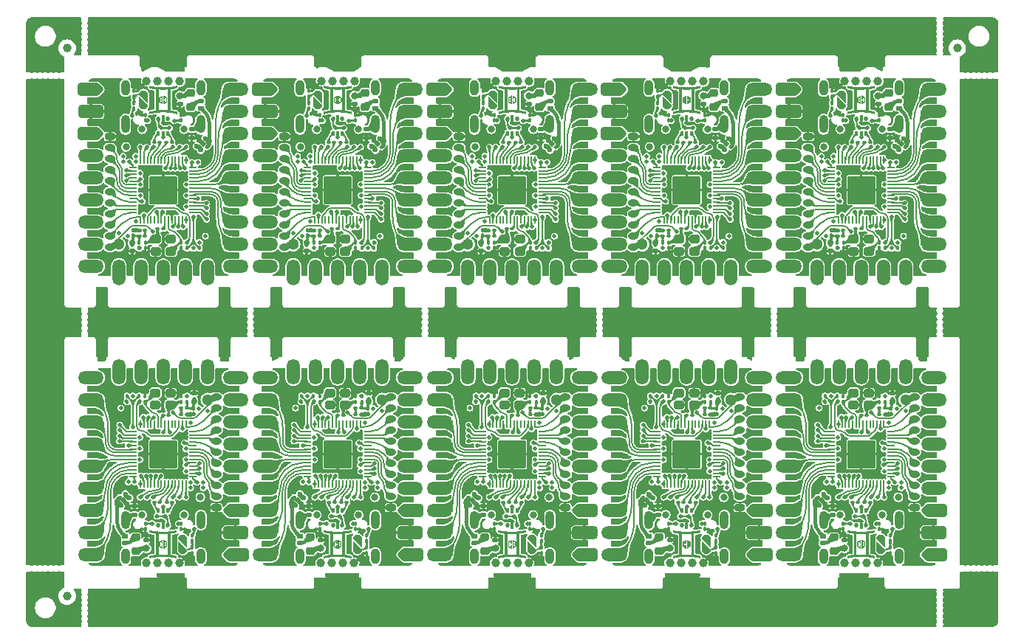
<source format=gbl>
G04 #@! TF.GenerationSoftware,KiCad,Pcbnew,8.0.1-8.0.1-1~ubuntu22.04.1*
G04 #@! TF.CreationDate,2024-08-08T21:33:10+00:00*
G04 #@! TF.ProjectId,gemini-panel,67656d69-6e69-42d7-9061-6e656c2e6b69,1.0*
G04 #@! TF.SameCoordinates,Original*
G04 #@! TF.FileFunction,Copper,L4,Bot*
G04 #@! TF.FilePolarity,Positive*
%FSLAX46Y46*%
G04 Gerber Fmt 4.6, Leading zero omitted, Abs format (unit mm)*
G04 Created by KiCad (PCBNEW 8.0.1-8.0.1-1~ubuntu22.04.1) date 2024-08-08 21:33:10*
%MOMM*%
%LPD*%
G01*
G04 APERTURE LIST*
G04 Aperture macros list*
%AMRoundRect*
0 Rectangle with rounded corners*
0 $1 Rounding radius*
0 $2 $3 $4 $5 $6 $7 $8 $9 X,Y pos of 4 corners*
0 Add a 4 corners polygon primitive as box body*
4,1,4,$2,$3,$4,$5,$6,$7,$8,$9,$2,$3,0*
0 Add four circle primitives for the rounded corners*
1,1,$1+$1,$2,$3*
1,1,$1+$1,$4,$5*
1,1,$1+$1,$6,$7*
1,1,$1+$1,$8,$9*
0 Add four rect primitives between the rounded corners*
20,1,$1+$1,$2,$3,$4,$5,0*
20,1,$1+$1,$4,$5,$6,$7,0*
20,1,$1+$1,$6,$7,$8,$9,0*
20,1,$1+$1,$8,$9,$2,$3,0*%
%AMRotRect*
0 Rectangle, with rotation*
0 The origin of the aperture is its center*
0 $1 length*
0 $2 width*
0 $3 Rotation angle, in degrees counterclockwise*
0 Add horizontal line*
21,1,$1,$2,0,0,$3*%
%AMOutline5P*
0 Free polygon, 5 corners , with rotation*
0 The origin of the aperture is its center*
0 number of corners: always 5*
0 $1 to $10 corner X, Y*
0 $11 Rotation angle, in degrees counterclockwise*
0 create outline with 5 corners*
4,1,5,$1,$2,$3,$4,$5,$6,$7,$8,$9,$10,$1,$2,$11*%
%AMOutline6P*
0 Free polygon, 6 corners , with rotation*
0 The origin of the aperture is its center*
0 number of corners: always 6*
0 $1 to $12 corner X, Y*
0 $13 Rotation angle, in degrees counterclockwise*
0 create outline with 6 corners*
4,1,6,$1,$2,$3,$4,$5,$6,$7,$8,$9,$10,$11,$12,$1,$2,$13*%
%AMOutline7P*
0 Free polygon, 7 corners , with rotation*
0 The origin of the aperture is its center*
0 number of corners: always 7*
0 $1 to $14 corner X, Y*
0 $15 Rotation angle, in degrees counterclockwise*
0 create outline with 7 corners*
4,1,7,$1,$2,$3,$4,$5,$6,$7,$8,$9,$10,$11,$12,$13,$14,$1,$2,$15*%
%AMOutline8P*
0 Free polygon, 8 corners , with rotation*
0 The origin of the aperture is its center*
0 number of corners: always 8*
0 $1 to $16 corner X, Y*
0 $17 Rotation angle, in degrees counterclockwise*
0 create outline with 8 corners*
4,1,8,$1,$2,$3,$4,$5,$6,$7,$8,$9,$10,$11,$12,$13,$14,$15,$16,$1,$2,$17*%
%AMFreePoly0*
4,1,18,-0.437500,0.050000,-0.433694,0.069134,-0.422855,0.085355,-0.406634,0.096194,-0.387500,0.100000,0.387500,0.100000,0.406634,0.096194,0.422855,0.085355,0.433694,0.069134,0.437500,0.050000,0.437500,-0.050000,0.433694,-0.069134,0.422855,-0.085355,0.406634,-0.096194,0.387500,-0.100000,-0.337500,-0.100000,-0.437500,0.000000,-0.437500,0.050000,-0.437500,0.050000,$1*%
%AMFreePoly1*
4,1,6,0.250000,-0.065000,0.250000,-0.095000,-0.175000,-0.095000,-0.175000,0.185000,0.005000,0.185000,0.250000,-0.065000,0.250000,-0.065000,$1*%
%AMFreePoly2*
4,1,6,0.250000,0.065000,0.005000,-0.185000,-0.175000,-0.185000,-0.175000,0.095000,0.250000,0.095000,0.250000,0.065000,0.250000,0.065000,$1*%
%AMFreePoly3*
4,1,6,0.175000,-0.185000,-0.005000,-0.185000,-0.250000,0.065000,-0.250000,0.095000,0.175000,0.095000,0.175000,-0.185000,0.175000,-0.185000,$1*%
%AMFreePoly4*
4,1,6,0.175000,-0.095000,-0.250000,-0.095000,-0.250000,-0.065000,-0.005000,0.185000,0.175000,0.185000,0.175000,-0.095000,0.175000,-0.095000,$1*%
%AMFreePoly5*
4,1,15,0.125000,-0.500000,0.053477,-0.497456,-0.083776,-0.457155,-0.204114,-0.379818,-0.297790,-0.271710,-0.357213,-0.141591,-0.377571,0.000000,-0.357213,0.141591,-0.297790,0.271710,-0.204114,0.379818,-0.083776,0.457155,0.053477,0.497456,0.125000,0.500000,1.125000,0.500000,0.125000,-0.500000,0.125000,-0.500000,$1*%
%AMFreePoly6*
4,1,15,-0.053477,0.497456,0.083776,0.457155,0.204114,0.379818,0.297790,0.271710,0.357213,0.141591,0.377571,0.000000,0.357213,-0.141591,0.297790,-0.271710,0.204114,-0.379818,0.083776,-0.457155,-0.053477,-0.497456,-0.125000,-0.500000,-1.125000,-0.500000,-0.125000,0.500000,-0.053477,0.497456,-0.053477,0.497456,$1*%
G04 Aperture macros list end*
G04 #@! TA.AperFunction,NonConductor*
%ADD10C,0.000000*%
G04 #@! TD*
G04 #@! TA.AperFunction,ComponentPad*
%ADD11O,1.000000X2.100000*%
G04 #@! TD*
G04 #@! TA.AperFunction,ComponentPad*
%ADD12O,1.000000X1.800000*%
G04 #@! TD*
G04 #@! TA.AperFunction,ComponentPad*
%ADD13O,2.930000X1.500000*%
G04 #@! TD*
G04 #@! TA.AperFunction,CastellatedPad*
%ADD14C,1.500000*%
G04 #@! TD*
G04 #@! TA.AperFunction,ComponentPad*
%ADD15O,1.500000X2.930000*%
G04 #@! TD*
G04 #@! TA.AperFunction,SMDPad,CuDef*
%ADD16O,1.200000X0.800000*%
G04 #@! TD*
G04 #@! TA.AperFunction,CastellatedPad*
%ADD17C,1.300000*%
G04 #@! TD*
G04 #@! TA.AperFunction,CastellatedPad*
%ADD18RoundRect,0.308824X0.934431X0.441176X-0.934431X0.441176X-0.934431X-0.441176X0.934431X-0.441176X0*%
G04 #@! TD*
G04 #@! TA.AperFunction,ComponentPad*
%ADD19RoundRect,0.310625X-0.439290X0.000000X0.000000X-0.439290X0.439290X0.000000X0.000000X0.439290X0*%
G04 #@! TD*
G04 #@! TA.AperFunction,CastellatedPad*
%ADD20RoundRect,0.375000X0.375000X0.375000X-0.375000X0.375000X-0.375000X-0.375000X0.375000X-0.375000X0*%
G04 #@! TD*
G04 #@! TA.AperFunction,ComponentPad*
%ADD21RoundRect,0.375000X-1.090000X-0.375000X1.090000X-0.375000X1.090000X0.375000X-1.090000X0.375000X0*%
G04 #@! TD*
G04 #@! TA.AperFunction,SMDPad,CuDef*
%ADD22RoundRect,0.166667X-0.433333X-0.233333X0.433333X-0.233333X0.433333X0.233333X-0.433333X0.233333X0*%
G04 #@! TD*
G04 #@! TA.AperFunction,SMDPad,CuDef*
%ADD23C,1.000000*%
G04 #@! TD*
G04 #@! TA.AperFunction,CastellatedPad*
%ADD24RoundRect,0.308824X-0.934431X-0.441176X0.934431X-0.441176X0.934431X0.441176X-0.934431X0.441176X0*%
G04 #@! TD*
G04 #@! TA.AperFunction,ComponentPad*
%ADD25RoundRect,0.310625X0.439290X0.000000X0.000000X0.439290X-0.439290X0.000000X0.000000X-0.439290X0*%
G04 #@! TD*
G04 #@! TA.AperFunction,CastellatedPad*
%ADD26RoundRect,0.375000X-0.375000X-0.375000X0.375000X-0.375000X0.375000X0.375000X-0.375000X0.375000X0*%
G04 #@! TD*
G04 #@! TA.AperFunction,ComponentPad*
%ADD27RoundRect,0.375000X1.090000X0.375000X-1.090000X0.375000X-1.090000X-0.375000X1.090000X-0.375000X0*%
G04 #@! TD*
G04 #@! TA.AperFunction,SMDPad,CuDef*
%ADD28RoundRect,0.166667X0.433333X0.233333X-0.433333X0.233333X-0.433333X-0.233333X0.433333X-0.233333X0*%
G04 #@! TD*
G04 #@! TA.AperFunction,SMDPad,CuDef*
%ADD29FreePoly0,0.000000*%
G04 #@! TD*
G04 #@! TA.AperFunction,SMDPad,CuDef*
%ADD30RoundRect,0.050000X-0.387500X-0.050000X0.387500X-0.050000X0.387500X0.050000X-0.387500X0.050000X0*%
G04 #@! TD*
G04 #@! TA.AperFunction,SMDPad,CuDef*
%ADD31RoundRect,0.050000X-0.050000X-0.387500X0.050000X-0.387500X0.050000X0.387500X-0.050000X0.387500X0*%
G04 #@! TD*
G04 #@! TA.AperFunction,SMDPad,CuDef*
%ADD32RoundRect,0.144000X-1.456000X-1.456000X1.456000X-1.456000X1.456000X1.456000X-1.456000X1.456000X0*%
G04 #@! TD*
G04 #@! TA.AperFunction,SMDPad,CuDef*
%ADD33RoundRect,0.100000X0.130000X0.100000X-0.130000X0.100000X-0.130000X-0.100000X0.130000X-0.100000X0*%
G04 #@! TD*
G04 #@! TA.AperFunction,SMDPad,CuDef*
%ADD34RoundRect,0.100000X-0.100000X0.130000X-0.100000X-0.130000X0.100000X-0.130000X0.100000X0.130000X0*%
G04 #@! TD*
G04 #@! TA.AperFunction,SMDPad,CuDef*
%ADD35FreePoly1,180.000000*%
G04 #@! TD*
G04 #@! TA.AperFunction,SMDPad,CuDef*
%ADD36FreePoly2,180.000000*%
G04 #@! TD*
G04 #@! TA.AperFunction,SMDPad,CuDef*
%ADD37FreePoly3,180.000000*%
G04 #@! TD*
G04 #@! TA.AperFunction,SMDPad,CuDef*
%ADD38FreePoly4,180.000000*%
G04 #@! TD*
G04 #@! TA.AperFunction,SMDPad,CuDef*
%ADD39RotRect,0.480000X0.480000X225.000000*%
G04 #@! TD*
G04 #@! TA.AperFunction,SMDPad,CuDef*
%ADD40RoundRect,0.100000X0.100000X-0.130000X0.100000X0.130000X-0.100000X0.130000X-0.100000X-0.130000X0*%
G04 #@! TD*
G04 #@! TA.AperFunction,SMDPad,CuDef*
%ADD41FreePoly1,0.000000*%
G04 #@! TD*
G04 #@! TA.AperFunction,SMDPad,CuDef*
%ADD42FreePoly2,0.000000*%
G04 #@! TD*
G04 #@! TA.AperFunction,SMDPad,CuDef*
%ADD43FreePoly3,0.000000*%
G04 #@! TD*
G04 #@! TA.AperFunction,SMDPad,CuDef*
%ADD44FreePoly4,0.000000*%
G04 #@! TD*
G04 #@! TA.AperFunction,SMDPad,CuDef*
%ADD45RotRect,0.480000X0.480000X45.000000*%
G04 #@! TD*
G04 #@! TA.AperFunction,SMDPad,CuDef*
%ADD46RoundRect,0.100000X-0.130000X-0.100000X0.130000X-0.100000X0.130000X0.100000X-0.130000X0.100000X0*%
G04 #@! TD*
G04 #@! TA.AperFunction,SMDPad,CuDef*
%ADD47RoundRect,0.140000X0.170000X-0.140000X0.170000X0.140000X-0.170000X0.140000X-0.170000X-0.140000X0*%
G04 #@! TD*
G04 #@! TA.AperFunction,SMDPad,CuDef*
%ADD48RoundRect,0.140000X-0.170000X0.140000X-0.170000X-0.140000X0.170000X-0.140000X0.170000X0.140000X0*%
G04 #@! TD*
G04 #@! TA.AperFunction,SMDPad,CuDef*
%ADD49RoundRect,0.135000X-0.185000X0.135000X-0.185000X-0.135000X0.185000X-0.135000X0.185000X0.135000X0*%
G04 #@! TD*
G04 #@! TA.AperFunction,SMDPad,CuDef*
%ADD50RoundRect,0.218750X-0.256250X0.218750X-0.256250X-0.218750X0.256250X-0.218750X0.256250X0.218750X0*%
G04 #@! TD*
G04 #@! TA.AperFunction,SMDPad,CuDef*
%ADD51R,0.700000X0.500000*%
G04 #@! TD*
G04 #@! TA.AperFunction,SMDPad,CuDef*
%ADD52RoundRect,0.125000X-0.225000X0.125000X-0.225000X-0.125000X0.225000X-0.125000X0.225000X0.125000X0*%
G04 #@! TD*
G04 #@! TA.AperFunction,SMDPad,CuDef*
%ADD53Outline5P,-0.250000X0.187500X0.250000X0.187500X0.250000X-0.187500X-0.118750X-0.187500X-0.250000X-0.056250X270.000000*%
G04 #@! TD*
G04 #@! TA.AperFunction,SMDPad,CuDef*
%ADD54R,0.300000X0.650000*%
G04 #@! TD*
G04 #@! TA.AperFunction,SMDPad,CuDef*
%ADD55R,0.375000X0.500000*%
G04 #@! TD*
G04 #@! TA.AperFunction,SMDPad,CuDef*
%ADD56RoundRect,0.135000X0.185000X-0.135000X0.185000X0.135000X-0.185000X0.135000X-0.185000X-0.135000X0*%
G04 #@! TD*
G04 #@! TA.AperFunction,SMDPad,CuDef*
%ADD57FreePoly5,270.000000*%
G04 #@! TD*
G04 #@! TA.AperFunction,SMDPad,CuDef*
%ADD58FreePoly6,270.000000*%
G04 #@! TD*
G04 #@! TA.AperFunction,SMDPad,CuDef*
%ADD59RoundRect,0.218750X0.256250X-0.218750X0.256250X0.218750X-0.256250X0.218750X-0.256250X-0.218750X0*%
G04 #@! TD*
G04 #@! TA.AperFunction,SMDPad,CuDef*
%ADD60Outline5P,-0.250000X0.187500X0.250000X0.187500X0.250000X-0.187500X-0.118750X-0.187500X-0.250000X-0.056250X90.000000*%
G04 #@! TD*
G04 #@! TA.AperFunction,SMDPad,CuDef*
%ADD61RoundRect,0.250000X-0.325000X-0.250000X0.325000X-0.250000X0.325000X0.250000X-0.325000X0.250000X0*%
G04 #@! TD*
G04 #@! TA.AperFunction,SMDPad,CuDef*
%ADD62FreePoly5,90.000000*%
G04 #@! TD*
G04 #@! TA.AperFunction,SMDPad,CuDef*
%ADD63FreePoly6,90.000000*%
G04 #@! TD*
G04 #@! TA.AperFunction,SMDPad,CuDef*
%ADD64FreePoly0,180.000000*%
G04 #@! TD*
G04 #@! TA.AperFunction,SMDPad,CuDef*
%ADD65RoundRect,0.050000X0.387500X0.050000X-0.387500X0.050000X-0.387500X-0.050000X0.387500X-0.050000X0*%
G04 #@! TD*
G04 #@! TA.AperFunction,SMDPad,CuDef*
%ADD66RoundRect,0.050000X0.050000X0.387500X-0.050000X0.387500X-0.050000X-0.387500X0.050000X-0.387500X0*%
G04 #@! TD*
G04 #@! TA.AperFunction,SMDPad,CuDef*
%ADD67RoundRect,0.144000X1.456000X1.456000X-1.456000X1.456000X-1.456000X-1.456000X1.456000X-1.456000X0*%
G04 #@! TD*
G04 #@! TA.AperFunction,SMDPad,CuDef*
%ADD68RoundRect,0.125000X0.225000X-0.125000X0.225000X0.125000X-0.225000X0.125000X-0.225000X-0.125000X0*%
G04 #@! TD*
G04 #@! TA.AperFunction,SMDPad,CuDef*
%ADD69RoundRect,0.250000X0.325000X0.250000X-0.325000X0.250000X-0.325000X-0.250000X0.325000X-0.250000X0*%
G04 #@! TD*
G04 #@! TA.AperFunction,ViaPad*
%ADD70C,0.460000*%
G04 #@! TD*
G04 #@! TA.AperFunction,ViaPad*
%ADD71C,0.600000*%
G04 #@! TD*
G04 #@! TA.AperFunction,ViaPad*
%ADD72C,0.800000*%
G04 #@! TD*
G04 #@! TA.AperFunction,Conductor*
%ADD73C,0.200000*%
G04 #@! TD*
G04 #@! TA.AperFunction,Conductor*
%ADD74C,0.400000*%
G04 #@! TD*
G04 APERTURE END LIST*
D10*
G04 #@! TA.AperFunction,NonConductor*
G36*
X16854759Y59582138D02*
G01*
X16937313Y59571273D01*
X17021479Y59558524D01*
X17107283Y59543889D01*
X17194748Y59527369D01*
X17286968Y59508315D01*
X17381048Y59487252D01*
X17476964Y59464154D01*
X17574690Y59438998D01*
X17575527Y59438830D01*
X17576351Y59438624D01*
X17577160Y59438382D01*
X17577955Y59438103D01*
X17578734Y59437790D01*
X17579496Y59437443D01*
X17580240Y59437062D01*
X17580966Y59436650D01*
X17581672Y59436207D01*
X17582358Y59435734D01*
X17583023Y59435231D01*
X17583666Y59434701D01*
X17584883Y59433560D01*
X17586001Y59432318D01*
X17587014Y59430982D01*
X17587914Y59429562D01*
X17588320Y59428822D01*
X17588695Y59428064D01*
X17589038Y59427289D01*
X17589350Y59426497D01*
X17589627Y59425689D01*
X17589871Y59424867D01*
X17590079Y59424031D01*
X17590252Y59423183D01*
X17590388Y59422323D01*
X17590486Y59421453D01*
X17590545Y59420573D01*
X17590565Y59419684D01*
X17590565Y59183411D01*
X17590553Y59182814D01*
X17590523Y59182212D01*
X17590432Y59180964D01*
X17590384Y59180305D01*
X17590341Y59179616D01*
X17590311Y59178889D01*
X17590300Y59178119D01*
X17590029Y59177164D01*
X17589713Y59176232D01*
X17589353Y59175326D01*
X17588951Y59174446D01*
X17588509Y59173592D01*
X17588027Y59172767D01*
X17587507Y59171970D01*
X17586951Y59171203D01*
X17586361Y59170466D01*
X17585736Y59169762D01*
X17585080Y59169089D01*
X17584394Y59168450D01*
X17583678Y59167845D01*
X17582934Y59167276D01*
X17582165Y59166742D01*
X17581370Y59166246D01*
X17580553Y59165788D01*
X17579714Y59165368D01*
X17578854Y59164989D01*
X17577975Y59164650D01*
X17577079Y59164353D01*
X17576167Y59164098D01*
X17575241Y59163887D01*
X17574301Y59163720D01*
X17573350Y59163599D01*
X17572388Y59163524D01*
X17571418Y59163496D01*
X17570441Y59163516D01*
X17569458Y59163585D01*
X17568470Y59163705D01*
X17567480Y59163875D01*
X17566488Y59164096D01*
X17475751Y59186879D01*
X17384115Y59208199D01*
X17291574Y59228055D01*
X17198121Y59246448D01*
X17103751Y59263377D01*
X17008457Y59278843D01*
X16912232Y59292845D01*
X16815071Y59305384D01*
X16717080Y59316447D01*
X16618171Y59326025D01*
X16518345Y59334122D01*
X16417601Y59340739D01*
X16315939Y59345880D01*
X16213359Y59349548D01*
X16109861Y59351747D01*
X16005446Y59352480D01*
X15901118Y59351747D01*
X15797682Y59349548D01*
X15695139Y59345880D01*
X15593490Y59340739D01*
X15492733Y59334122D01*
X15392869Y59326025D01*
X15293899Y59316447D01*
X15195821Y59305384D01*
X15098747Y59292857D01*
X15002588Y59278888D01*
X14907341Y59263475D01*
X14813002Y59246613D01*
X14719569Y59228301D01*
X14627037Y59208534D01*
X14535405Y59187310D01*
X14444669Y59164626D01*
X14444272Y59164483D01*
X14443875Y59164352D01*
X14443477Y59164233D01*
X14443077Y59164125D01*
X14442677Y59164028D01*
X14442274Y59163942D01*
X14441869Y59163865D01*
X14441461Y59163799D01*
X14441050Y59163741D01*
X14440636Y59163693D01*
X14439795Y59163621D01*
X14438936Y59163580D01*
X14438055Y59163567D01*
X14437044Y59163592D01*
X14436047Y59163668D01*
X14435065Y59163792D01*
X14434099Y59163963D01*
X14433150Y59164181D01*
X14432219Y59164444D01*
X14431309Y59164751D01*
X14430419Y59165101D01*
X14429551Y59165492D01*
X14428707Y59165923D01*
X14427887Y59166393D01*
X14427092Y59166902D01*
X14426325Y59167446D01*
X14425586Y59168027D01*
X14424876Y59168641D01*
X14424197Y59169289D01*
X14423550Y59169968D01*
X14422935Y59170678D01*
X14422355Y59171417D01*
X14421810Y59172184D01*
X14421302Y59172978D01*
X14420832Y59173798D01*
X14420400Y59174643D01*
X14420009Y59175510D01*
X14419660Y59176400D01*
X14419353Y59177311D01*
X14419090Y59178241D01*
X14418872Y59179190D01*
X14418700Y59180156D01*
X14418576Y59181139D01*
X14418501Y59182136D01*
X14418475Y59183146D01*
X14418475Y59419419D01*
X14418492Y59420235D01*
X14418543Y59421046D01*
X14418627Y59421850D01*
X14418743Y59422647D01*
X14418891Y59423436D01*
X14419070Y59424215D01*
X14419281Y59424985D01*
X14419521Y59425744D01*
X14419792Y59426492D01*
X14420092Y59427227D01*
X14420421Y59427948D01*
X14420778Y59428656D01*
X14421162Y59429348D01*
X14421574Y59430024D01*
X14422013Y59430684D01*
X14422477Y59431325D01*
X14422967Y59431948D01*
X14423483Y59432552D01*
X14424022Y59433135D01*
X14424586Y59433697D01*
X14425173Y59434237D01*
X14425783Y59434754D01*
X14426416Y59435247D01*
X14427070Y59435716D01*
X14427746Y59436159D01*
X14428442Y59436575D01*
X14429159Y59436964D01*
X14429895Y59437325D01*
X14430651Y59437657D01*
X14431425Y59437959D01*
X14432218Y59438230D01*
X14433028Y59438469D01*
X14531304Y59463778D01*
X14627695Y59486954D01*
X14722201Y59508046D01*
X14814821Y59527105D01*
X14902130Y59543476D01*
X14987826Y59558061D01*
X15071885Y59570860D01*
X15154282Y59581873D01*
X15154282Y59603569D01*
X15477074Y59603569D01*
X15534815Y59609134D01*
X15594119Y59613954D01*
X15654960Y59618080D01*
X15717315Y59621561D01*
X15786764Y59624533D01*
X15857776Y59626687D01*
X15930325Y59627998D01*
X16004388Y59628440D01*
X16078302Y59627998D01*
X16150802Y59626687D01*
X16221863Y59624533D01*
X16291461Y59621561D01*
X16353816Y59618080D01*
X16414657Y59613954D01*
X16473961Y59609134D01*
X16531703Y59603569D01*
X16531967Y59603569D01*
X16531967Y61976088D01*
X16479125Y61972954D01*
X16423356Y61970267D01*
X16364610Y61967977D01*
X16302838Y61966034D01*
X16232244Y61964297D01*
X16158971Y61963057D01*
X16083019Y61962313D01*
X16004388Y61962065D01*
X15925757Y61962313D01*
X15849805Y61963057D01*
X15776532Y61964297D01*
X15705938Y61966034D01*
X15644170Y61968014D01*
X15585453Y61970366D01*
X15529763Y61973066D01*
X15477074Y61976088D01*
X15477074Y59603569D01*
X15154282Y59603569D01*
X15154282Y61998842D01*
X15110241Y62003468D01*
X15066225Y62008615D01*
X15022234Y62014283D01*
X14978268Y62020472D01*
X14934326Y62027181D01*
X14890409Y62034412D01*
X14846518Y62042163D01*
X14802651Y62050436D01*
X14756699Y62059650D01*
X14710720Y62069432D01*
X14664710Y62079778D01*
X14618666Y62090685D01*
X14572585Y62102151D01*
X14526463Y62114171D01*
X14480298Y62126744D01*
X14434086Y62139865D01*
X14433249Y62140056D01*
X14432425Y62140282D01*
X14431616Y62140542D01*
X14430821Y62140836D01*
X14430042Y62141162D01*
X14429280Y62141519D01*
X14428536Y62141907D01*
X14427810Y62142325D01*
X14426418Y62143247D01*
X14425110Y62144278D01*
X14423893Y62145413D01*
X14422775Y62146645D01*
X14421762Y62147966D01*
X14421298Y62148658D01*
X14420862Y62149371D01*
X14420456Y62150102D01*
X14420081Y62150852D01*
X14419737Y62151619D01*
X14419426Y62152404D01*
X14419149Y62153204D01*
X14418905Y62154019D01*
X14418697Y62154848D01*
X14418524Y62155691D01*
X14418388Y62156546D01*
X14418290Y62157413D01*
X14418231Y62158291D01*
X14418211Y62159179D01*
X14418211Y62395452D01*
X14418223Y62396135D01*
X14418261Y62396800D01*
X14418323Y62397452D01*
X14418409Y62398098D01*
X14418521Y62398744D01*
X14418657Y62399396D01*
X14418819Y62400061D01*
X14419005Y62400744D01*
X14419301Y62401723D01*
X14419641Y62402674D01*
X14420026Y62403598D01*
X14420452Y62404493D01*
X14420918Y62405358D01*
X14421423Y62406193D01*
X14421966Y62406996D01*
X14422544Y62407768D01*
X14423156Y62408506D01*
X14423800Y62409211D01*
X14424476Y62409881D01*
X14425181Y62410515D01*
X14425914Y62411114D01*
X14426674Y62411675D01*
X14427458Y62412199D01*
X14428265Y62412683D01*
X14429094Y62413128D01*
X14429944Y62413533D01*
X14430812Y62413897D01*
X14431697Y62414219D01*
X14432597Y62414497D01*
X14433511Y62414733D01*
X14434438Y62414923D01*
X14435376Y62415069D01*
X14436323Y62415168D01*
X14437278Y62415220D01*
X14438239Y62415225D01*
X14439204Y62415181D01*
X14440173Y62415087D01*
X14441143Y62414944D01*
X14442113Y62414749D01*
X14443082Y62414502D01*
X14523674Y62393158D01*
X14606508Y62373182D01*
X14691592Y62354576D01*
X14778937Y62337343D01*
X14868552Y62321487D01*
X14960446Y62307011D01*
X15054628Y62293918D01*
X15151107Y62282211D01*
X15249879Y62271880D01*
X15350933Y62262917D01*
X15454270Y62255324D01*
X15559888Y62249105D01*
X15667788Y62244262D01*
X15777971Y62240799D01*
X15890435Y62238719D01*
X16005182Y62238025D01*
X16119818Y62238719D01*
X16232153Y62240799D01*
X16342194Y62244262D01*
X16449946Y62249105D01*
X16555417Y62255324D01*
X16658612Y62262917D01*
X16759537Y62271880D01*
X16858198Y62282211D01*
X16954305Y62293906D01*
X17048157Y62306966D01*
X17139758Y62321390D01*
X17229111Y62337178D01*
X17316219Y62354330D01*
X17401086Y62372847D01*
X17483714Y62392728D01*
X17564107Y62413973D01*
X17564912Y62414170D01*
X17565740Y62414362D01*
X17566586Y62414541D01*
X17567447Y62414701D01*
X17568321Y62414836D01*
X17569204Y62414940D01*
X17569648Y62414979D01*
X17570093Y62415008D01*
X17570539Y62415025D01*
X17570986Y62415031D01*
X17571996Y62415006D01*
X17572993Y62414931D01*
X17573976Y62414807D01*
X17574942Y62414635D01*
X17575891Y62414417D01*
X17576821Y62414154D01*
X17577732Y62413847D01*
X17578622Y62413498D01*
X17579489Y62413107D01*
X17580334Y62412675D01*
X17581154Y62412205D01*
X17581948Y62411697D01*
X17582715Y62411152D01*
X17583454Y62410572D01*
X17584164Y62409957D01*
X17584843Y62409310D01*
X17585491Y62408631D01*
X17586105Y62407921D01*
X17586685Y62407182D01*
X17587230Y62406414D01*
X17587739Y62405620D01*
X17588209Y62404800D01*
X17588640Y62403956D01*
X17589031Y62403088D01*
X17589381Y62402198D01*
X17589688Y62401287D01*
X17589951Y62400357D01*
X17590169Y62399408D01*
X17590340Y62398442D01*
X17590464Y62397460D01*
X17590540Y62396463D01*
X17590565Y62395452D01*
X17590565Y62159179D01*
X17590549Y62158387D01*
X17590501Y62157599D01*
X17590421Y62156816D01*
X17590310Y62156040D01*
X17590168Y62155270D01*
X17589996Y62154508D01*
X17589795Y62153754D01*
X17589565Y62153011D01*
X17589305Y62152279D01*
X17589018Y62151558D01*
X17588703Y62150851D01*
X17588360Y62150157D01*
X17587991Y62149477D01*
X17587596Y62148814D01*
X17587175Y62148167D01*
X17586729Y62147538D01*
X17586257Y62146927D01*
X17585762Y62146336D01*
X17585242Y62145765D01*
X17584700Y62145216D01*
X17584134Y62144690D01*
X17583546Y62144187D01*
X17582936Y62143708D01*
X17582305Y62143255D01*
X17581653Y62142828D01*
X17580980Y62142428D01*
X17580288Y62142057D01*
X17579575Y62141715D01*
X17578844Y62141403D01*
X17578095Y62141122D01*
X17577327Y62140874D01*
X17576542Y62140659D01*
X17530033Y62127439D01*
X17483574Y62114771D01*
X17437165Y62102661D01*
X17390805Y62091115D01*
X17344494Y62080140D01*
X17298234Y62069742D01*
X17252022Y62059927D01*
X17205861Y62050700D01*
X17161919Y62042428D01*
X17117999Y62034676D01*
X17074097Y62027446D01*
X17030211Y62020736D01*
X16986337Y62014547D01*
X16942472Y62008880D01*
X16898614Y62003733D01*
X16854759Y61999106D01*
X16854759Y61976088D01*
X16854759Y59582138D01*
G37*
G04 #@! TD.AperFunction*
G04 #@! TA.AperFunction,NonConductor*
G36*
X96854759Y59582138D02*
G01*
X96937313Y59571273D01*
X97021479Y59558524D01*
X97107283Y59543889D01*
X97194748Y59527369D01*
X97286968Y59508315D01*
X97381048Y59487252D01*
X97476964Y59464154D01*
X97574690Y59438998D01*
X97575527Y59438830D01*
X97576351Y59438624D01*
X97577160Y59438382D01*
X97577955Y59438103D01*
X97578734Y59437790D01*
X97579496Y59437443D01*
X97580240Y59437062D01*
X97580966Y59436650D01*
X97581672Y59436207D01*
X97582358Y59435734D01*
X97583023Y59435231D01*
X97583666Y59434701D01*
X97584883Y59433560D01*
X97586001Y59432318D01*
X97587014Y59430982D01*
X97587914Y59429562D01*
X97588320Y59428822D01*
X97588695Y59428064D01*
X97589038Y59427289D01*
X97589350Y59426497D01*
X97589627Y59425689D01*
X97589871Y59424867D01*
X97590079Y59424031D01*
X97590252Y59423183D01*
X97590388Y59422323D01*
X97590486Y59421453D01*
X97590545Y59420573D01*
X97590565Y59419684D01*
X97590565Y59183411D01*
X97590553Y59182814D01*
X97590523Y59182212D01*
X97590432Y59180964D01*
X97590384Y59180305D01*
X97590341Y59179616D01*
X97590311Y59178889D01*
X97590300Y59178119D01*
X97590029Y59177164D01*
X97589713Y59176232D01*
X97589353Y59175326D01*
X97588951Y59174446D01*
X97588509Y59173592D01*
X97588027Y59172767D01*
X97587507Y59171970D01*
X97586951Y59171203D01*
X97586361Y59170466D01*
X97585736Y59169762D01*
X97585080Y59169089D01*
X97584394Y59168450D01*
X97583678Y59167845D01*
X97582934Y59167276D01*
X97582165Y59166742D01*
X97581370Y59166246D01*
X97580553Y59165788D01*
X97579714Y59165368D01*
X97578854Y59164989D01*
X97577975Y59164650D01*
X97577079Y59164353D01*
X97576167Y59164098D01*
X97575241Y59163887D01*
X97574301Y59163720D01*
X97573350Y59163599D01*
X97572388Y59163524D01*
X97571418Y59163496D01*
X97570441Y59163516D01*
X97569458Y59163585D01*
X97568470Y59163705D01*
X97567480Y59163875D01*
X97566488Y59164096D01*
X97475751Y59186879D01*
X97384115Y59208199D01*
X97291574Y59228055D01*
X97198121Y59246448D01*
X97103751Y59263377D01*
X97008457Y59278843D01*
X96912232Y59292845D01*
X96815071Y59305384D01*
X96717080Y59316447D01*
X96618171Y59326025D01*
X96518345Y59334122D01*
X96417601Y59340739D01*
X96315939Y59345880D01*
X96213359Y59349548D01*
X96109861Y59351747D01*
X96005446Y59352480D01*
X95901118Y59351747D01*
X95797682Y59349548D01*
X95695139Y59345880D01*
X95593490Y59340739D01*
X95492733Y59334122D01*
X95392869Y59326025D01*
X95293899Y59316447D01*
X95195821Y59305384D01*
X95098747Y59292857D01*
X95002588Y59278888D01*
X94907341Y59263475D01*
X94813002Y59246613D01*
X94719569Y59228301D01*
X94627037Y59208534D01*
X94535405Y59187310D01*
X94444669Y59164626D01*
X94444272Y59164483D01*
X94443875Y59164352D01*
X94443477Y59164233D01*
X94443077Y59164125D01*
X94442677Y59164028D01*
X94442274Y59163942D01*
X94441869Y59163865D01*
X94441461Y59163799D01*
X94441050Y59163741D01*
X94440636Y59163693D01*
X94439795Y59163621D01*
X94438936Y59163580D01*
X94438055Y59163567D01*
X94437044Y59163592D01*
X94436047Y59163668D01*
X94435065Y59163792D01*
X94434099Y59163963D01*
X94433150Y59164181D01*
X94432219Y59164444D01*
X94431309Y59164751D01*
X94430419Y59165101D01*
X94429551Y59165492D01*
X94428707Y59165923D01*
X94427887Y59166393D01*
X94427092Y59166902D01*
X94426325Y59167446D01*
X94425586Y59168027D01*
X94424876Y59168641D01*
X94424197Y59169289D01*
X94423550Y59169968D01*
X94422935Y59170678D01*
X94422355Y59171417D01*
X94421810Y59172184D01*
X94421302Y59172978D01*
X94420832Y59173798D01*
X94420400Y59174643D01*
X94420009Y59175510D01*
X94419660Y59176400D01*
X94419353Y59177311D01*
X94419090Y59178241D01*
X94418872Y59179190D01*
X94418700Y59180156D01*
X94418576Y59181139D01*
X94418501Y59182136D01*
X94418475Y59183146D01*
X94418475Y59419419D01*
X94418492Y59420235D01*
X94418543Y59421046D01*
X94418627Y59421850D01*
X94418743Y59422647D01*
X94418891Y59423436D01*
X94419070Y59424215D01*
X94419281Y59424985D01*
X94419521Y59425744D01*
X94419792Y59426492D01*
X94420092Y59427227D01*
X94420421Y59427948D01*
X94420778Y59428656D01*
X94421162Y59429348D01*
X94421574Y59430024D01*
X94422013Y59430684D01*
X94422477Y59431325D01*
X94422967Y59431948D01*
X94423483Y59432552D01*
X94424022Y59433135D01*
X94424586Y59433697D01*
X94425173Y59434237D01*
X94425783Y59434754D01*
X94426416Y59435247D01*
X94427070Y59435716D01*
X94427746Y59436159D01*
X94428442Y59436575D01*
X94429159Y59436964D01*
X94429895Y59437325D01*
X94430651Y59437657D01*
X94431425Y59437959D01*
X94432218Y59438230D01*
X94433028Y59438469D01*
X94531304Y59463778D01*
X94627695Y59486954D01*
X94722201Y59508046D01*
X94814821Y59527105D01*
X94902130Y59543476D01*
X94987826Y59558061D01*
X95071885Y59570860D01*
X95154282Y59581873D01*
X95154282Y59603569D01*
X95477074Y59603569D01*
X95534815Y59609134D01*
X95594119Y59613954D01*
X95654960Y59618080D01*
X95717315Y59621561D01*
X95786764Y59624533D01*
X95857776Y59626687D01*
X95930325Y59627998D01*
X96004388Y59628440D01*
X96078302Y59627998D01*
X96150802Y59626687D01*
X96221863Y59624533D01*
X96291461Y59621561D01*
X96353816Y59618080D01*
X96414657Y59613954D01*
X96473961Y59609134D01*
X96531703Y59603569D01*
X96531967Y59603569D01*
X96531967Y61976088D01*
X96479125Y61972954D01*
X96423356Y61970267D01*
X96364610Y61967977D01*
X96302838Y61966034D01*
X96232244Y61964297D01*
X96158971Y61963057D01*
X96083019Y61962313D01*
X96004388Y61962065D01*
X95925757Y61962313D01*
X95849805Y61963057D01*
X95776532Y61964297D01*
X95705938Y61966034D01*
X95644170Y61968014D01*
X95585453Y61970366D01*
X95529763Y61973066D01*
X95477074Y61976088D01*
X95477074Y59603569D01*
X95154282Y59603569D01*
X95154282Y61998842D01*
X95110241Y62003468D01*
X95066225Y62008615D01*
X95022234Y62014283D01*
X94978268Y62020472D01*
X94934326Y62027181D01*
X94890409Y62034412D01*
X94846518Y62042163D01*
X94802651Y62050436D01*
X94756699Y62059650D01*
X94710720Y62069432D01*
X94664710Y62079778D01*
X94618666Y62090685D01*
X94572585Y62102151D01*
X94526463Y62114171D01*
X94480298Y62126744D01*
X94434086Y62139865D01*
X94433249Y62140056D01*
X94432425Y62140282D01*
X94431616Y62140542D01*
X94430821Y62140836D01*
X94430042Y62141162D01*
X94429280Y62141519D01*
X94428536Y62141907D01*
X94427810Y62142325D01*
X94426418Y62143247D01*
X94425110Y62144278D01*
X94423893Y62145413D01*
X94422775Y62146645D01*
X94421762Y62147966D01*
X94421298Y62148658D01*
X94420862Y62149371D01*
X94420456Y62150102D01*
X94420081Y62150852D01*
X94419737Y62151619D01*
X94419426Y62152404D01*
X94419149Y62153204D01*
X94418905Y62154019D01*
X94418697Y62154848D01*
X94418524Y62155691D01*
X94418388Y62156546D01*
X94418290Y62157413D01*
X94418231Y62158291D01*
X94418211Y62159179D01*
X94418211Y62395452D01*
X94418223Y62396135D01*
X94418261Y62396800D01*
X94418323Y62397452D01*
X94418409Y62398098D01*
X94418521Y62398744D01*
X94418657Y62399396D01*
X94418819Y62400061D01*
X94419005Y62400744D01*
X94419301Y62401723D01*
X94419641Y62402674D01*
X94420026Y62403598D01*
X94420452Y62404493D01*
X94420918Y62405358D01*
X94421423Y62406193D01*
X94421966Y62406996D01*
X94422544Y62407768D01*
X94423156Y62408506D01*
X94423800Y62409211D01*
X94424476Y62409881D01*
X94425181Y62410515D01*
X94425914Y62411114D01*
X94426674Y62411675D01*
X94427458Y62412199D01*
X94428265Y62412683D01*
X94429094Y62413128D01*
X94429944Y62413533D01*
X94430812Y62413897D01*
X94431697Y62414219D01*
X94432597Y62414497D01*
X94433511Y62414733D01*
X94434438Y62414923D01*
X94435376Y62415069D01*
X94436323Y62415168D01*
X94437278Y62415220D01*
X94438239Y62415225D01*
X94439204Y62415181D01*
X94440173Y62415087D01*
X94441143Y62414944D01*
X94442113Y62414749D01*
X94443082Y62414502D01*
X94523674Y62393158D01*
X94606508Y62373182D01*
X94691592Y62354576D01*
X94778937Y62337343D01*
X94868552Y62321487D01*
X94960446Y62307011D01*
X95054628Y62293918D01*
X95151107Y62282211D01*
X95249879Y62271880D01*
X95350933Y62262917D01*
X95454270Y62255324D01*
X95559888Y62249105D01*
X95667788Y62244262D01*
X95777971Y62240799D01*
X95890435Y62238719D01*
X96005182Y62238025D01*
X96119818Y62238719D01*
X96232153Y62240799D01*
X96342194Y62244262D01*
X96449946Y62249105D01*
X96555417Y62255324D01*
X96658612Y62262917D01*
X96759537Y62271880D01*
X96858198Y62282211D01*
X96954305Y62293906D01*
X97048157Y62306966D01*
X97139758Y62321390D01*
X97229111Y62337178D01*
X97316219Y62354330D01*
X97401086Y62372847D01*
X97483714Y62392728D01*
X97564107Y62413973D01*
X97564912Y62414170D01*
X97565740Y62414362D01*
X97566586Y62414541D01*
X97567447Y62414701D01*
X97568321Y62414836D01*
X97569204Y62414940D01*
X97569648Y62414979D01*
X97570093Y62415008D01*
X97570539Y62415025D01*
X97570986Y62415031D01*
X97571996Y62415006D01*
X97572993Y62414931D01*
X97573976Y62414807D01*
X97574942Y62414635D01*
X97575891Y62414417D01*
X97576821Y62414154D01*
X97577732Y62413847D01*
X97578622Y62413498D01*
X97579489Y62413107D01*
X97580334Y62412675D01*
X97581154Y62412205D01*
X97581948Y62411697D01*
X97582715Y62411152D01*
X97583454Y62410572D01*
X97584164Y62409957D01*
X97584843Y62409310D01*
X97585491Y62408631D01*
X97586105Y62407921D01*
X97586685Y62407182D01*
X97587230Y62406414D01*
X97587739Y62405620D01*
X97588209Y62404800D01*
X97588640Y62403956D01*
X97589031Y62403088D01*
X97589381Y62402198D01*
X97589688Y62401287D01*
X97589951Y62400357D01*
X97590169Y62399408D01*
X97590340Y62398442D01*
X97590464Y62397460D01*
X97590540Y62396463D01*
X97590565Y62395452D01*
X97590565Y62159179D01*
X97590549Y62158387D01*
X97590501Y62157599D01*
X97590421Y62156816D01*
X97590310Y62156040D01*
X97590168Y62155270D01*
X97589996Y62154508D01*
X97589795Y62153754D01*
X97589565Y62153011D01*
X97589305Y62152279D01*
X97589018Y62151558D01*
X97588703Y62150851D01*
X97588360Y62150157D01*
X97587991Y62149477D01*
X97587596Y62148814D01*
X97587175Y62148167D01*
X97586729Y62147538D01*
X97586257Y62146927D01*
X97585762Y62146336D01*
X97585242Y62145765D01*
X97584700Y62145216D01*
X97584134Y62144690D01*
X97583546Y62144187D01*
X97582936Y62143708D01*
X97582305Y62143255D01*
X97581653Y62142828D01*
X97580980Y62142428D01*
X97580288Y62142057D01*
X97579575Y62141715D01*
X97578844Y62141403D01*
X97578095Y62141122D01*
X97577327Y62140874D01*
X97576542Y62140659D01*
X97530033Y62127439D01*
X97483574Y62114771D01*
X97437165Y62102661D01*
X97390805Y62091115D01*
X97344494Y62080140D01*
X97298234Y62069742D01*
X97252022Y62059927D01*
X97205861Y62050700D01*
X97161919Y62042428D01*
X97117999Y62034676D01*
X97074097Y62027446D01*
X97030211Y62020736D01*
X96986337Y62014547D01*
X96942472Y62008880D01*
X96898614Y62003733D01*
X96854759Y61999106D01*
X96854759Y61976088D01*
X96854759Y59582138D01*
G37*
G04 #@! TD.AperFunction*
G04 #@! TA.AperFunction,NonConductor*
G36*
X35927106Y10293083D02*
G01*
X35928974Y10292983D01*
X35930829Y10292791D01*
X35932669Y10292508D01*
X35934490Y10292133D01*
X35936290Y10291669D01*
X35938065Y10291116D01*
X35939811Y10290475D01*
X35941527Y10289746D01*
X35943209Y10288930D01*
X35944853Y10288029D01*
X35946457Y10287043D01*
X35948017Y10285972D01*
X35949531Y10284818D01*
X35950996Y10283581D01*
X35952407Y10282262D01*
X35953763Y10280863D01*
X35955060Y10279383D01*
X35956294Y10277823D01*
X35957464Y10276185D01*
X35958565Y10274469D01*
X35959595Y10272676D01*
X35960365Y10270973D01*
X35961085Y10269127D01*
X35961755Y10267148D01*
X35962376Y10265044D01*
X35962947Y10262826D01*
X35963468Y10260503D01*
X35963940Y10258085D01*
X35964362Y10255581D01*
X35965057Y10250354D01*
X35965554Y10244897D01*
X35965852Y10239288D01*
X35965951Y10233603D01*
X35965951Y9855901D01*
X35817646Y9855901D01*
X35817646Y10027386D01*
X35817587Y10029275D01*
X35817373Y10031605D01*
X35816948Y10034259D01*
X35816256Y10037121D01*
X35815241Y10040071D01*
X35813847Y10042992D01*
X35812991Y10044406D01*
X35812019Y10045768D01*
X35810925Y10047064D01*
X35809701Y10048279D01*
X35808341Y10049399D01*
X35806837Y10050409D01*
X35805182Y10051294D01*
X35803370Y10052040D01*
X35801393Y10052631D01*
X35799245Y10053054D01*
X35796919Y10053292D01*
X35794407Y10053333D01*
X35791703Y10053160D01*
X35788799Y10052760D01*
X35785689Y10052117D01*
X35782366Y10051217D01*
X35778822Y10050045D01*
X35775051Y10048587D01*
X35771045Y10046827D01*
X35766799Y10044752D01*
X35669341Y9990484D01*
X35669341Y9591075D01*
X35766799Y9536808D01*
X35771045Y9534541D01*
X35775051Y9532614D01*
X35778822Y9531012D01*
X35782366Y9529719D01*
X35785689Y9528718D01*
X35788799Y9527993D01*
X35791703Y9527530D01*
X35794407Y9527311D01*
X35796919Y9527321D01*
X35799245Y9527544D01*
X35801393Y9527964D01*
X35803370Y9528566D01*
X35805182Y9529332D01*
X35806837Y9530249D01*
X35808341Y9531299D01*
X35809701Y9532466D01*
X35810925Y9533735D01*
X35812019Y9535090D01*
X35812991Y9536515D01*
X35813847Y9537995D01*
X35814595Y9539512D01*
X35815241Y9541051D01*
X35816256Y9544134D01*
X35816948Y9547114D01*
X35817373Y9549866D01*
X35817587Y9552261D01*
X35817646Y9554173D01*
X35817646Y9725658D01*
X35965951Y9725658D01*
X35965951Y9347956D01*
X35965926Y9345109D01*
X35965852Y9342271D01*
X35965728Y9339452D01*
X35965554Y9336662D01*
X35965330Y9333910D01*
X35965057Y9331205D01*
X35964734Y9328558D01*
X35964362Y9325978D01*
X35963940Y9323474D01*
X35963468Y9321056D01*
X35962947Y9318733D01*
X35962376Y9316515D01*
X35961755Y9314412D01*
X35961085Y9312432D01*
X35960365Y9310586D01*
X35959595Y9308884D01*
X35958565Y9307090D01*
X35957464Y9305374D01*
X35956294Y9303736D01*
X35955060Y9302177D01*
X35953763Y9300696D01*
X35952407Y9299297D01*
X35950996Y9297978D01*
X35949531Y9296741D01*
X35948017Y9295587D01*
X35946457Y9294517D01*
X35944853Y9293530D01*
X35943209Y9292629D01*
X35941527Y9291813D01*
X35939811Y9291085D01*
X35938065Y9290443D01*
X35936290Y9289890D01*
X35934490Y9289426D01*
X35932669Y9289052D01*
X35930829Y9288768D01*
X35928974Y9288576D01*
X35927106Y9288476D01*
X35925229Y9288469D01*
X35923346Y9288555D01*
X35921459Y9288737D01*
X35919573Y9289014D01*
X35917690Y9289387D01*
X35915813Y9289857D01*
X35913945Y9290424D01*
X35912090Y9291091D01*
X35910250Y9291856D01*
X35908428Y9292722D01*
X35906629Y9293689D01*
X35773154Y9367493D01*
X35766799Y9374005D01*
X35580358Y9482540D01*
X35574900Y9486385D01*
X35569661Y9490608D01*
X35564665Y9495232D01*
X35559933Y9500279D01*
X35555486Y9505771D01*
X35551347Y9511730D01*
X35547536Y9518179D01*
X35544076Y9525140D01*
X35540989Y9532635D01*
X35538295Y9540687D01*
X35536018Y9549317D01*
X35534178Y9558548D01*
X35532798Y9568403D01*
X35531898Y9578903D01*
X35531501Y9590071D01*
X35531629Y9601929D01*
X35529511Y9990484D01*
X35529572Y9996082D01*
X35529756Y10001480D01*
X35530059Y10006686D01*
X35530479Y10011704D01*
X35531014Y10016539D01*
X35531661Y10021196D01*
X35532419Y10025681D01*
X35533284Y10029998D01*
X35534255Y10034153D01*
X35535330Y10038151D01*
X35536505Y10041998D01*
X35537778Y10045697D01*
X35539148Y10049256D01*
X35540612Y10052677D01*
X35542167Y10055968D01*
X35543811Y10059133D01*
X35545543Y10062177D01*
X35547359Y10065105D01*
X35549257Y10067923D01*
X35551235Y10070635D01*
X35553291Y10073247D01*
X35555422Y10075764D01*
X35557625Y10078192D01*
X35559900Y10080535D01*
X35564651Y10084987D01*
X35569657Y10089162D01*
X35574899Y10093102D01*
X35580358Y10096849D01*
X35766799Y10207555D01*
X35773154Y10211896D01*
X35906629Y10287870D01*
X35908428Y10288837D01*
X35910250Y10289703D01*
X35912090Y10290469D01*
X35913945Y10291135D01*
X35915813Y10291703D01*
X35917690Y10292173D01*
X35919573Y10292546D01*
X35921459Y10292822D01*
X35923346Y10293004D01*
X35925229Y10293090D01*
X35927106Y10293083D01*
G37*
G04 #@! TD.AperFunction*
G04 #@! TA.AperFunction,NonConductor*
G36*
X16069284Y10294105D02*
G01*
X16071790Y10293861D01*
X16074320Y10293450D01*
X16076871Y10292867D01*
X16079438Y10292108D01*
X16082014Y10291168D01*
X16084595Y10290041D01*
X16421459Y10090337D01*
X16426402Y10087075D01*
X16428711Y10085435D01*
X16430914Y10083782D01*
X16433013Y10082114D01*
X16435011Y10080425D01*
X16436907Y10078713D01*
X16438706Y10076973D01*
X16440409Y10075201D01*
X16442017Y10073394D01*
X16443533Y10071547D01*
X16444959Y10069655D01*
X16446296Y10067717D01*
X16447547Y10065726D01*
X16448713Y10063680D01*
X16449796Y10061575D01*
X16450799Y10059405D01*
X16451723Y10057169D01*
X16452570Y10054860D01*
X16453342Y10052476D01*
X16454042Y10050013D01*
X16454670Y10047466D01*
X16455229Y10044832D01*
X16455722Y10042106D01*
X16456149Y10039285D01*
X16456513Y10036365D01*
X16457058Y10030210D01*
X16457374Y10023610D01*
X16457476Y10016533D01*
X16461713Y9556344D01*
X16461563Y9551080D01*
X16461109Y9545876D01*
X16460345Y9540742D01*
X16459264Y9535688D01*
X16457860Y9530723D01*
X16456127Y9525856D01*
X16454059Y9521098D01*
X16451650Y9516457D01*
X16448893Y9511943D01*
X16445782Y9507567D01*
X16442311Y9503336D01*
X16438475Y9499261D01*
X16434265Y9495352D01*
X16429677Y9491617D01*
X16424704Y9488067D01*
X16419340Y9484711D01*
X16082476Y9291518D01*
X16080274Y9290385D01*
X16078041Y9289427D01*
X16075784Y9288638D01*
X16073509Y9288016D01*
X16071224Y9287556D01*
X16068934Y9287254D01*
X16066647Y9287106D01*
X16064369Y9287109D01*
X16062106Y9287258D01*
X16059865Y9287549D01*
X16057653Y9287978D01*
X16055476Y9288542D01*
X16053341Y9289236D01*
X16051255Y9290056D01*
X16049223Y9290999D01*
X16047254Y9292061D01*
X16045353Y9293237D01*
X16043526Y9294523D01*
X16041781Y9295916D01*
X16040124Y9297411D01*
X16038562Y9299005D01*
X16037101Y9300694D01*
X16035748Y9302473D01*
X16034509Y9304339D01*
X16033391Y9306287D01*
X16032401Y9308315D01*
X16031545Y9310416D01*
X16030830Y9312589D01*
X16030263Y9314829D01*
X16029849Y9317131D01*
X16029596Y9319492D01*
X16029510Y9321908D01*
X16029510Y9730000D01*
X16175697Y9730000D01*
X16175697Y9517271D01*
X16324001Y9586734D01*
X16324001Y9730000D01*
X16175697Y9730000D01*
X16029510Y9730000D01*
X16029510Y10066459D01*
X16175697Y10066459D01*
X16175697Y9853730D01*
X16324001Y9853730D01*
X16324001Y9996996D01*
X16175697Y10066459D01*
X16029510Y10066459D01*
X16029510Y10257481D01*
X16029590Y10259903D01*
X16029826Y10262282D01*
X16030214Y10264614D01*
X16030747Y10266893D01*
X16031422Y10269115D01*
X16032234Y10271274D01*
X16033176Y10273367D01*
X16034244Y10275389D01*
X16035433Y10277334D01*
X16036739Y10279198D01*
X16038155Y10280977D01*
X16039677Y10282664D01*
X16041300Y10284256D01*
X16043019Y10285749D01*
X16044829Y10287136D01*
X16046724Y10288413D01*
X16048700Y10289576D01*
X16050752Y10290620D01*
X16052874Y10291540D01*
X16055062Y10292331D01*
X16057311Y10292988D01*
X16059615Y10293507D01*
X16061969Y10293883D01*
X16064369Y10294111D01*
X16066809Y10294187D01*
X16069284Y10294105D01*
G37*
G04 #@! TD.AperFunction*
G04 #@! TA.AperFunction,NonConductor*
G36*
X16076654Y61291445D02*
G01*
X16078541Y61291263D01*
X16080427Y61290986D01*
X16082310Y61290613D01*
X16084187Y61290143D01*
X16086055Y61289576D01*
X16087910Y61288909D01*
X16089750Y61288144D01*
X16091572Y61287278D01*
X16093371Y61286311D01*
X16226846Y61212507D01*
X16233201Y61205995D01*
X16419642Y61097460D01*
X16425100Y61093615D01*
X16430339Y61089392D01*
X16435335Y61084768D01*
X16440067Y61079721D01*
X16444514Y61074229D01*
X16448653Y61068270D01*
X16452464Y61061821D01*
X16455924Y61054860D01*
X16459011Y61047365D01*
X16461705Y61039313D01*
X16463982Y61030683D01*
X16465822Y61021452D01*
X16467202Y61011597D01*
X16468102Y61001097D01*
X16468499Y60989929D01*
X16468371Y60978071D01*
X16470489Y60589516D01*
X16470428Y60583918D01*
X16470244Y60578520D01*
X16469941Y60573314D01*
X16469521Y60568296D01*
X16468986Y60563461D01*
X16468339Y60558804D01*
X16467581Y60554319D01*
X16466716Y60550002D01*
X16465745Y60545847D01*
X16464670Y60541849D01*
X16463495Y60538002D01*
X16462222Y60534303D01*
X16460852Y60530744D01*
X16459388Y60527323D01*
X16457833Y60524032D01*
X16456189Y60520867D01*
X16454457Y60517823D01*
X16452641Y60514895D01*
X16450743Y60512077D01*
X16448765Y60509365D01*
X16446709Y60506753D01*
X16444578Y60504236D01*
X16442375Y60501808D01*
X16440100Y60499465D01*
X16435349Y60495013D01*
X16430343Y60490838D01*
X16425101Y60486898D01*
X16419642Y60483151D01*
X16233201Y60372445D01*
X16226846Y60368104D01*
X16093371Y60292130D01*
X16091572Y60291163D01*
X16089750Y60290297D01*
X16087910Y60289531D01*
X16086055Y60288865D01*
X16084187Y60288297D01*
X16082310Y60287827D01*
X16080427Y60287454D01*
X16078541Y60287178D01*
X16076654Y60286996D01*
X16074771Y60286910D01*
X16072894Y60286917D01*
X16071026Y60287017D01*
X16069171Y60287209D01*
X16067331Y60287492D01*
X16065510Y60287867D01*
X16063710Y60288331D01*
X16061935Y60288884D01*
X16060189Y60289525D01*
X16058473Y60290254D01*
X16056791Y60291070D01*
X16055147Y60291971D01*
X16053543Y60292957D01*
X16051983Y60294028D01*
X16050469Y60295182D01*
X16049004Y60296419D01*
X16047593Y60297738D01*
X16046237Y60299137D01*
X16044940Y60300617D01*
X16043706Y60302177D01*
X16042536Y60303815D01*
X16041435Y60305531D01*
X16040405Y60307324D01*
X16039635Y60309027D01*
X16038915Y60310873D01*
X16038245Y60312852D01*
X16037624Y60314956D01*
X16037053Y60317174D01*
X16036532Y60319497D01*
X16036060Y60321915D01*
X16035638Y60324419D01*
X16034943Y60329646D01*
X16034446Y60335103D01*
X16034148Y60340712D01*
X16034049Y60346397D01*
X16034049Y60724099D01*
X16182354Y60724099D01*
X16182354Y60552614D01*
X16182413Y60550725D01*
X16182627Y60548395D01*
X16183052Y60545741D01*
X16183744Y60542879D01*
X16184759Y60539929D01*
X16186153Y60537008D01*
X16187009Y60535594D01*
X16187981Y60534232D01*
X16189075Y60532936D01*
X16190299Y60531721D01*
X16191659Y60530601D01*
X16193163Y60529591D01*
X16194818Y60528706D01*
X16196630Y60527960D01*
X16198607Y60527369D01*
X16200755Y60526946D01*
X16203081Y60526708D01*
X16205593Y60526667D01*
X16208297Y60526840D01*
X16211201Y60527240D01*
X16214311Y60527883D01*
X16217634Y60528783D01*
X16221178Y60529955D01*
X16224949Y60531413D01*
X16228955Y60533173D01*
X16233201Y60535248D01*
X16330659Y60589516D01*
X16330659Y60988925D01*
X16233201Y61043192D01*
X16228955Y61045459D01*
X16224949Y61047386D01*
X16221178Y61048988D01*
X16217634Y61050281D01*
X16214311Y61051282D01*
X16211201Y61052007D01*
X16208297Y61052470D01*
X16205593Y61052689D01*
X16203081Y61052679D01*
X16200755Y61052456D01*
X16198607Y61052036D01*
X16196630Y61051434D01*
X16194818Y61050668D01*
X16193163Y61049751D01*
X16191659Y61048701D01*
X16190299Y61047534D01*
X16189075Y61046265D01*
X16187981Y61044910D01*
X16187009Y61043485D01*
X16186153Y61042005D01*
X16185405Y61040488D01*
X16184759Y61038949D01*
X16183744Y61035866D01*
X16183052Y61032886D01*
X16182627Y61030134D01*
X16182413Y61027739D01*
X16182354Y61025827D01*
X16182354Y60854342D01*
X16034049Y60854342D01*
X16034049Y61232044D01*
X16034074Y61234891D01*
X16034148Y61237729D01*
X16034272Y61240548D01*
X16034446Y61243338D01*
X16034670Y61246090D01*
X16034943Y61248795D01*
X16035266Y61251442D01*
X16035638Y61254022D01*
X16036060Y61256526D01*
X16036532Y61258944D01*
X16037053Y61261267D01*
X16037624Y61263485D01*
X16038245Y61265588D01*
X16038915Y61267568D01*
X16039635Y61269414D01*
X16040405Y61271116D01*
X16041435Y61272910D01*
X16042536Y61274626D01*
X16043706Y61276264D01*
X16044940Y61277823D01*
X16046237Y61279304D01*
X16047593Y61280703D01*
X16049004Y61282022D01*
X16050469Y61283259D01*
X16051983Y61284413D01*
X16053543Y61285483D01*
X16055147Y61286470D01*
X16056791Y61287371D01*
X16058473Y61288187D01*
X16060189Y61288915D01*
X16061935Y61289557D01*
X16063710Y61290110D01*
X16065510Y61290574D01*
X16067331Y61290948D01*
X16069171Y61291232D01*
X16071026Y61291424D01*
X16072894Y61291524D01*
X16074771Y61291531D01*
X16076654Y61291445D01*
G37*
G04 #@! TD.AperFunction*
G04 #@! TA.AperFunction,NonConductor*
G36*
X14429559Y11416484D02*
G01*
X14430542Y11416415D01*
X14431530Y11416295D01*
X14432520Y11416125D01*
X14433512Y11415904D01*
X14524249Y11393121D01*
X14615885Y11371801D01*
X14708426Y11351945D01*
X14801879Y11333552D01*
X14896249Y11316623D01*
X14991543Y11301157D01*
X15087768Y11287155D01*
X15184929Y11274616D01*
X15282920Y11263553D01*
X15381829Y11253975D01*
X15481655Y11245878D01*
X15582399Y11239261D01*
X15684061Y11234120D01*
X15786641Y11230452D01*
X15890139Y11228253D01*
X15994554Y11227520D01*
X16098882Y11228253D01*
X16202318Y11230452D01*
X16304861Y11234120D01*
X16406510Y11239261D01*
X16507267Y11245878D01*
X16607131Y11253975D01*
X16706101Y11263553D01*
X16804179Y11274616D01*
X16901253Y11287143D01*
X16997412Y11301112D01*
X17092659Y11316525D01*
X17186998Y11333387D01*
X17280431Y11351699D01*
X17372963Y11371466D01*
X17464595Y11392690D01*
X17555331Y11415374D01*
X17555728Y11415517D01*
X17556125Y11415648D01*
X17556523Y11415767D01*
X17556923Y11415875D01*
X17557323Y11415972D01*
X17557726Y11416058D01*
X17558131Y11416135D01*
X17558539Y11416201D01*
X17558950Y11416259D01*
X17559364Y11416307D01*
X17560205Y11416379D01*
X17561064Y11416420D01*
X17561945Y11416433D01*
X17562956Y11416408D01*
X17563953Y11416332D01*
X17564935Y11416208D01*
X17565901Y11416037D01*
X17566850Y11415819D01*
X17567781Y11415556D01*
X17568691Y11415249D01*
X17569581Y11414899D01*
X17570449Y11414508D01*
X17571293Y11414077D01*
X17572113Y11413607D01*
X17572908Y11413098D01*
X17573675Y11412554D01*
X17574414Y11411973D01*
X17575124Y11411359D01*
X17575803Y11410711D01*
X17576450Y11410032D01*
X17577065Y11409322D01*
X17577645Y11408583D01*
X17578190Y11407816D01*
X17578698Y11407022D01*
X17579168Y11406202D01*
X17579600Y11405357D01*
X17579991Y11404490D01*
X17580340Y11403600D01*
X17580647Y11402689D01*
X17580910Y11401759D01*
X17581128Y11400810D01*
X17581300Y11399844D01*
X17581424Y11398861D01*
X17581499Y11397864D01*
X17581525Y11396854D01*
X17581525Y11160581D01*
X17581508Y11159765D01*
X17581457Y11158954D01*
X17581373Y11158150D01*
X17581257Y11157353D01*
X17581109Y11156564D01*
X17580930Y11155785D01*
X17580719Y11155015D01*
X17580479Y11154256D01*
X17580208Y11153508D01*
X17579908Y11152773D01*
X17579579Y11152052D01*
X17579222Y11151344D01*
X17578838Y11150652D01*
X17578426Y11149976D01*
X17577987Y11149316D01*
X17577523Y11148675D01*
X17577033Y11148052D01*
X17576517Y11147448D01*
X17575978Y11146865D01*
X17575414Y11146303D01*
X17574827Y11145763D01*
X17574217Y11145246D01*
X17573584Y11144753D01*
X17572930Y11144284D01*
X17572254Y11143841D01*
X17571558Y11143425D01*
X17570841Y11143036D01*
X17570105Y11142675D01*
X17569349Y11142343D01*
X17568575Y11142041D01*
X17567782Y11141770D01*
X17566972Y11141531D01*
X17468696Y11116222D01*
X17372305Y11093046D01*
X17277799Y11071954D01*
X17185179Y11052895D01*
X17097870Y11036524D01*
X17012174Y11021939D01*
X16928115Y11009140D01*
X16845718Y10998127D01*
X16845718Y8581158D01*
X16889759Y8576532D01*
X16933775Y8571385D01*
X16977766Y8565717D01*
X17021732Y8559528D01*
X17065674Y8552819D01*
X17109591Y8545588D01*
X17153482Y8537837D01*
X17197349Y8529564D01*
X17243301Y8520350D01*
X17289280Y8510568D01*
X17335290Y8500222D01*
X17381334Y8489315D01*
X17427415Y8477849D01*
X17473537Y8465829D01*
X17519702Y8453256D01*
X17565914Y8440135D01*
X17566751Y8439944D01*
X17567575Y8439718D01*
X17568384Y8439458D01*
X17569179Y8439164D01*
X17569958Y8438838D01*
X17570720Y8438481D01*
X17571464Y8438093D01*
X17572190Y8437675D01*
X17573582Y8436753D01*
X17574890Y8435722D01*
X17576107Y8434587D01*
X17577225Y8433355D01*
X17578238Y8432034D01*
X17578702Y8431342D01*
X17579138Y8430629D01*
X17579544Y8429898D01*
X17579919Y8429148D01*
X17580263Y8428381D01*
X17580574Y8427596D01*
X17580851Y8426796D01*
X17581095Y8425981D01*
X17581303Y8425152D01*
X17581476Y8424309D01*
X17581612Y8423454D01*
X17581710Y8422587D01*
X17581769Y8421709D01*
X17581789Y8420821D01*
X17581789Y8184548D01*
X17581777Y8183865D01*
X17581739Y8183200D01*
X17581677Y8182548D01*
X17581591Y8181902D01*
X17581479Y8181256D01*
X17581343Y8180604D01*
X17581181Y8179939D01*
X17580995Y8179256D01*
X17580699Y8178277D01*
X17580359Y8177326D01*
X17579974Y8176402D01*
X17579548Y8175507D01*
X17579082Y8174642D01*
X17578577Y8173807D01*
X17578034Y8173004D01*
X17577456Y8172232D01*
X17576844Y8171494D01*
X17576200Y8170789D01*
X17575524Y8170119D01*
X17574819Y8169485D01*
X17574086Y8168886D01*
X17573326Y8168325D01*
X17572542Y8167801D01*
X17571735Y8167317D01*
X17570906Y8166872D01*
X17570056Y8166467D01*
X17569188Y8166103D01*
X17568303Y8165781D01*
X17567403Y8165503D01*
X17566489Y8165267D01*
X17565562Y8165077D01*
X17564624Y8164931D01*
X17563677Y8164832D01*
X17562722Y8164780D01*
X17561761Y8164775D01*
X17560796Y8164819D01*
X17559827Y8164913D01*
X17558857Y8165056D01*
X17557887Y8165251D01*
X17556918Y8165498D01*
X17476326Y8186842D01*
X17393492Y8206818D01*
X17308408Y8225424D01*
X17221063Y8242657D01*
X17131448Y8258513D01*
X17039554Y8272989D01*
X16945372Y8286082D01*
X16848893Y8297789D01*
X16750121Y8308120D01*
X16649067Y8317083D01*
X16545730Y8324676D01*
X16440112Y8330895D01*
X16332212Y8335738D01*
X16222029Y8339201D01*
X16109565Y8341281D01*
X15994818Y8341975D01*
X15880182Y8341281D01*
X15767847Y8339201D01*
X15657806Y8335738D01*
X15550054Y8330895D01*
X15444583Y8324676D01*
X15341388Y8317083D01*
X15240463Y8308120D01*
X15141802Y8297789D01*
X15045695Y8286094D01*
X14951843Y8273034D01*
X14860242Y8258610D01*
X14770889Y8242822D01*
X14683781Y8225670D01*
X14598914Y8207153D01*
X14516286Y8187272D01*
X14435893Y8166027D01*
X14435088Y8165830D01*
X14434260Y8165638D01*
X14433414Y8165459D01*
X14432553Y8165299D01*
X14431679Y8165164D01*
X14430796Y8165060D01*
X14430352Y8165021D01*
X14429907Y8164992D01*
X14429461Y8164975D01*
X14429014Y8164969D01*
X14428004Y8164994D01*
X14427007Y8165069D01*
X14426024Y8165193D01*
X14425058Y8165365D01*
X14424109Y8165583D01*
X14423179Y8165846D01*
X14422268Y8166153D01*
X14421378Y8166502D01*
X14420511Y8166893D01*
X14419666Y8167325D01*
X14418846Y8167795D01*
X14418052Y8168303D01*
X14417285Y8168848D01*
X14416546Y8169428D01*
X14415836Y8170043D01*
X14415157Y8170690D01*
X14414509Y8171369D01*
X14413895Y8172079D01*
X14413315Y8172818D01*
X14412770Y8173586D01*
X14412261Y8174380D01*
X14411791Y8175200D01*
X14411360Y8176044D01*
X14410969Y8176912D01*
X14410619Y8177802D01*
X14410312Y8178713D01*
X14410049Y8179643D01*
X14409831Y8180592D01*
X14409660Y8181558D01*
X14409536Y8182540D01*
X14409460Y8183537D01*
X14409435Y8184548D01*
X14409435Y8420821D01*
X14409451Y8421613D01*
X14409499Y8422401D01*
X14409579Y8423184D01*
X14409690Y8423960D01*
X14409832Y8424730D01*
X14410004Y8425492D01*
X14410205Y8426246D01*
X14410435Y8426989D01*
X14410695Y8427721D01*
X14410982Y8428442D01*
X14411297Y8429149D01*
X14411640Y8429843D01*
X14412009Y8430523D01*
X14412404Y8431186D01*
X14412825Y8431833D01*
X14413271Y8432462D01*
X14413743Y8433073D01*
X14414238Y8433664D01*
X14414758Y8434235D01*
X14415300Y8434784D01*
X14415866Y8435310D01*
X14416454Y8435813D01*
X14417064Y8436292D01*
X14417695Y8436745D01*
X14418347Y8437172D01*
X14419020Y8437572D01*
X14419712Y8437943D01*
X14420425Y8438285D01*
X14421156Y8438597D01*
X14421905Y8438878D01*
X14422673Y8439126D01*
X14423458Y8439341D01*
X14469967Y8452561D01*
X14516426Y8465229D01*
X14562835Y8477339D01*
X14609195Y8488885D01*
X14655506Y8499860D01*
X14701766Y8510258D01*
X14747978Y8520073D01*
X14794139Y8529300D01*
X14838081Y8537572D01*
X14882001Y8545324D01*
X14925903Y8552554D01*
X14969789Y8559264D01*
X15013663Y8565453D01*
X15057528Y8571120D01*
X15101386Y8576267D01*
X15145241Y8580894D01*
X15145241Y8603912D01*
X15468033Y8603912D01*
X15520875Y8607046D01*
X15576644Y8609733D01*
X15635390Y8612023D01*
X15697162Y8613966D01*
X15767756Y8615703D01*
X15841029Y8616943D01*
X15916981Y8617687D01*
X15995612Y8617935D01*
X16074243Y8617687D01*
X16150195Y8616943D01*
X16223468Y8615703D01*
X16294062Y8613966D01*
X16355830Y8611986D01*
X16414547Y8609634D01*
X16470237Y8606934D01*
X16522926Y8603912D01*
X16522926Y10976431D01*
X16465185Y10970866D01*
X16405881Y10966046D01*
X16345040Y10961920D01*
X16282685Y10958439D01*
X16213236Y10955467D01*
X16142224Y10953313D01*
X16069675Y10952002D01*
X15995612Y10951560D01*
X15921698Y10952002D01*
X15849198Y10953313D01*
X15778137Y10955467D01*
X15708539Y10958439D01*
X15646184Y10961920D01*
X15585343Y10966046D01*
X15526039Y10970866D01*
X15468297Y10976431D01*
X15468033Y10976431D01*
X15468033Y8603912D01*
X15145241Y8603912D01*
X15145241Y10997862D01*
X15062687Y11008727D01*
X14978521Y11021476D01*
X14892717Y11036111D01*
X14805252Y11052631D01*
X14713032Y11071685D01*
X14618952Y11092748D01*
X14523036Y11115846D01*
X14425310Y11141002D01*
X14424473Y11141170D01*
X14423649Y11141376D01*
X14422840Y11141618D01*
X14422045Y11141897D01*
X14421266Y11142210D01*
X14420504Y11142557D01*
X14419760Y11142938D01*
X14419034Y11143350D01*
X14418328Y11143793D01*
X14417642Y11144266D01*
X14416977Y11144769D01*
X14416334Y11145299D01*
X14415117Y11146440D01*
X14413999Y11147682D01*
X14412986Y11149018D01*
X14412086Y11150438D01*
X14411680Y11151178D01*
X14411305Y11151936D01*
X14410962Y11152711D01*
X14410650Y11153503D01*
X14410373Y11154311D01*
X14410129Y11155133D01*
X14409921Y11155969D01*
X14409748Y11156817D01*
X14409612Y11157677D01*
X14409514Y11158547D01*
X14409455Y11159427D01*
X14409435Y11160316D01*
X14409435Y11396589D01*
X14409447Y11397186D01*
X14409477Y11397788D01*
X14409568Y11399036D01*
X14409616Y11399695D01*
X14409659Y11400384D01*
X14409689Y11401111D01*
X14409700Y11401881D01*
X14409971Y11402836D01*
X14410287Y11403768D01*
X14410647Y11404674D01*
X14411049Y11405554D01*
X14411491Y11406408D01*
X14411973Y11407233D01*
X14412493Y11408030D01*
X14413049Y11408797D01*
X14413639Y11409534D01*
X14414264Y11410238D01*
X14414920Y11410911D01*
X14415606Y11411550D01*
X14416322Y11412155D01*
X14417066Y11412724D01*
X14417835Y11413258D01*
X14418630Y11413754D01*
X14419447Y11414212D01*
X14420286Y11414632D01*
X14421146Y11415011D01*
X14422025Y11415350D01*
X14422921Y11415647D01*
X14423833Y11415902D01*
X14424759Y11416113D01*
X14425699Y11416280D01*
X14426650Y11416401D01*
X14427612Y11416476D01*
X14428582Y11416504D01*
X14429559Y11416484D01*
G37*
G04 #@! TD.AperFunction*
G04 #@! TA.AperFunction,NonConductor*
G36*
X56076654Y61291445D02*
G01*
X56078541Y61291263D01*
X56080427Y61290986D01*
X56082310Y61290613D01*
X56084187Y61290143D01*
X56086055Y61289576D01*
X56087910Y61288909D01*
X56089750Y61288144D01*
X56091572Y61287278D01*
X56093371Y61286311D01*
X56226846Y61212507D01*
X56233201Y61205995D01*
X56419642Y61097460D01*
X56425100Y61093615D01*
X56430339Y61089392D01*
X56435335Y61084768D01*
X56440067Y61079721D01*
X56444514Y61074229D01*
X56448653Y61068270D01*
X56452464Y61061821D01*
X56455924Y61054860D01*
X56459011Y61047365D01*
X56461705Y61039313D01*
X56463982Y61030683D01*
X56465822Y61021452D01*
X56467202Y61011597D01*
X56468102Y61001097D01*
X56468499Y60989929D01*
X56468371Y60978071D01*
X56470489Y60589516D01*
X56470428Y60583918D01*
X56470244Y60578520D01*
X56469941Y60573314D01*
X56469521Y60568296D01*
X56468986Y60563461D01*
X56468339Y60558804D01*
X56467581Y60554319D01*
X56466716Y60550002D01*
X56465745Y60545847D01*
X56464670Y60541849D01*
X56463495Y60538002D01*
X56462222Y60534303D01*
X56460852Y60530744D01*
X56459388Y60527323D01*
X56457833Y60524032D01*
X56456189Y60520867D01*
X56454457Y60517823D01*
X56452641Y60514895D01*
X56450743Y60512077D01*
X56448765Y60509365D01*
X56446709Y60506753D01*
X56444578Y60504236D01*
X56442375Y60501808D01*
X56440100Y60499465D01*
X56435349Y60495013D01*
X56430343Y60490838D01*
X56425101Y60486898D01*
X56419642Y60483151D01*
X56233201Y60372445D01*
X56226846Y60368104D01*
X56093371Y60292130D01*
X56091572Y60291163D01*
X56089750Y60290297D01*
X56087910Y60289531D01*
X56086055Y60288865D01*
X56084187Y60288297D01*
X56082310Y60287827D01*
X56080427Y60287454D01*
X56078541Y60287178D01*
X56076654Y60286996D01*
X56074771Y60286910D01*
X56072894Y60286917D01*
X56071026Y60287017D01*
X56069171Y60287209D01*
X56067331Y60287492D01*
X56065510Y60287867D01*
X56063710Y60288331D01*
X56061935Y60288884D01*
X56060189Y60289525D01*
X56058473Y60290254D01*
X56056791Y60291070D01*
X56055147Y60291971D01*
X56053543Y60292957D01*
X56051983Y60294028D01*
X56050469Y60295182D01*
X56049004Y60296419D01*
X56047593Y60297738D01*
X56046237Y60299137D01*
X56044940Y60300617D01*
X56043706Y60302177D01*
X56042536Y60303815D01*
X56041435Y60305531D01*
X56040405Y60307324D01*
X56039635Y60309027D01*
X56038915Y60310873D01*
X56038245Y60312852D01*
X56037624Y60314956D01*
X56037053Y60317174D01*
X56036532Y60319497D01*
X56036060Y60321915D01*
X56035638Y60324419D01*
X56034943Y60329646D01*
X56034446Y60335103D01*
X56034148Y60340712D01*
X56034049Y60346397D01*
X56034049Y60724099D01*
X56182354Y60724099D01*
X56182354Y60552614D01*
X56182413Y60550725D01*
X56182627Y60548395D01*
X56183052Y60545741D01*
X56183744Y60542879D01*
X56184759Y60539929D01*
X56186153Y60537008D01*
X56187009Y60535594D01*
X56187981Y60534232D01*
X56189075Y60532936D01*
X56190299Y60531721D01*
X56191659Y60530601D01*
X56193163Y60529591D01*
X56194818Y60528706D01*
X56196630Y60527960D01*
X56198607Y60527369D01*
X56200755Y60526946D01*
X56203081Y60526708D01*
X56205593Y60526667D01*
X56208297Y60526840D01*
X56211201Y60527240D01*
X56214311Y60527883D01*
X56217634Y60528783D01*
X56221178Y60529955D01*
X56224949Y60531413D01*
X56228955Y60533173D01*
X56233201Y60535248D01*
X56330659Y60589516D01*
X56330659Y60988925D01*
X56233201Y61043192D01*
X56228955Y61045459D01*
X56224949Y61047386D01*
X56221178Y61048988D01*
X56217634Y61050281D01*
X56214311Y61051282D01*
X56211201Y61052007D01*
X56208297Y61052470D01*
X56205593Y61052689D01*
X56203081Y61052679D01*
X56200755Y61052456D01*
X56198607Y61052036D01*
X56196630Y61051434D01*
X56194818Y61050668D01*
X56193163Y61049751D01*
X56191659Y61048701D01*
X56190299Y61047534D01*
X56189075Y61046265D01*
X56187981Y61044910D01*
X56187009Y61043485D01*
X56186153Y61042005D01*
X56185405Y61040488D01*
X56184759Y61038949D01*
X56183744Y61035866D01*
X56183052Y61032886D01*
X56182627Y61030134D01*
X56182413Y61027739D01*
X56182354Y61025827D01*
X56182354Y60854342D01*
X56034049Y60854342D01*
X56034049Y61232044D01*
X56034074Y61234891D01*
X56034148Y61237729D01*
X56034272Y61240548D01*
X56034446Y61243338D01*
X56034670Y61246090D01*
X56034943Y61248795D01*
X56035266Y61251442D01*
X56035638Y61254022D01*
X56036060Y61256526D01*
X56036532Y61258944D01*
X56037053Y61261267D01*
X56037624Y61263485D01*
X56038245Y61265588D01*
X56038915Y61267568D01*
X56039635Y61269414D01*
X56040405Y61271116D01*
X56041435Y61272910D01*
X56042536Y61274626D01*
X56043706Y61276264D01*
X56044940Y61277823D01*
X56046237Y61279304D01*
X56047593Y61280703D01*
X56049004Y61282022D01*
X56050469Y61283259D01*
X56051983Y61284413D01*
X56053543Y61285483D01*
X56055147Y61286470D01*
X56056791Y61287371D01*
X56058473Y61288187D01*
X56060189Y61288915D01*
X56061935Y61289557D01*
X56063710Y61290110D01*
X56065510Y61290574D01*
X56067331Y61290948D01*
X56069171Y61291232D01*
X56071026Y61291424D01*
X56072894Y61291524D01*
X56074771Y61291531D01*
X56076654Y61291445D01*
G37*
G04 #@! TD.AperFunction*
G04 #@! TA.AperFunction,NonConductor*
G36*
X34429559Y11416484D02*
G01*
X34430542Y11416415D01*
X34431530Y11416295D01*
X34432520Y11416125D01*
X34433512Y11415904D01*
X34524249Y11393121D01*
X34615885Y11371801D01*
X34708426Y11351945D01*
X34801879Y11333552D01*
X34896249Y11316623D01*
X34991543Y11301157D01*
X35087768Y11287155D01*
X35184929Y11274616D01*
X35282920Y11263553D01*
X35381829Y11253975D01*
X35481655Y11245878D01*
X35582399Y11239261D01*
X35684061Y11234120D01*
X35786641Y11230452D01*
X35890139Y11228253D01*
X35994554Y11227520D01*
X36098882Y11228253D01*
X36202318Y11230452D01*
X36304861Y11234120D01*
X36406510Y11239261D01*
X36507267Y11245878D01*
X36607131Y11253975D01*
X36706101Y11263553D01*
X36804179Y11274616D01*
X36901253Y11287143D01*
X36997412Y11301112D01*
X37092659Y11316525D01*
X37186998Y11333387D01*
X37280431Y11351699D01*
X37372963Y11371466D01*
X37464595Y11392690D01*
X37555331Y11415374D01*
X37555728Y11415517D01*
X37556125Y11415648D01*
X37556523Y11415767D01*
X37556923Y11415875D01*
X37557323Y11415972D01*
X37557726Y11416058D01*
X37558131Y11416135D01*
X37558539Y11416201D01*
X37558950Y11416259D01*
X37559364Y11416307D01*
X37560205Y11416379D01*
X37561064Y11416420D01*
X37561945Y11416433D01*
X37562956Y11416408D01*
X37563953Y11416332D01*
X37564935Y11416208D01*
X37565901Y11416037D01*
X37566850Y11415819D01*
X37567781Y11415556D01*
X37568691Y11415249D01*
X37569581Y11414899D01*
X37570449Y11414508D01*
X37571293Y11414077D01*
X37572113Y11413607D01*
X37572908Y11413098D01*
X37573675Y11412554D01*
X37574414Y11411973D01*
X37575124Y11411359D01*
X37575803Y11410711D01*
X37576450Y11410032D01*
X37577065Y11409322D01*
X37577645Y11408583D01*
X37578190Y11407816D01*
X37578698Y11407022D01*
X37579168Y11406202D01*
X37579600Y11405357D01*
X37579991Y11404490D01*
X37580340Y11403600D01*
X37580647Y11402689D01*
X37580910Y11401759D01*
X37581128Y11400810D01*
X37581300Y11399844D01*
X37581424Y11398861D01*
X37581499Y11397864D01*
X37581525Y11396854D01*
X37581525Y11160581D01*
X37581508Y11159765D01*
X37581457Y11158954D01*
X37581373Y11158150D01*
X37581257Y11157353D01*
X37581109Y11156564D01*
X37580930Y11155785D01*
X37580719Y11155015D01*
X37580479Y11154256D01*
X37580208Y11153508D01*
X37579908Y11152773D01*
X37579579Y11152052D01*
X37579222Y11151344D01*
X37578838Y11150652D01*
X37578426Y11149976D01*
X37577987Y11149316D01*
X37577523Y11148675D01*
X37577033Y11148052D01*
X37576517Y11147448D01*
X37575978Y11146865D01*
X37575414Y11146303D01*
X37574827Y11145763D01*
X37574217Y11145246D01*
X37573584Y11144753D01*
X37572930Y11144284D01*
X37572254Y11143841D01*
X37571558Y11143425D01*
X37570841Y11143036D01*
X37570105Y11142675D01*
X37569349Y11142343D01*
X37568575Y11142041D01*
X37567782Y11141770D01*
X37566972Y11141531D01*
X37468696Y11116222D01*
X37372305Y11093046D01*
X37277799Y11071954D01*
X37185179Y11052895D01*
X37097870Y11036524D01*
X37012174Y11021939D01*
X36928115Y11009140D01*
X36845718Y10998127D01*
X36845718Y8581158D01*
X36889759Y8576532D01*
X36933775Y8571385D01*
X36977766Y8565717D01*
X37021732Y8559528D01*
X37065674Y8552819D01*
X37109591Y8545588D01*
X37153482Y8537837D01*
X37197349Y8529564D01*
X37243301Y8520350D01*
X37289280Y8510568D01*
X37335290Y8500222D01*
X37381334Y8489315D01*
X37427415Y8477849D01*
X37473537Y8465829D01*
X37519702Y8453256D01*
X37565914Y8440135D01*
X37566751Y8439944D01*
X37567575Y8439718D01*
X37568384Y8439458D01*
X37569179Y8439164D01*
X37569958Y8438838D01*
X37570720Y8438481D01*
X37571464Y8438093D01*
X37572190Y8437675D01*
X37573582Y8436753D01*
X37574890Y8435722D01*
X37576107Y8434587D01*
X37577225Y8433355D01*
X37578238Y8432034D01*
X37578702Y8431342D01*
X37579138Y8430629D01*
X37579544Y8429898D01*
X37579919Y8429148D01*
X37580263Y8428381D01*
X37580574Y8427596D01*
X37580851Y8426796D01*
X37581095Y8425981D01*
X37581303Y8425152D01*
X37581476Y8424309D01*
X37581612Y8423454D01*
X37581710Y8422587D01*
X37581769Y8421709D01*
X37581789Y8420821D01*
X37581789Y8184548D01*
X37581777Y8183865D01*
X37581739Y8183200D01*
X37581677Y8182548D01*
X37581591Y8181902D01*
X37581479Y8181256D01*
X37581343Y8180604D01*
X37581181Y8179939D01*
X37580995Y8179256D01*
X37580699Y8178277D01*
X37580359Y8177326D01*
X37579974Y8176402D01*
X37579548Y8175507D01*
X37579082Y8174642D01*
X37578577Y8173807D01*
X37578034Y8173004D01*
X37577456Y8172232D01*
X37576844Y8171494D01*
X37576200Y8170789D01*
X37575524Y8170119D01*
X37574819Y8169485D01*
X37574086Y8168886D01*
X37573326Y8168325D01*
X37572542Y8167801D01*
X37571735Y8167317D01*
X37570906Y8166872D01*
X37570056Y8166467D01*
X37569188Y8166103D01*
X37568303Y8165781D01*
X37567403Y8165503D01*
X37566489Y8165267D01*
X37565562Y8165077D01*
X37564624Y8164931D01*
X37563677Y8164832D01*
X37562722Y8164780D01*
X37561761Y8164775D01*
X37560796Y8164819D01*
X37559827Y8164913D01*
X37558857Y8165056D01*
X37557887Y8165251D01*
X37556918Y8165498D01*
X37476326Y8186842D01*
X37393492Y8206818D01*
X37308408Y8225424D01*
X37221063Y8242657D01*
X37131448Y8258513D01*
X37039554Y8272989D01*
X36945372Y8286082D01*
X36848893Y8297789D01*
X36750121Y8308120D01*
X36649067Y8317083D01*
X36545730Y8324676D01*
X36440112Y8330895D01*
X36332212Y8335738D01*
X36222029Y8339201D01*
X36109565Y8341281D01*
X35994818Y8341975D01*
X35880182Y8341281D01*
X35767847Y8339201D01*
X35657806Y8335738D01*
X35550054Y8330895D01*
X35444583Y8324676D01*
X35341388Y8317083D01*
X35240463Y8308120D01*
X35141802Y8297789D01*
X35045695Y8286094D01*
X34951843Y8273034D01*
X34860242Y8258610D01*
X34770889Y8242822D01*
X34683781Y8225670D01*
X34598914Y8207153D01*
X34516286Y8187272D01*
X34435893Y8166027D01*
X34435088Y8165830D01*
X34434260Y8165638D01*
X34433414Y8165459D01*
X34432553Y8165299D01*
X34431679Y8165164D01*
X34430796Y8165060D01*
X34430352Y8165021D01*
X34429907Y8164992D01*
X34429461Y8164975D01*
X34429014Y8164969D01*
X34428004Y8164994D01*
X34427007Y8165069D01*
X34426024Y8165193D01*
X34425058Y8165365D01*
X34424109Y8165583D01*
X34423179Y8165846D01*
X34422268Y8166153D01*
X34421378Y8166502D01*
X34420511Y8166893D01*
X34419666Y8167325D01*
X34418846Y8167795D01*
X34418052Y8168303D01*
X34417285Y8168848D01*
X34416546Y8169428D01*
X34415836Y8170043D01*
X34415157Y8170690D01*
X34414509Y8171369D01*
X34413895Y8172079D01*
X34413315Y8172818D01*
X34412770Y8173586D01*
X34412261Y8174380D01*
X34411791Y8175200D01*
X34411360Y8176044D01*
X34410969Y8176912D01*
X34410619Y8177802D01*
X34410312Y8178713D01*
X34410049Y8179643D01*
X34409831Y8180592D01*
X34409660Y8181558D01*
X34409536Y8182540D01*
X34409460Y8183537D01*
X34409435Y8184548D01*
X34409435Y8420821D01*
X34409451Y8421613D01*
X34409499Y8422401D01*
X34409579Y8423184D01*
X34409690Y8423960D01*
X34409832Y8424730D01*
X34410004Y8425492D01*
X34410205Y8426246D01*
X34410435Y8426989D01*
X34410695Y8427721D01*
X34410982Y8428442D01*
X34411297Y8429149D01*
X34411640Y8429843D01*
X34412009Y8430523D01*
X34412404Y8431186D01*
X34412825Y8431833D01*
X34413271Y8432462D01*
X34413743Y8433073D01*
X34414238Y8433664D01*
X34414758Y8434235D01*
X34415300Y8434784D01*
X34415866Y8435310D01*
X34416454Y8435813D01*
X34417064Y8436292D01*
X34417695Y8436745D01*
X34418347Y8437172D01*
X34419020Y8437572D01*
X34419712Y8437943D01*
X34420425Y8438285D01*
X34421156Y8438597D01*
X34421905Y8438878D01*
X34422673Y8439126D01*
X34423458Y8439341D01*
X34469967Y8452561D01*
X34516426Y8465229D01*
X34562835Y8477339D01*
X34609195Y8488885D01*
X34655506Y8499860D01*
X34701766Y8510258D01*
X34747978Y8520073D01*
X34794139Y8529300D01*
X34838081Y8537572D01*
X34882001Y8545324D01*
X34925903Y8552554D01*
X34969789Y8559264D01*
X35013663Y8565453D01*
X35057528Y8571120D01*
X35101386Y8576267D01*
X35145241Y8580894D01*
X35145241Y8603912D01*
X35468033Y8603912D01*
X35520875Y8607046D01*
X35576644Y8609733D01*
X35635390Y8612023D01*
X35697162Y8613966D01*
X35767756Y8615703D01*
X35841029Y8616943D01*
X35916981Y8617687D01*
X35995612Y8617935D01*
X36074243Y8617687D01*
X36150195Y8616943D01*
X36223468Y8615703D01*
X36294062Y8613966D01*
X36355830Y8611986D01*
X36414547Y8609634D01*
X36470237Y8606934D01*
X36522926Y8603912D01*
X36522926Y10976431D01*
X36465185Y10970866D01*
X36405881Y10966046D01*
X36345040Y10961920D01*
X36282685Y10958439D01*
X36213236Y10955467D01*
X36142224Y10953313D01*
X36069675Y10952002D01*
X35995612Y10951560D01*
X35921698Y10952002D01*
X35849198Y10953313D01*
X35778137Y10955467D01*
X35708539Y10958439D01*
X35646184Y10961920D01*
X35585343Y10966046D01*
X35526039Y10970866D01*
X35468297Y10976431D01*
X35468033Y10976431D01*
X35468033Y8603912D01*
X35145241Y8603912D01*
X35145241Y10997862D01*
X35062687Y11008727D01*
X34978521Y11021476D01*
X34892717Y11036111D01*
X34805252Y11052631D01*
X34713032Y11071685D01*
X34618952Y11092748D01*
X34523036Y11115846D01*
X34425310Y11141002D01*
X34424473Y11141170D01*
X34423649Y11141376D01*
X34422840Y11141618D01*
X34422045Y11141897D01*
X34421266Y11142210D01*
X34420504Y11142557D01*
X34419760Y11142938D01*
X34419034Y11143350D01*
X34418328Y11143793D01*
X34417642Y11144266D01*
X34416977Y11144769D01*
X34416334Y11145299D01*
X34415117Y11146440D01*
X34413999Y11147682D01*
X34412986Y11149018D01*
X34412086Y11150438D01*
X34411680Y11151178D01*
X34411305Y11151936D01*
X34410962Y11152711D01*
X34410650Y11153503D01*
X34410373Y11154311D01*
X34410129Y11155133D01*
X34409921Y11155969D01*
X34409748Y11156817D01*
X34409612Y11157677D01*
X34409514Y11158547D01*
X34409455Y11159427D01*
X34409435Y11160316D01*
X34409435Y11396589D01*
X34409447Y11397186D01*
X34409477Y11397788D01*
X34409568Y11399036D01*
X34409616Y11399695D01*
X34409659Y11400384D01*
X34409689Y11401111D01*
X34409700Y11401881D01*
X34409971Y11402836D01*
X34410287Y11403768D01*
X34410647Y11404674D01*
X34411049Y11405554D01*
X34411491Y11406408D01*
X34411973Y11407233D01*
X34412493Y11408030D01*
X34413049Y11408797D01*
X34413639Y11409534D01*
X34414264Y11410238D01*
X34414920Y11410911D01*
X34415606Y11411550D01*
X34416322Y11412155D01*
X34417066Y11412724D01*
X34417835Y11413258D01*
X34418630Y11413754D01*
X34419447Y11414212D01*
X34420286Y11414632D01*
X34421146Y11415011D01*
X34422025Y11415350D01*
X34422921Y11415647D01*
X34423833Y11415902D01*
X34424759Y11416113D01*
X34425699Y11416280D01*
X34426650Y11416401D01*
X34427612Y11416476D01*
X34428582Y11416504D01*
X34429559Y11416484D01*
G37*
G04 #@! TD.AperFunction*
G04 #@! TA.AperFunction,NonConductor*
G36*
X95927106Y10293083D02*
G01*
X95928974Y10292983D01*
X95930829Y10292791D01*
X95932669Y10292508D01*
X95934490Y10292133D01*
X95936290Y10291669D01*
X95938065Y10291116D01*
X95939811Y10290475D01*
X95941527Y10289746D01*
X95943209Y10288930D01*
X95944853Y10288029D01*
X95946457Y10287043D01*
X95948017Y10285972D01*
X95949531Y10284818D01*
X95950996Y10283581D01*
X95952407Y10282262D01*
X95953763Y10280863D01*
X95955060Y10279383D01*
X95956294Y10277823D01*
X95957464Y10276185D01*
X95958565Y10274469D01*
X95959595Y10272676D01*
X95960365Y10270973D01*
X95961085Y10269127D01*
X95961755Y10267148D01*
X95962376Y10265044D01*
X95962947Y10262826D01*
X95963468Y10260503D01*
X95963940Y10258085D01*
X95964362Y10255581D01*
X95965057Y10250354D01*
X95965554Y10244897D01*
X95965852Y10239288D01*
X95965951Y10233603D01*
X95965951Y9855901D01*
X95817646Y9855901D01*
X95817646Y10027386D01*
X95817587Y10029275D01*
X95817373Y10031605D01*
X95816948Y10034259D01*
X95816256Y10037121D01*
X95815241Y10040071D01*
X95813847Y10042992D01*
X95812991Y10044406D01*
X95812019Y10045768D01*
X95810925Y10047064D01*
X95809701Y10048279D01*
X95808341Y10049399D01*
X95806837Y10050409D01*
X95805182Y10051294D01*
X95803370Y10052040D01*
X95801393Y10052631D01*
X95799245Y10053054D01*
X95796919Y10053292D01*
X95794407Y10053333D01*
X95791703Y10053160D01*
X95788799Y10052760D01*
X95785689Y10052117D01*
X95782366Y10051217D01*
X95778822Y10050045D01*
X95775051Y10048587D01*
X95771045Y10046827D01*
X95766799Y10044752D01*
X95669341Y9990484D01*
X95669341Y9591075D01*
X95766799Y9536808D01*
X95771045Y9534541D01*
X95775051Y9532614D01*
X95778822Y9531012D01*
X95782366Y9529719D01*
X95785689Y9528718D01*
X95788799Y9527993D01*
X95791703Y9527530D01*
X95794407Y9527311D01*
X95796919Y9527321D01*
X95799245Y9527544D01*
X95801393Y9527964D01*
X95803370Y9528566D01*
X95805182Y9529332D01*
X95806837Y9530249D01*
X95808341Y9531299D01*
X95809701Y9532466D01*
X95810925Y9533735D01*
X95812019Y9535090D01*
X95812991Y9536515D01*
X95813847Y9537995D01*
X95814595Y9539512D01*
X95815241Y9541051D01*
X95816256Y9544134D01*
X95816948Y9547114D01*
X95817373Y9549866D01*
X95817587Y9552261D01*
X95817646Y9554173D01*
X95817646Y9725658D01*
X95965951Y9725658D01*
X95965951Y9347956D01*
X95965926Y9345109D01*
X95965852Y9342271D01*
X95965728Y9339452D01*
X95965554Y9336662D01*
X95965330Y9333910D01*
X95965057Y9331205D01*
X95964734Y9328558D01*
X95964362Y9325978D01*
X95963940Y9323474D01*
X95963468Y9321056D01*
X95962947Y9318733D01*
X95962376Y9316515D01*
X95961755Y9314412D01*
X95961085Y9312432D01*
X95960365Y9310586D01*
X95959595Y9308884D01*
X95958565Y9307090D01*
X95957464Y9305374D01*
X95956294Y9303736D01*
X95955060Y9302177D01*
X95953763Y9300696D01*
X95952407Y9299297D01*
X95950996Y9297978D01*
X95949531Y9296741D01*
X95948017Y9295587D01*
X95946457Y9294517D01*
X95944853Y9293530D01*
X95943209Y9292629D01*
X95941527Y9291813D01*
X95939811Y9291085D01*
X95938065Y9290443D01*
X95936290Y9289890D01*
X95934490Y9289426D01*
X95932669Y9289052D01*
X95930829Y9288768D01*
X95928974Y9288576D01*
X95927106Y9288476D01*
X95925229Y9288469D01*
X95923346Y9288555D01*
X95921459Y9288737D01*
X95919573Y9289014D01*
X95917690Y9289387D01*
X95915813Y9289857D01*
X95913945Y9290424D01*
X95912090Y9291091D01*
X95910250Y9291856D01*
X95908428Y9292722D01*
X95906629Y9293689D01*
X95773154Y9367493D01*
X95766799Y9374005D01*
X95580358Y9482540D01*
X95574900Y9486385D01*
X95569661Y9490608D01*
X95564665Y9495232D01*
X95559933Y9500279D01*
X95555486Y9505771D01*
X95551347Y9511730D01*
X95547536Y9518179D01*
X95544076Y9525140D01*
X95540989Y9532635D01*
X95538295Y9540687D01*
X95536018Y9549317D01*
X95534178Y9558548D01*
X95532798Y9568403D01*
X95531898Y9578903D01*
X95531501Y9590071D01*
X95531629Y9601929D01*
X95529511Y9990484D01*
X95529572Y9996082D01*
X95529756Y10001480D01*
X95530059Y10006686D01*
X95530479Y10011704D01*
X95531014Y10016539D01*
X95531661Y10021196D01*
X95532419Y10025681D01*
X95533284Y10029998D01*
X95534255Y10034153D01*
X95535330Y10038151D01*
X95536505Y10041998D01*
X95537778Y10045697D01*
X95539148Y10049256D01*
X95540612Y10052677D01*
X95542167Y10055968D01*
X95543811Y10059133D01*
X95545543Y10062177D01*
X95547359Y10065105D01*
X95549257Y10067923D01*
X95551235Y10070635D01*
X95553291Y10073247D01*
X95555422Y10075764D01*
X95557625Y10078192D01*
X95559900Y10080535D01*
X95564651Y10084987D01*
X95569657Y10089162D01*
X95574899Y10093102D01*
X95580358Y10096849D01*
X95766799Y10207555D01*
X95773154Y10211896D01*
X95906629Y10287870D01*
X95908428Y10288837D01*
X95910250Y10289703D01*
X95912090Y10290469D01*
X95913945Y10291135D01*
X95915813Y10291703D01*
X95917690Y10292173D01*
X95919573Y10292546D01*
X95921459Y10292822D01*
X95923346Y10293004D01*
X95925229Y10293090D01*
X95927106Y10293083D01*
G37*
G04 #@! TD.AperFunction*
G04 #@! TA.AperFunction,NonConductor*
G36*
X95970490Y60513541D02*
G01*
X95970490Y60322519D01*
X95970410Y60320097D01*
X95970174Y60317718D01*
X95969786Y60315386D01*
X95969253Y60313107D01*
X95968578Y60310885D01*
X95967766Y60308726D01*
X95966824Y60306633D01*
X95965756Y60304611D01*
X95964567Y60302666D01*
X95963261Y60300802D01*
X95961845Y60299023D01*
X95960323Y60297336D01*
X95958700Y60295744D01*
X95956981Y60294251D01*
X95955171Y60292864D01*
X95953276Y60291587D01*
X95951300Y60290424D01*
X95949248Y60289380D01*
X95947126Y60288460D01*
X95944938Y60287669D01*
X95942689Y60287012D01*
X95940385Y60286493D01*
X95938031Y60286117D01*
X95935631Y60285889D01*
X95933191Y60285813D01*
X95930716Y60285895D01*
X95928210Y60286139D01*
X95925680Y60286550D01*
X95923129Y60287133D01*
X95920562Y60287892D01*
X95917986Y60288832D01*
X95915405Y60289959D01*
X95578541Y60489663D01*
X95573598Y60492925D01*
X95571289Y60494565D01*
X95569086Y60496218D01*
X95566987Y60497886D01*
X95564989Y60499575D01*
X95563093Y60501287D01*
X95561294Y60503027D01*
X95559591Y60504799D01*
X95557983Y60506606D01*
X95556467Y60508453D01*
X95555041Y60510345D01*
X95553704Y60512283D01*
X95552453Y60514274D01*
X95551287Y60516320D01*
X95550204Y60518425D01*
X95549201Y60520595D01*
X95548277Y60522831D01*
X95547430Y60525140D01*
X95546658Y60527524D01*
X95545958Y60529987D01*
X95545330Y60532534D01*
X95544771Y60535168D01*
X95544278Y60537894D01*
X95543851Y60540715D01*
X95543487Y60543635D01*
X95542942Y60549790D01*
X95542626Y60556390D01*
X95542524Y60563467D01*
X95542344Y60583004D01*
X95675999Y60583004D01*
X95824303Y60513541D01*
X95824303Y60726270D01*
X95675999Y60726270D01*
X95675999Y60583004D01*
X95542344Y60583004D01*
X95539886Y60850000D01*
X95675999Y60850000D01*
X95824303Y60850000D01*
X95824303Y61062729D01*
X95675999Y60993266D01*
X95675999Y60850000D01*
X95539886Y60850000D01*
X95538287Y61023656D01*
X95538437Y61028920D01*
X95538891Y61034124D01*
X95539655Y61039258D01*
X95540736Y61044312D01*
X95542140Y61049277D01*
X95543873Y61054144D01*
X95545941Y61058902D01*
X95548350Y61063543D01*
X95551107Y61068057D01*
X95554218Y61072433D01*
X95557689Y61076664D01*
X95561525Y61080739D01*
X95565735Y61084648D01*
X95570323Y61088383D01*
X95575296Y61091933D01*
X95580660Y61095289D01*
X95917524Y61288482D01*
X95919726Y61289615D01*
X95921959Y61290573D01*
X95924216Y61291362D01*
X95926491Y61291984D01*
X95928776Y61292444D01*
X95931066Y61292746D01*
X95933353Y61292894D01*
X95935631Y61292891D01*
X95937894Y61292742D01*
X95940135Y61292451D01*
X95942347Y61292022D01*
X95944524Y61291458D01*
X95946659Y61290764D01*
X95948745Y61289944D01*
X95950777Y61289001D01*
X95952746Y61287939D01*
X95954647Y61286763D01*
X95956474Y61285477D01*
X95958219Y61284084D01*
X95959876Y61282589D01*
X95961438Y61280995D01*
X95962899Y61279306D01*
X95964252Y61277527D01*
X95965491Y61275661D01*
X95966609Y61273713D01*
X95967599Y61271685D01*
X95968455Y61269584D01*
X95969170Y61267411D01*
X95969737Y61265171D01*
X95970151Y61262869D01*
X95970404Y61260508D01*
X95970490Y61258092D01*
X95970490Y60850000D01*
X95970490Y60513541D01*
G37*
G04 #@! TD.AperFunction*
G04 #@! TA.AperFunction,NonConductor*
G36*
X74429559Y11416484D02*
G01*
X74430542Y11416415D01*
X74431530Y11416295D01*
X74432520Y11416125D01*
X74433512Y11415904D01*
X74524249Y11393121D01*
X74615885Y11371801D01*
X74708426Y11351945D01*
X74801879Y11333552D01*
X74896249Y11316623D01*
X74991543Y11301157D01*
X75087768Y11287155D01*
X75184929Y11274616D01*
X75282920Y11263553D01*
X75381829Y11253975D01*
X75481655Y11245878D01*
X75582399Y11239261D01*
X75684061Y11234120D01*
X75786641Y11230452D01*
X75890139Y11228253D01*
X75994554Y11227520D01*
X76098882Y11228253D01*
X76202318Y11230452D01*
X76304861Y11234120D01*
X76406510Y11239261D01*
X76507267Y11245878D01*
X76607131Y11253975D01*
X76706101Y11263553D01*
X76804179Y11274616D01*
X76901253Y11287143D01*
X76997412Y11301112D01*
X77092659Y11316525D01*
X77186998Y11333387D01*
X77280431Y11351699D01*
X77372963Y11371466D01*
X77464595Y11392690D01*
X77555331Y11415374D01*
X77555728Y11415517D01*
X77556125Y11415648D01*
X77556523Y11415767D01*
X77556923Y11415875D01*
X77557323Y11415972D01*
X77557726Y11416058D01*
X77558131Y11416135D01*
X77558539Y11416201D01*
X77558950Y11416259D01*
X77559364Y11416307D01*
X77560205Y11416379D01*
X77561064Y11416420D01*
X77561945Y11416433D01*
X77562956Y11416408D01*
X77563953Y11416332D01*
X77564935Y11416208D01*
X77565901Y11416037D01*
X77566850Y11415819D01*
X77567781Y11415556D01*
X77568691Y11415249D01*
X77569581Y11414899D01*
X77570449Y11414508D01*
X77571293Y11414077D01*
X77572113Y11413607D01*
X77572908Y11413098D01*
X77573675Y11412554D01*
X77574414Y11411973D01*
X77575124Y11411359D01*
X77575803Y11410711D01*
X77576450Y11410032D01*
X77577065Y11409322D01*
X77577645Y11408583D01*
X77578190Y11407816D01*
X77578698Y11407022D01*
X77579168Y11406202D01*
X77579600Y11405357D01*
X77579991Y11404490D01*
X77580340Y11403600D01*
X77580647Y11402689D01*
X77580910Y11401759D01*
X77581128Y11400810D01*
X77581300Y11399844D01*
X77581424Y11398861D01*
X77581499Y11397864D01*
X77581525Y11396854D01*
X77581525Y11160581D01*
X77581508Y11159765D01*
X77581457Y11158954D01*
X77581373Y11158150D01*
X77581257Y11157353D01*
X77581109Y11156564D01*
X77580930Y11155785D01*
X77580719Y11155015D01*
X77580479Y11154256D01*
X77580208Y11153508D01*
X77579908Y11152773D01*
X77579579Y11152052D01*
X77579222Y11151344D01*
X77578838Y11150652D01*
X77578426Y11149976D01*
X77577987Y11149316D01*
X77577523Y11148675D01*
X77577033Y11148052D01*
X77576517Y11147448D01*
X77575978Y11146865D01*
X77575414Y11146303D01*
X77574827Y11145763D01*
X77574217Y11145246D01*
X77573584Y11144753D01*
X77572930Y11144284D01*
X77572254Y11143841D01*
X77571558Y11143425D01*
X77570841Y11143036D01*
X77570105Y11142675D01*
X77569349Y11142343D01*
X77568575Y11142041D01*
X77567782Y11141770D01*
X77566972Y11141531D01*
X77468696Y11116222D01*
X77372305Y11093046D01*
X77277799Y11071954D01*
X77185179Y11052895D01*
X77097870Y11036524D01*
X77012174Y11021939D01*
X76928115Y11009140D01*
X76845718Y10998127D01*
X76845718Y8581158D01*
X76889759Y8576532D01*
X76933775Y8571385D01*
X76977766Y8565717D01*
X77021732Y8559528D01*
X77065674Y8552819D01*
X77109591Y8545588D01*
X77153482Y8537837D01*
X77197349Y8529564D01*
X77243301Y8520350D01*
X77289280Y8510568D01*
X77335290Y8500222D01*
X77381334Y8489315D01*
X77427415Y8477849D01*
X77473537Y8465829D01*
X77519702Y8453256D01*
X77565914Y8440135D01*
X77566751Y8439944D01*
X77567575Y8439718D01*
X77568384Y8439458D01*
X77569179Y8439164D01*
X77569958Y8438838D01*
X77570720Y8438481D01*
X77571464Y8438093D01*
X77572190Y8437675D01*
X77573582Y8436753D01*
X77574890Y8435722D01*
X77576107Y8434587D01*
X77577225Y8433355D01*
X77578238Y8432034D01*
X77578702Y8431342D01*
X77579138Y8430629D01*
X77579544Y8429898D01*
X77579919Y8429148D01*
X77580263Y8428381D01*
X77580574Y8427596D01*
X77580851Y8426796D01*
X77581095Y8425981D01*
X77581303Y8425152D01*
X77581476Y8424309D01*
X77581612Y8423454D01*
X77581710Y8422587D01*
X77581769Y8421709D01*
X77581789Y8420821D01*
X77581789Y8184548D01*
X77581777Y8183865D01*
X77581739Y8183200D01*
X77581677Y8182548D01*
X77581591Y8181902D01*
X77581479Y8181256D01*
X77581343Y8180604D01*
X77581181Y8179939D01*
X77580995Y8179256D01*
X77580699Y8178277D01*
X77580359Y8177326D01*
X77579974Y8176402D01*
X77579548Y8175507D01*
X77579082Y8174642D01*
X77578577Y8173807D01*
X77578034Y8173004D01*
X77577456Y8172232D01*
X77576844Y8171494D01*
X77576200Y8170789D01*
X77575524Y8170119D01*
X77574819Y8169485D01*
X77574086Y8168886D01*
X77573326Y8168325D01*
X77572542Y8167801D01*
X77571735Y8167317D01*
X77570906Y8166872D01*
X77570056Y8166467D01*
X77569188Y8166103D01*
X77568303Y8165781D01*
X77567403Y8165503D01*
X77566489Y8165267D01*
X77565562Y8165077D01*
X77564624Y8164931D01*
X77563677Y8164832D01*
X77562722Y8164780D01*
X77561761Y8164775D01*
X77560796Y8164819D01*
X77559827Y8164913D01*
X77558857Y8165056D01*
X77557887Y8165251D01*
X77556918Y8165498D01*
X77476326Y8186842D01*
X77393492Y8206818D01*
X77308408Y8225424D01*
X77221063Y8242657D01*
X77131448Y8258513D01*
X77039554Y8272989D01*
X76945372Y8286082D01*
X76848893Y8297789D01*
X76750121Y8308120D01*
X76649067Y8317083D01*
X76545730Y8324676D01*
X76440112Y8330895D01*
X76332212Y8335738D01*
X76222029Y8339201D01*
X76109565Y8341281D01*
X75994818Y8341975D01*
X75880182Y8341281D01*
X75767847Y8339201D01*
X75657806Y8335738D01*
X75550054Y8330895D01*
X75444583Y8324676D01*
X75341388Y8317083D01*
X75240463Y8308120D01*
X75141802Y8297789D01*
X75045695Y8286094D01*
X74951843Y8273034D01*
X74860242Y8258610D01*
X74770889Y8242822D01*
X74683781Y8225670D01*
X74598914Y8207153D01*
X74516286Y8187272D01*
X74435893Y8166027D01*
X74435088Y8165830D01*
X74434260Y8165638D01*
X74433414Y8165459D01*
X74432553Y8165299D01*
X74431679Y8165164D01*
X74430796Y8165060D01*
X74430352Y8165021D01*
X74429907Y8164992D01*
X74429461Y8164975D01*
X74429014Y8164969D01*
X74428004Y8164994D01*
X74427007Y8165069D01*
X74426024Y8165193D01*
X74425058Y8165365D01*
X74424109Y8165583D01*
X74423179Y8165846D01*
X74422268Y8166153D01*
X74421378Y8166502D01*
X74420511Y8166893D01*
X74419666Y8167325D01*
X74418846Y8167795D01*
X74418052Y8168303D01*
X74417285Y8168848D01*
X74416546Y8169428D01*
X74415836Y8170043D01*
X74415157Y8170690D01*
X74414509Y8171369D01*
X74413895Y8172079D01*
X74413315Y8172818D01*
X74412770Y8173586D01*
X74412261Y8174380D01*
X74411791Y8175200D01*
X74411360Y8176044D01*
X74410969Y8176912D01*
X74410619Y8177802D01*
X74410312Y8178713D01*
X74410049Y8179643D01*
X74409831Y8180592D01*
X74409660Y8181558D01*
X74409536Y8182540D01*
X74409460Y8183537D01*
X74409435Y8184548D01*
X74409435Y8420821D01*
X74409451Y8421613D01*
X74409499Y8422401D01*
X74409579Y8423184D01*
X74409690Y8423960D01*
X74409832Y8424730D01*
X74410004Y8425492D01*
X74410205Y8426246D01*
X74410435Y8426989D01*
X74410695Y8427721D01*
X74410982Y8428442D01*
X74411297Y8429149D01*
X74411640Y8429843D01*
X74412009Y8430523D01*
X74412404Y8431186D01*
X74412825Y8431833D01*
X74413271Y8432462D01*
X74413743Y8433073D01*
X74414238Y8433664D01*
X74414758Y8434235D01*
X74415300Y8434784D01*
X74415866Y8435310D01*
X74416454Y8435813D01*
X74417064Y8436292D01*
X74417695Y8436745D01*
X74418347Y8437172D01*
X74419020Y8437572D01*
X74419712Y8437943D01*
X74420425Y8438285D01*
X74421156Y8438597D01*
X74421905Y8438878D01*
X74422673Y8439126D01*
X74423458Y8439341D01*
X74469967Y8452561D01*
X74516426Y8465229D01*
X74562835Y8477339D01*
X74609195Y8488885D01*
X74655506Y8499860D01*
X74701766Y8510258D01*
X74747978Y8520073D01*
X74794139Y8529300D01*
X74838081Y8537572D01*
X74882001Y8545324D01*
X74925903Y8552554D01*
X74969789Y8559264D01*
X75013663Y8565453D01*
X75057528Y8571120D01*
X75101386Y8576267D01*
X75145241Y8580894D01*
X75145241Y8603912D01*
X75468033Y8603912D01*
X75520875Y8607046D01*
X75576644Y8609733D01*
X75635390Y8612023D01*
X75697162Y8613966D01*
X75767756Y8615703D01*
X75841029Y8616943D01*
X75916981Y8617687D01*
X75995612Y8617935D01*
X76074243Y8617687D01*
X76150195Y8616943D01*
X76223468Y8615703D01*
X76294062Y8613966D01*
X76355830Y8611986D01*
X76414547Y8609634D01*
X76470237Y8606934D01*
X76522926Y8603912D01*
X76522926Y10976431D01*
X76465185Y10970866D01*
X76405881Y10966046D01*
X76345040Y10961920D01*
X76282685Y10958439D01*
X76213236Y10955467D01*
X76142224Y10953313D01*
X76069675Y10952002D01*
X75995612Y10951560D01*
X75921698Y10952002D01*
X75849198Y10953313D01*
X75778137Y10955467D01*
X75708539Y10958439D01*
X75646184Y10961920D01*
X75585343Y10966046D01*
X75526039Y10970866D01*
X75468297Y10976431D01*
X75468033Y10976431D01*
X75468033Y8603912D01*
X75145241Y8603912D01*
X75145241Y10997862D01*
X75062687Y11008727D01*
X74978521Y11021476D01*
X74892717Y11036111D01*
X74805252Y11052631D01*
X74713032Y11071685D01*
X74618952Y11092748D01*
X74523036Y11115846D01*
X74425310Y11141002D01*
X74424473Y11141170D01*
X74423649Y11141376D01*
X74422840Y11141618D01*
X74422045Y11141897D01*
X74421266Y11142210D01*
X74420504Y11142557D01*
X74419760Y11142938D01*
X74419034Y11143350D01*
X74418328Y11143793D01*
X74417642Y11144266D01*
X74416977Y11144769D01*
X74416334Y11145299D01*
X74415117Y11146440D01*
X74413999Y11147682D01*
X74412986Y11149018D01*
X74412086Y11150438D01*
X74411680Y11151178D01*
X74411305Y11151936D01*
X74410962Y11152711D01*
X74410650Y11153503D01*
X74410373Y11154311D01*
X74410129Y11155133D01*
X74409921Y11155969D01*
X74409748Y11156817D01*
X74409612Y11157677D01*
X74409514Y11158547D01*
X74409455Y11159427D01*
X74409435Y11160316D01*
X74409435Y11396589D01*
X74409447Y11397186D01*
X74409477Y11397788D01*
X74409568Y11399036D01*
X74409616Y11399695D01*
X74409659Y11400384D01*
X74409689Y11401111D01*
X74409700Y11401881D01*
X74409971Y11402836D01*
X74410287Y11403768D01*
X74410647Y11404674D01*
X74411049Y11405554D01*
X74411491Y11406408D01*
X74411973Y11407233D01*
X74412493Y11408030D01*
X74413049Y11408797D01*
X74413639Y11409534D01*
X74414264Y11410238D01*
X74414920Y11410911D01*
X74415606Y11411550D01*
X74416322Y11412155D01*
X74417066Y11412724D01*
X74417835Y11413258D01*
X74418630Y11413754D01*
X74419447Y11414212D01*
X74420286Y11414632D01*
X74421146Y11415011D01*
X74422025Y11415350D01*
X74422921Y11415647D01*
X74423833Y11415902D01*
X74424759Y11416113D01*
X74425699Y11416280D01*
X74426650Y11416401D01*
X74427612Y11416476D01*
X74428582Y11416504D01*
X74429559Y11416484D01*
G37*
G04 #@! TD.AperFunction*
G04 #@! TA.AperFunction,NonConductor*
G36*
X15927106Y10293083D02*
G01*
X15928974Y10292983D01*
X15930829Y10292791D01*
X15932669Y10292508D01*
X15934490Y10292133D01*
X15936290Y10291669D01*
X15938065Y10291116D01*
X15939811Y10290475D01*
X15941527Y10289746D01*
X15943209Y10288930D01*
X15944853Y10288029D01*
X15946457Y10287043D01*
X15948017Y10285972D01*
X15949531Y10284818D01*
X15950996Y10283581D01*
X15952407Y10282262D01*
X15953763Y10280863D01*
X15955060Y10279383D01*
X15956294Y10277823D01*
X15957464Y10276185D01*
X15958565Y10274469D01*
X15959595Y10272676D01*
X15960365Y10270973D01*
X15961085Y10269127D01*
X15961755Y10267148D01*
X15962376Y10265044D01*
X15962947Y10262826D01*
X15963468Y10260503D01*
X15963940Y10258085D01*
X15964362Y10255581D01*
X15965057Y10250354D01*
X15965554Y10244897D01*
X15965852Y10239288D01*
X15965951Y10233603D01*
X15965951Y9855901D01*
X15817646Y9855901D01*
X15817646Y10027386D01*
X15817587Y10029275D01*
X15817373Y10031605D01*
X15816948Y10034259D01*
X15816256Y10037121D01*
X15815241Y10040071D01*
X15813847Y10042992D01*
X15812991Y10044406D01*
X15812019Y10045768D01*
X15810925Y10047064D01*
X15809701Y10048279D01*
X15808341Y10049399D01*
X15806837Y10050409D01*
X15805182Y10051294D01*
X15803370Y10052040D01*
X15801393Y10052631D01*
X15799245Y10053054D01*
X15796919Y10053292D01*
X15794407Y10053333D01*
X15791703Y10053160D01*
X15788799Y10052760D01*
X15785689Y10052117D01*
X15782366Y10051217D01*
X15778822Y10050045D01*
X15775051Y10048587D01*
X15771045Y10046827D01*
X15766799Y10044752D01*
X15669341Y9990484D01*
X15669341Y9591075D01*
X15766799Y9536808D01*
X15771045Y9534541D01*
X15775051Y9532614D01*
X15778822Y9531012D01*
X15782366Y9529719D01*
X15785689Y9528718D01*
X15788799Y9527993D01*
X15791703Y9527530D01*
X15794407Y9527311D01*
X15796919Y9527321D01*
X15799245Y9527544D01*
X15801393Y9527964D01*
X15803370Y9528566D01*
X15805182Y9529332D01*
X15806837Y9530249D01*
X15808341Y9531299D01*
X15809701Y9532466D01*
X15810925Y9533735D01*
X15812019Y9535090D01*
X15812991Y9536515D01*
X15813847Y9537995D01*
X15814595Y9539512D01*
X15815241Y9541051D01*
X15816256Y9544134D01*
X15816948Y9547114D01*
X15817373Y9549866D01*
X15817587Y9552261D01*
X15817646Y9554173D01*
X15817646Y9725658D01*
X15965951Y9725658D01*
X15965951Y9347956D01*
X15965926Y9345109D01*
X15965852Y9342271D01*
X15965728Y9339452D01*
X15965554Y9336662D01*
X15965330Y9333910D01*
X15965057Y9331205D01*
X15964734Y9328558D01*
X15964362Y9325978D01*
X15963940Y9323474D01*
X15963468Y9321056D01*
X15962947Y9318733D01*
X15962376Y9316515D01*
X15961755Y9314412D01*
X15961085Y9312432D01*
X15960365Y9310586D01*
X15959595Y9308884D01*
X15958565Y9307090D01*
X15957464Y9305374D01*
X15956294Y9303736D01*
X15955060Y9302177D01*
X15953763Y9300696D01*
X15952407Y9299297D01*
X15950996Y9297978D01*
X15949531Y9296741D01*
X15948017Y9295587D01*
X15946457Y9294517D01*
X15944853Y9293530D01*
X15943209Y9292629D01*
X15941527Y9291813D01*
X15939811Y9291085D01*
X15938065Y9290443D01*
X15936290Y9289890D01*
X15934490Y9289426D01*
X15932669Y9289052D01*
X15930829Y9288768D01*
X15928974Y9288576D01*
X15927106Y9288476D01*
X15925229Y9288469D01*
X15923346Y9288555D01*
X15921459Y9288737D01*
X15919573Y9289014D01*
X15917690Y9289387D01*
X15915813Y9289857D01*
X15913945Y9290424D01*
X15912090Y9291091D01*
X15910250Y9291856D01*
X15908428Y9292722D01*
X15906629Y9293689D01*
X15773154Y9367493D01*
X15766799Y9374005D01*
X15580358Y9482540D01*
X15574900Y9486385D01*
X15569661Y9490608D01*
X15564665Y9495232D01*
X15559933Y9500279D01*
X15555486Y9505771D01*
X15551347Y9511730D01*
X15547536Y9518179D01*
X15544076Y9525140D01*
X15540989Y9532635D01*
X15538295Y9540687D01*
X15536018Y9549317D01*
X15534178Y9558548D01*
X15532798Y9568403D01*
X15531898Y9578903D01*
X15531501Y9590071D01*
X15531629Y9601929D01*
X15529511Y9990484D01*
X15529572Y9996082D01*
X15529756Y10001480D01*
X15530059Y10006686D01*
X15530479Y10011704D01*
X15531014Y10016539D01*
X15531661Y10021196D01*
X15532419Y10025681D01*
X15533284Y10029998D01*
X15534255Y10034153D01*
X15535330Y10038151D01*
X15536505Y10041998D01*
X15537778Y10045697D01*
X15539148Y10049256D01*
X15540612Y10052677D01*
X15542167Y10055968D01*
X15543811Y10059133D01*
X15545543Y10062177D01*
X15547359Y10065105D01*
X15549257Y10067923D01*
X15551235Y10070635D01*
X15553291Y10073247D01*
X15555422Y10075764D01*
X15557625Y10078192D01*
X15559900Y10080535D01*
X15564651Y10084987D01*
X15569657Y10089162D01*
X15574899Y10093102D01*
X15580358Y10096849D01*
X15766799Y10207555D01*
X15773154Y10211896D01*
X15906629Y10287870D01*
X15908428Y10288837D01*
X15910250Y10289703D01*
X15912090Y10290469D01*
X15913945Y10291135D01*
X15915813Y10291703D01*
X15917690Y10292173D01*
X15919573Y10292546D01*
X15921459Y10292822D01*
X15923346Y10293004D01*
X15925229Y10293090D01*
X15927106Y10293083D01*
G37*
G04 #@! TD.AperFunction*
G04 #@! TA.AperFunction,NonConductor*
G36*
X56069284Y10294105D02*
G01*
X56071790Y10293861D01*
X56074320Y10293450D01*
X56076871Y10292867D01*
X56079438Y10292108D01*
X56082014Y10291168D01*
X56084595Y10290041D01*
X56421459Y10090337D01*
X56426402Y10087075D01*
X56428711Y10085435D01*
X56430914Y10083782D01*
X56433013Y10082114D01*
X56435011Y10080425D01*
X56436907Y10078713D01*
X56438706Y10076973D01*
X56440409Y10075201D01*
X56442017Y10073394D01*
X56443533Y10071547D01*
X56444959Y10069655D01*
X56446296Y10067717D01*
X56447547Y10065726D01*
X56448713Y10063680D01*
X56449796Y10061575D01*
X56450799Y10059405D01*
X56451723Y10057169D01*
X56452570Y10054860D01*
X56453342Y10052476D01*
X56454042Y10050013D01*
X56454670Y10047466D01*
X56455229Y10044832D01*
X56455722Y10042106D01*
X56456149Y10039285D01*
X56456513Y10036365D01*
X56457058Y10030210D01*
X56457374Y10023610D01*
X56457476Y10016533D01*
X56461713Y9556344D01*
X56461563Y9551080D01*
X56461109Y9545876D01*
X56460345Y9540742D01*
X56459264Y9535688D01*
X56457860Y9530723D01*
X56456127Y9525856D01*
X56454059Y9521098D01*
X56451650Y9516457D01*
X56448893Y9511943D01*
X56445782Y9507567D01*
X56442311Y9503336D01*
X56438475Y9499261D01*
X56434265Y9495352D01*
X56429677Y9491617D01*
X56424704Y9488067D01*
X56419340Y9484711D01*
X56082476Y9291518D01*
X56080274Y9290385D01*
X56078041Y9289427D01*
X56075784Y9288638D01*
X56073509Y9288016D01*
X56071224Y9287556D01*
X56068934Y9287254D01*
X56066647Y9287106D01*
X56064369Y9287109D01*
X56062106Y9287258D01*
X56059865Y9287549D01*
X56057653Y9287978D01*
X56055476Y9288542D01*
X56053341Y9289236D01*
X56051255Y9290056D01*
X56049223Y9290999D01*
X56047254Y9292061D01*
X56045353Y9293237D01*
X56043526Y9294523D01*
X56041781Y9295916D01*
X56040124Y9297411D01*
X56038562Y9299005D01*
X56037101Y9300694D01*
X56035748Y9302473D01*
X56034509Y9304339D01*
X56033391Y9306287D01*
X56032401Y9308315D01*
X56031545Y9310416D01*
X56030830Y9312589D01*
X56030263Y9314829D01*
X56029849Y9317131D01*
X56029596Y9319492D01*
X56029510Y9321908D01*
X56029510Y9730000D01*
X56175697Y9730000D01*
X56175697Y9517271D01*
X56324001Y9586734D01*
X56324001Y9730000D01*
X56175697Y9730000D01*
X56029510Y9730000D01*
X56029510Y10066459D01*
X56175697Y10066459D01*
X56175697Y9853730D01*
X56324001Y9853730D01*
X56324001Y9996996D01*
X56175697Y10066459D01*
X56029510Y10066459D01*
X56029510Y10257481D01*
X56029590Y10259903D01*
X56029826Y10262282D01*
X56030214Y10264614D01*
X56030747Y10266893D01*
X56031422Y10269115D01*
X56032234Y10271274D01*
X56033176Y10273367D01*
X56034244Y10275389D01*
X56035433Y10277334D01*
X56036739Y10279198D01*
X56038155Y10280977D01*
X56039677Y10282664D01*
X56041300Y10284256D01*
X56043019Y10285749D01*
X56044829Y10287136D01*
X56046724Y10288413D01*
X56048700Y10289576D01*
X56050752Y10290620D01*
X56052874Y10291540D01*
X56055062Y10292331D01*
X56057311Y10292988D01*
X56059615Y10293507D01*
X56061969Y10293883D01*
X56064369Y10294111D01*
X56066809Y10294187D01*
X56069284Y10294105D01*
G37*
G04 #@! TD.AperFunction*
G04 #@! TA.AperFunction,NonConductor*
G36*
X35970490Y60513541D02*
G01*
X35970490Y60322519D01*
X35970410Y60320097D01*
X35970174Y60317718D01*
X35969786Y60315386D01*
X35969253Y60313107D01*
X35968578Y60310885D01*
X35967766Y60308726D01*
X35966824Y60306633D01*
X35965756Y60304611D01*
X35964567Y60302666D01*
X35963261Y60300802D01*
X35961845Y60299023D01*
X35960323Y60297336D01*
X35958700Y60295744D01*
X35956981Y60294251D01*
X35955171Y60292864D01*
X35953276Y60291587D01*
X35951300Y60290424D01*
X35949248Y60289380D01*
X35947126Y60288460D01*
X35944938Y60287669D01*
X35942689Y60287012D01*
X35940385Y60286493D01*
X35938031Y60286117D01*
X35935631Y60285889D01*
X35933191Y60285813D01*
X35930716Y60285895D01*
X35928210Y60286139D01*
X35925680Y60286550D01*
X35923129Y60287133D01*
X35920562Y60287892D01*
X35917986Y60288832D01*
X35915405Y60289959D01*
X35578541Y60489663D01*
X35573598Y60492925D01*
X35571289Y60494565D01*
X35569086Y60496218D01*
X35566987Y60497886D01*
X35564989Y60499575D01*
X35563093Y60501287D01*
X35561294Y60503027D01*
X35559591Y60504799D01*
X35557983Y60506606D01*
X35556467Y60508453D01*
X35555041Y60510345D01*
X35553704Y60512283D01*
X35552453Y60514274D01*
X35551287Y60516320D01*
X35550204Y60518425D01*
X35549201Y60520595D01*
X35548277Y60522831D01*
X35547430Y60525140D01*
X35546658Y60527524D01*
X35545958Y60529987D01*
X35545330Y60532534D01*
X35544771Y60535168D01*
X35544278Y60537894D01*
X35543851Y60540715D01*
X35543487Y60543635D01*
X35542942Y60549790D01*
X35542626Y60556390D01*
X35542524Y60563467D01*
X35542344Y60583004D01*
X35675999Y60583004D01*
X35824303Y60513541D01*
X35824303Y60726270D01*
X35675999Y60726270D01*
X35675999Y60583004D01*
X35542344Y60583004D01*
X35539886Y60850000D01*
X35675999Y60850000D01*
X35824303Y60850000D01*
X35824303Y61062729D01*
X35675999Y60993266D01*
X35675999Y60850000D01*
X35539886Y60850000D01*
X35538287Y61023656D01*
X35538437Y61028920D01*
X35538891Y61034124D01*
X35539655Y61039258D01*
X35540736Y61044312D01*
X35542140Y61049277D01*
X35543873Y61054144D01*
X35545941Y61058902D01*
X35548350Y61063543D01*
X35551107Y61068057D01*
X35554218Y61072433D01*
X35557689Y61076664D01*
X35561525Y61080739D01*
X35565735Y61084648D01*
X35570323Y61088383D01*
X35575296Y61091933D01*
X35580660Y61095289D01*
X35917524Y61288482D01*
X35919726Y61289615D01*
X35921959Y61290573D01*
X35924216Y61291362D01*
X35926491Y61291984D01*
X35928776Y61292444D01*
X35931066Y61292746D01*
X35933353Y61292894D01*
X35935631Y61292891D01*
X35937894Y61292742D01*
X35940135Y61292451D01*
X35942347Y61292022D01*
X35944524Y61291458D01*
X35946659Y61290764D01*
X35948745Y61289944D01*
X35950777Y61289001D01*
X35952746Y61287939D01*
X35954647Y61286763D01*
X35956474Y61285477D01*
X35958219Y61284084D01*
X35959876Y61282589D01*
X35961438Y61280995D01*
X35962899Y61279306D01*
X35964252Y61277527D01*
X35965491Y61275661D01*
X35966609Y61273713D01*
X35967599Y61271685D01*
X35968455Y61269584D01*
X35969170Y61267411D01*
X35969737Y61265171D01*
X35970151Y61262869D01*
X35970404Y61260508D01*
X35970490Y61258092D01*
X35970490Y60850000D01*
X35970490Y60513541D01*
G37*
G04 #@! TD.AperFunction*
G04 #@! TA.AperFunction,NonConductor*
G36*
X94429559Y11416484D02*
G01*
X94430542Y11416415D01*
X94431530Y11416295D01*
X94432520Y11416125D01*
X94433512Y11415904D01*
X94524249Y11393121D01*
X94615885Y11371801D01*
X94708426Y11351945D01*
X94801879Y11333552D01*
X94896249Y11316623D01*
X94991543Y11301157D01*
X95087768Y11287155D01*
X95184929Y11274616D01*
X95282920Y11263553D01*
X95381829Y11253975D01*
X95481655Y11245878D01*
X95582399Y11239261D01*
X95684061Y11234120D01*
X95786641Y11230452D01*
X95890139Y11228253D01*
X95994554Y11227520D01*
X96098882Y11228253D01*
X96202318Y11230452D01*
X96304861Y11234120D01*
X96406510Y11239261D01*
X96507267Y11245878D01*
X96607131Y11253975D01*
X96706101Y11263553D01*
X96804179Y11274616D01*
X96901253Y11287143D01*
X96997412Y11301112D01*
X97092659Y11316525D01*
X97186998Y11333387D01*
X97280431Y11351699D01*
X97372963Y11371466D01*
X97464595Y11392690D01*
X97555331Y11415374D01*
X97555728Y11415517D01*
X97556125Y11415648D01*
X97556523Y11415767D01*
X97556923Y11415875D01*
X97557323Y11415972D01*
X97557726Y11416058D01*
X97558131Y11416135D01*
X97558539Y11416201D01*
X97558950Y11416259D01*
X97559364Y11416307D01*
X97560205Y11416379D01*
X97561064Y11416420D01*
X97561945Y11416433D01*
X97562956Y11416408D01*
X97563953Y11416332D01*
X97564935Y11416208D01*
X97565901Y11416037D01*
X97566850Y11415819D01*
X97567781Y11415556D01*
X97568691Y11415249D01*
X97569581Y11414899D01*
X97570449Y11414508D01*
X97571293Y11414077D01*
X97572113Y11413607D01*
X97572908Y11413098D01*
X97573675Y11412554D01*
X97574414Y11411973D01*
X97575124Y11411359D01*
X97575803Y11410711D01*
X97576450Y11410032D01*
X97577065Y11409322D01*
X97577645Y11408583D01*
X97578190Y11407816D01*
X97578698Y11407022D01*
X97579168Y11406202D01*
X97579600Y11405357D01*
X97579991Y11404490D01*
X97580340Y11403600D01*
X97580647Y11402689D01*
X97580910Y11401759D01*
X97581128Y11400810D01*
X97581300Y11399844D01*
X97581424Y11398861D01*
X97581499Y11397864D01*
X97581525Y11396854D01*
X97581525Y11160581D01*
X97581508Y11159765D01*
X97581457Y11158954D01*
X97581373Y11158150D01*
X97581257Y11157353D01*
X97581109Y11156564D01*
X97580930Y11155785D01*
X97580719Y11155015D01*
X97580479Y11154256D01*
X97580208Y11153508D01*
X97579908Y11152773D01*
X97579579Y11152052D01*
X97579222Y11151344D01*
X97578838Y11150652D01*
X97578426Y11149976D01*
X97577987Y11149316D01*
X97577523Y11148675D01*
X97577033Y11148052D01*
X97576517Y11147448D01*
X97575978Y11146865D01*
X97575414Y11146303D01*
X97574827Y11145763D01*
X97574217Y11145246D01*
X97573584Y11144753D01*
X97572930Y11144284D01*
X97572254Y11143841D01*
X97571558Y11143425D01*
X97570841Y11143036D01*
X97570105Y11142675D01*
X97569349Y11142343D01*
X97568575Y11142041D01*
X97567782Y11141770D01*
X97566972Y11141531D01*
X97468696Y11116222D01*
X97372305Y11093046D01*
X97277799Y11071954D01*
X97185179Y11052895D01*
X97097870Y11036524D01*
X97012174Y11021939D01*
X96928115Y11009140D01*
X96845718Y10998127D01*
X96845718Y8581158D01*
X96889759Y8576532D01*
X96933775Y8571385D01*
X96977766Y8565717D01*
X97021732Y8559528D01*
X97065674Y8552819D01*
X97109591Y8545588D01*
X97153482Y8537837D01*
X97197349Y8529564D01*
X97243301Y8520350D01*
X97289280Y8510568D01*
X97335290Y8500222D01*
X97381334Y8489315D01*
X97427415Y8477849D01*
X97473537Y8465829D01*
X97519702Y8453256D01*
X97565914Y8440135D01*
X97566751Y8439944D01*
X97567575Y8439718D01*
X97568384Y8439458D01*
X97569179Y8439164D01*
X97569958Y8438838D01*
X97570720Y8438481D01*
X97571464Y8438093D01*
X97572190Y8437675D01*
X97573582Y8436753D01*
X97574890Y8435722D01*
X97576107Y8434587D01*
X97577225Y8433355D01*
X97578238Y8432034D01*
X97578702Y8431342D01*
X97579138Y8430629D01*
X97579544Y8429898D01*
X97579919Y8429148D01*
X97580263Y8428381D01*
X97580574Y8427596D01*
X97580851Y8426796D01*
X97581095Y8425981D01*
X97581303Y8425152D01*
X97581476Y8424309D01*
X97581612Y8423454D01*
X97581710Y8422587D01*
X97581769Y8421709D01*
X97581789Y8420821D01*
X97581789Y8184548D01*
X97581777Y8183865D01*
X97581739Y8183200D01*
X97581677Y8182548D01*
X97581591Y8181902D01*
X97581479Y8181256D01*
X97581343Y8180604D01*
X97581181Y8179939D01*
X97580995Y8179256D01*
X97580699Y8178277D01*
X97580359Y8177326D01*
X97579974Y8176402D01*
X97579548Y8175507D01*
X97579082Y8174642D01*
X97578577Y8173807D01*
X97578034Y8173004D01*
X97577456Y8172232D01*
X97576844Y8171494D01*
X97576200Y8170789D01*
X97575524Y8170119D01*
X97574819Y8169485D01*
X97574086Y8168886D01*
X97573326Y8168325D01*
X97572542Y8167801D01*
X97571735Y8167317D01*
X97570906Y8166872D01*
X97570056Y8166467D01*
X97569188Y8166103D01*
X97568303Y8165781D01*
X97567403Y8165503D01*
X97566489Y8165267D01*
X97565562Y8165077D01*
X97564624Y8164931D01*
X97563677Y8164832D01*
X97562722Y8164780D01*
X97561761Y8164775D01*
X97560796Y8164819D01*
X97559827Y8164913D01*
X97558857Y8165056D01*
X97557887Y8165251D01*
X97556918Y8165498D01*
X97476326Y8186842D01*
X97393492Y8206818D01*
X97308408Y8225424D01*
X97221063Y8242657D01*
X97131448Y8258513D01*
X97039554Y8272989D01*
X96945372Y8286082D01*
X96848893Y8297789D01*
X96750121Y8308120D01*
X96649067Y8317083D01*
X96545730Y8324676D01*
X96440112Y8330895D01*
X96332212Y8335738D01*
X96222029Y8339201D01*
X96109565Y8341281D01*
X95994818Y8341975D01*
X95880182Y8341281D01*
X95767847Y8339201D01*
X95657806Y8335738D01*
X95550054Y8330895D01*
X95444583Y8324676D01*
X95341388Y8317083D01*
X95240463Y8308120D01*
X95141802Y8297789D01*
X95045695Y8286094D01*
X94951843Y8273034D01*
X94860242Y8258610D01*
X94770889Y8242822D01*
X94683781Y8225670D01*
X94598914Y8207153D01*
X94516286Y8187272D01*
X94435893Y8166027D01*
X94435088Y8165830D01*
X94434260Y8165638D01*
X94433414Y8165459D01*
X94432553Y8165299D01*
X94431679Y8165164D01*
X94430796Y8165060D01*
X94430352Y8165021D01*
X94429907Y8164992D01*
X94429461Y8164975D01*
X94429014Y8164969D01*
X94428004Y8164994D01*
X94427007Y8165069D01*
X94426024Y8165193D01*
X94425058Y8165365D01*
X94424109Y8165583D01*
X94423179Y8165846D01*
X94422268Y8166153D01*
X94421378Y8166502D01*
X94420511Y8166893D01*
X94419666Y8167325D01*
X94418846Y8167795D01*
X94418052Y8168303D01*
X94417285Y8168848D01*
X94416546Y8169428D01*
X94415836Y8170043D01*
X94415157Y8170690D01*
X94414509Y8171369D01*
X94413895Y8172079D01*
X94413315Y8172818D01*
X94412770Y8173586D01*
X94412261Y8174380D01*
X94411791Y8175200D01*
X94411360Y8176044D01*
X94410969Y8176912D01*
X94410619Y8177802D01*
X94410312Y8178713D01*
X94410049Y8179643D01*
X94409831Y8180592D01*
X94409660Y8181558D01*
X94409536Y8182540D01*
X94409460Y8183537D01*
X94409435Y8184548D01*
X94409435Y8420821D01*
X94409451Y8421613D01*
X94409499Y8422401D01*
X94409579Y8423184D01*
X94409690Y8423960D01*
X94409832Y8424730D01*
X94410004Y8425492D01*
X94410205Y8426246D01*
X94410435Y8426989D01*
X94410695Y8427721D01*
X94410982Y8428442D01*
X94411297Y8429149D01*
X94411640Y8429843D01*
X94412009Y8430523D01*
X94412404Y8431186D01*
X94412825Y8431833D01*
X94413271Y8432462D01*
X94413743Y8433073D01*
X94414238Y8433664D01*
X94414758Y8434235D01*
X94415300Y8434784D01*
X94415866Y8435310D01*
X94416454Y8435813D01*
X94417064Y8436292D01*
X94417695Y8436745D01*
X94418347Y8437172D01*
X94419020Y8437572D01*
X94419712Y8437943D01*
X94420425Y8438285D01*
X94421156Y8438597D01*
X94421905Y8438878D01*
X94422673Y8439126D01*
X94423458Y8439341D01*
X94469967Y8452561D01*
X94516426Y8465229D01*
X94562835Y8477339D01*
X94609195Y8488885D01*
X94655506Y8499860D01*
X94701766Y8510258D01*
X94747978Y8520073D01*
X94794139Y8529300D01*
X94838081Y8537572D01*
X94882001Y8545324D01*
X94925903Y8552554D01*
X94969789Y8559264D01*
X95013663Y8565453D01*
X95057528Y8571120D01*
X95101386Y8576267D01*
X95145241Y8580894D01*
X95145241Y8603912D01*
X95468033Y8603912D01*
X95520875Y8607046D01*
X95576644Y8609733D01*
X95635390Y8612023D01*
X95697162Y8613966D01*
X95767756Y8615703D01*
X95841029Y8616943D01*
X95916981Y8617687D01*
X95995612Y8617935D01*
X96074243Y8617687D01*
X96150195Y8616943D01*
X96223468Y8615703D01*
X96294062Y8613966D01*
X96355830Y8611986D01*
X96414547Y8609634D01*
X96470237Y8606934D01*
X96522926Y8603912D01*
X96522926Y10976431D01*
X96465185Y10970866D01*
X96405881Y10966046D01*
X96345040Y10961920D01*
X96282685Y10958439D01*
X96213236Y10955467D01*
X96142224Y10953313D01*
X96069675Y10952002D01*
X95995612Y10951560D01*
X95921698Y10952002D01*
X95849198Y10953313D01*
X95778137Y10955467D01*
X95708539Y10958439D01*
X95646184Y10961920D01*
X95585343Y10966046D01*
X95526039Y10970866D01*
X95468297Y10976431D01*
X95468033Y10976431D01*
X95468033Y8603912D01*
X95145241Y8603912D01*
X95145241Y10997862D01*
X95062687Y11008727D01*
X94978521Y11021476D01*
X94892717Y11036111D01*
X94805252Y11052631D01*
X94713032Y11071685D01*
X94618952Y11092748D01*
X94523036Y11115846D01*
X94425310Y11141002D01*
X94424473Y11141170D01*
X94423649Y11141376D01*
X94422840Y11141618D01*
X94422045Y11141897D01*
X94421266Y11142210D01*
X94420504Y11142557D01*
X94419760Y11142938D01*
X94419034Y11143350D01*
X94418328Y11143793D01*
X94417642Y11144266D01*
X94416977Y11144769D01*
X94416334Y11145299D01*
X94415117Y11146440D01*
X94413999Y11147682D01*
X94412986Y11149018D01*
X94412086Y11150438D01*
X94411680Y11151178D01*
X94411305Y11151936D01*
X94410962Y11152711D01*
X94410650Y11153503D01*
X94410373Y11154311D01*
X94410129Y11155133D01*
X94409921Y11155969D01*
X94409748Y11156817D01*
X94409612Y11157677D01*
X94409514Y11158547D01*
X94409455Y11159427D01*
X94409435Y11160316D01*
X94409435Y11396589D01*
X94409447Y11397186D01*
X94409477Y11397788D01*
X94409568Y11399036D01*
X94409616Y11399695D01*
X94409659Y11400384D01*
X94409689Y11401111D01*
X94409700Y11401881D01*
X94409971Y11402836D01*
X94410287Y11403768D01*
X94410647Y11404674D01*
X94411049Y11405554D01*
X94411491Y11406408D01*
X94411973Y11407233D01*
X94412493Y11408030D01*
X94413049Y11408797D01*
X94413639Y11409534D01*
X94414264Y11410238D01*
X94414920Y11410911D01*
X94415606Y11411550D01*
X94416322Y11412155D01*
X94417066Y11412724D01*
X94417835Y11413258D01*
X94418630Y11413754D01*
X94419447Y11414212D01*
X94420286Y11414632D01*
X94421146Y11415011D01*
X94422025Y11415350D01*
X94422921Y11415647D01*
X94423833Y11415902D01*
X94424759Y11416113D01*
X94425699Y11416280D01*
X94426650Y11416401D01*
X94427612Y11416476D01*
X94428582Y11416504D01*
X94429559Y11416484D01*
G37*
G04 #@! TD.AperFunction*
G04 #@! TA.AperFunction,NonConductor*
G36*
X96076654Y61291445D02*
G01*
X96078541Y61291263D01*
X96080427Y61290986D01*
X96082310Y61290613D01*
X96084187Y61290143D01*
X96086055Y61289576D01*
X96087910Y61288909D01*
X96089750Y61288144D01*
X96091572Y61287278D01*
X96093371Y61286311D01*
X96226846Y61212507D01*
X96233201Y61205995D01*
X96419642Y61097460D01*
X96425100Y61093615D01*
X96430339Y61089392D01*
X96435335Y61084768D01*
X96440067Y61079721D01*
X96444514Y61074229D01*
X96448653Y61068270D01*
X96452464Y61061821D01*
X96455924Y61054860D01*
X96459011Y61047365D01*
X96461705Y61039313D01*
X96463982Y61030683D01*
X96465822Y61021452D01*
X96467202Y61011597D01*
X96468102Y61001097D01*
X96468499Y60989929D01*
X96468371Y60978071D01*
X96470489Y60589516D01*
X96470428Y60583918D01*
X96470244Y60578520D01*
X96469941Y60573314D01*
X96469521Y60568296D01*
X96468986Y60563461D01*
X96468339Y60558804D01*
X96467581Y60554319D01*
X96466716Y60550002D01*
X96465745Y60545847D01*
X96464670Y60541849D01*
X96463495Y60538002D01*
X96462222Y60534303D01*
X96460852Y60530744D01*
X96459388Y60527323D01*
X96457833Y60524032D01*
X96456189Y60520867D01*
X96454457Y60517823D01*
X96452641Y60514895D01*
X96450743Y60512077D01*
X96448765Y60509365D01*
X96446709Y60506753D01*
X96444578Y60504236D01*
X96442375Y60501808D01*
X96440100Y60499465D01*
X96435349Y60495013D01*
X96430343Y60490838D01*
X96425101Y60486898D01*
X96419642Y60483151D01*
X96233201Y60372445D01*
X96226846Y60368104D01*
X96093371Y60292130D01*
X96091572Y60291163D01*
X96089750Y60290297D01*
X96087910Y60289531D01*
X96086055Y60288865D01*
X96084187Y60288297D01*
X96082310Y60287827D01*
X96080427Y60287454D01*
X96078541Y60287178D01*
X96076654Y60286996D01*
X96074771Y60286910D01*
X96072894Y60286917D01*
X96071026Y60287017D01*
X96069171Y60287209D01*
X96067331Y60287492D01*
X96065510Y60287867D01*
X96063710Y60288331D01*
X96061935Y60288884D01*
X96060189Y60289525D01*
X96058473Y60290254D01*
X96056791Y60291070D01*
X96055147Y60291971D01*
X96053543Y60292957D01*
X96051983Y60294028D01*
X96050469Y60295182D01*
X96049004Y60296419D01*
X96047593Y60297738D01*
X96046237Y60299137D01*
X96044940Y60300617D01*
X96043706Y60302177D01*
X96042536Y60303815D01*
X96041435Y60305531D01*
X96040405Y60307324D01*
X96039635Y60309027D01*
X96038915Y60310873D01*
X96038245Y60312852D01*
X96037624Y60314956D01*
X96037053Y60317174D01*
X96036532Y60319497D01*
X96036060Y60321915D01*
X96035638Y60324419D01*
X96034943Y60329646D01*
X96034446Y60335103D01*
X96034148Y60340712D01*
X96034049Y60346397D01*
X96034049Y60724099D01*
X96182354Y60724099D01*
X96182354Y60552614D01*
X96182413Y60550725D01*
X96182627Y60548395D01*
X96183052Y60545741D01*
X96183744Y60542879D01*
X96184759Y60539929D01*
X96186153Y60537008D01*
X96187009Y60535594D01*
X96187981Y60534232D01*
X96189075Y60532936D01*
X96190299Y60531721D01*
X96191659Y60530601D01*
X96193163Y60529591D01*
X96194818Y60528706D01*
X96196630Y60527960D01*
X96198607Y60527369D01*
X96200755Y60526946D01*
X96203081Y60526708D01*
X96205593Y60526667D01*
X96208297Y60526840D01*
X96211201Y60527240D01*
X96214311Y60527883D01*
X96217634Y60528783D01*
X96221178Y60529955D01*
X96224949Y60531413D01*
X96228955Y60533173D01*
X96233201Y60535248D01*
X96330659Y60589516D01*
X96330659Y60988925D01*
X96233201Y61043192D01*
X96228955Y61045459D01*
X96224949Y61047386D01*
X96221178Y61048988D01*
X96217634Y61050281D01*
X96214311Y61051282D01*
X96211201Y61052007D01*
X96208297Y61052470D01*
X96205593Y61052689D01*
X96203081Y61052679D01*
X96200755Y61052456D01*
X96198607Y61052036D01*
X96196630Y61051434D01*
X96194818Y61050668D01*
X96193163Y61049751D01*
X96191659Y61048701D01*
X96190299Y61047534D01*
X96189075Y61046265D01*
X96187981Y61044910D01*
X96187009Y61043485D01*
X96186153Y61042005D01*
X96185405Y61040488D01*
X96184759Y61038949D01*
X96183744Y61035866D01*
X96183052Y61032886D01*
X96182627Y61030134D01*
X96182413Y61027739D01*
X96182354Y61025827D01*
X96182354Y60854342D01*
X96034049Y60854342D01*
X96034049Y61232044D01*
X96034074Y61234891D01*
X96034148Y61237729D01*
X96034272Y61240548D01*
X96034446Y61243338D01*
X96034670Y61246090D01*
X96034943Y61248795D01*
X96035266Y61251442D01*
X96035638Y61254022D01*
X96036060Y61256526D01*
X96036532Y61258944D01*
X96037053Y61261267D01*
X96037624Y61263485D01*
X96038245Y61265588D01*
X96038915Y61267568D01*
X96039635Y61269414D01*
X96040405Y61271116D01*
X96041435Y61272910D01*
X96042536Y61274626D01*
X96043706Y61276264D01*
X96044940Y61277823D01*
X96046237Y61279304D01*
X96047593Y61280703D01*
X96049004Y61282022D01*
X96050469Y61283259D01*
X96051983Y61284413D01*
X96053543Y61285483D01*
X96055147Y61286470D01*
X96056791Y61287371D01*
X96058473Y61288187D01*
X96060189Y61288915D01*
X96061935Y61289557D01*
X96063710Y61290110D01*
X96065510Y61290574D01*
X96067331Y61290948D01*
X96069171Y61291232D01*
X96071026Y61291424D01*
X96072894Y61291524D01*
X96074771Y61291531D01*
X96076654Y61291445D01*
G37*
G04 #@! TD.AperFunction*
G04 #@! TA.AperFunction,NonConductor*
G36*
X56854759Y59582138D02*
G01*
X56937313Y59571273D01*
X57021479Y59558524D01*
X57107283Y59543889D01*
X57194748Y59527369D01*
X57286968Y59508315D01*
X57381048Y59487252D01*
X57476964Y59464154D01*
X57574690Y59438998D01*
X57575527Y59438830D01*
X57576351Y59438624D01*
X57577160Y59438382D01*
X57577955Y59438103D01*
X57578734Y59437790D01*
X57579496Y59437443D01*
X57580240Y59437062D01*
X57580966Y59436650D01*
X57581672Y59436207D01*
X57582358Y59435734D01*
X57583023Y59435231D01*
X57583666Y59434701D01*
X57584883Y59433560D01*
X57586001Y59432318D01*
X57587014Y59430982D01*
X57587914Y59429562D01*
X57588320Y59428822D01*
X57588695Y59428064D01*
X57589038Y59427289D01*
X57589350Y59426497D01*
X57589627Y59425689D01*
X57589871Y59424867D01*
X57590079Y59424031D01*
X57590252Y59423183D01*
X57590388Y59422323D01*
X57590486Y59421453D01*
X57590545Y59420573D01*
X57590565Y59419684D01*
X57590565Y59183411D01*
X57590553Y59182814D01*
X57590523Y59182212D01*
X57590432Y59180964D01*
X57590384Y59180305D01*
X57590341Y59179616D01*
X57590311Y59178889D01*
X57590300Y59178119D01*
X57590029Y59177164D01*
X57589713Y59176232D01*
X57589353Y59175326D01*
X57588951Y59174446D01*
X57588509Y59173592D01*
X57588027Y59172767D01*
X57587507Y59171970D01*
X57586951Y59171203D01*
X57586361Y59170466D01*
X57585736Y59169762D01*
X57585080Y59169089D01*
X57584394Y59168450D01*
X57583678Y59167845D01*
X57582934Y59167276D01*
X57582165Y59166742D01*
X57581370Y59166246D01*
X57580553Y59165788D01*
X57579714Y59165368D01*
X57578854Y59164989D01*
X57577975Y59164650D01*
X57577079Y59164353D01*
X57576167Y59164098D01*
X57575241Y59163887D01*
X57574301Y59163720D01*
X57573350Y59163599D01*
X57572388Y59163524D01*
X57571418Y59163496D01*
X57570441Y59163516D01*
X57569458Y59163585D01*
X57568470Y59163705D01*
X57567480Y59163875D01*
X57566488Y59164096D01*
X57475751Y59186879D01*
X57384115Y59208199D01*
X57291574Y59228055D01*
X57198121Y59246448D01*
X57103751Y59263377D01*
X57008457Y59278843D01*
X56912232Y59292845D01*
X56815071Y59305384D01*
X56717080Y59316447D01*
X56618171Y59326025D01*
X56518345Y59334122D01*
X56417601Y59340739D01*
X56315939Y59345880D01*
X56213359Y59349548D01*
X56109861Y59351747D01*
X56005446Y59352480D01*
X55901118Y59351747D01*
X55797682Y59349548D01*
X55695139Y59345880D01*
X55593490Y59340739D01*
X55492733Y59334122D01*
X55392869Y59326025D01*
X55293899Y59316447D01*
X55195821Y59305384D01*
X55098747Y59292857D01*
X55002588Y59278888D01*
X54907341Y59263475D01*
X54813002Y59246613D01*
X54719569Y59228301D01*
X54627037Y59208534D01*
X54535405Y59187310D01*
X54444669Y59164626D01*
X54444272Y59164483D01*
X54443875Y59164352D01*
X54443477Y59164233D01*
X54443077Y59164125D01*
X54442677Y59164028D01*
X54442274Y59163942D01*
X54441869Y59163865D01*
X54441461Y59163799D01*
X54441050Y59163741D01*
X54440636Y59163693D01*
X54439795Y59163621D01*
X54438936Y59163580D01*
X54438055Y59163567D01*
X54437044Y59163592D01*
X54436047Y59163668D01*
X54435065Y59163792D01*
X54434099Y59163963D01*
X54433150Y59164181D01*
X54432219Y59164444D01*
X54431309Y59164751D01*
X54430419Y59165101D01*
X54429551Y59165492D01*
X54428707Y59165923D01*
X54427887Y59166393D01*
X54427092Y59166902D01*
X54426325Y59167446D01*
X54425586Y59168027D01*
X54424876Y59168641D01*
X54424197Y59169289D01*
X54423550Y59169968D01*
X54422935Y59170678D01*
X54422355Y59171417D01*
X54421810Y59172184D01*
X54421302Y59172978D01*
X54420832Y59173798D01*
X54420400Y59174643D01*
X54420009Y59175510D01*
X54419660Y59176400D01*
X54419353Y59177311D01*
X54419090Y59178241D01*
X54418872Y59179190D01*
X54418700Y59180156D01*
X54418576Y59181139D01*
X54418501Y59182136D01*
X54418475Y59183146D01*
X54418475Y59419419D01*
X54418492Y59420235D01*
X54418543Y59421046D01*
X54418627Y59421850D01*
X54418743Y59422647D01*
X54418891Y59423436D01*
X54419070Y59424215D01*
X54419281Y59424985D01*
X54419521Y59425744D01*
X54419792Y59426492D01*
X54420092Y59427227D01*
X54420421Y59427948D01*
X54420778Y59428656D01*
X54421162Y59429348D01*
X54421574Y59430024D01*
X54422013Y59430684D01*
X54422477Y59431325D01*
X54422967Y59431948D01*
X54423483Y59432552D01*
X54424022Y59433135D01*
X54424586Y59433697D01*
X54425173Y59434237D01*
X54425783Y59434754D01*
X54426416Y59435247D01*
X54427070Y59435716D01*
X54427746Y59436159D01*
X54428442Y59436575D01*
X54429159Y59436964D01*
X54429895Y59437325D01*
X54430651Y59437657D01*
X54431425Y59437959D01*
X54432218Y59438230D01*
X54433028Y59438469D01*
X54531304Y59463778D01*
X54627695Y59486954D01*
X54722201Y59508046D01*
X54814821Y59527105D01*
X54902130Y59543476D01*
X54987826Y59558061D01*
X55071885Y59570860D01*
X55154282Y59581873D01*
X55154282Y59603569D01*
X55477074Y59603569D01*
X55534815Y59609134D01*
X55594119Y59613954D01*
X55654960Y59618080D01*
X55717315Y59621561D01*
X55786764Y59624533D01*
X55857776Y59626687D01*
X55930325Y59627998D01*
X56004388Y59628440D01*
X56078302Y59627998D01*
X56150802Y59626687D01*
X56221863Y59624533D01*
X56291461Y59621561D01*
X56353816Y59618080D01*
X56414657Y59613954D01*
X56473961Y59609134D01*
X56531703Y59603569D01*
X56531967Y59603569D01*
X56531967Y61976088D01*
X56479125Y61972954D01*
X56423356Y61970267D01*
X56364610Y61967977D01*
X56302838Y61966034D01*
X56232244Y61964297D01*
X56158971Y61963057D01*
X56083019Y61962313D01*
X56004388Y61962065D01*
X55925757Y61962313D01*
X55849805Y61963057D01*
X55776532Y61964297D01*
X55705938Y61966034D01*
X55644170Y61968014D01*
X55585453Y61970366D01*
X55529763Y61973066D01*
X55477074Y61976088D01*
X55477074Y59603569D01*
X55154282Y59603569D01*
X55154282Y61998842D01*
X55110241Y62003468D01*
X55066225Y62008615D01*
X55022234Y62014283D01*
X54978268Y62020472D01*
X54934326Y62027181D01*
X54890409Y62034412D01*
X54846518Y62042163D01*
X54802651Y62050436D01*
X54756699Y62059650D01*
X54710720Y62069432D01*
X54664710Y62079778D01*
X54618666Y62090685D01*
X54572585Y62102151D01*
X54526463Y62114171D01*
X54480298Y62126744D01*
X54434086Y62139865D01*
X54433249Y62140056D01*
X54432425Y62140282D01*
X54431616Y62140542D01*
X54430821Y62140836D01*
X54430042Y62141162D01*
X54429280Y62141519D01*
X54428536Y62141907D01*
X54427810Y62142325D01*
X54426418Y62143247D01*
X54425110Y62144278D01*
X54423893Y62145413D01*
X54422775Y62146645D01*
X54421762Y62147966D01*
X54421298Y62148658D01*
X54420862Y62149371D01*
X54420456Y62150102D01*
X54420081Y62150852D01*
X54419737Y62151619D01*
X54419426Y62152404D01*
X54419149Y62153204D01*
X54418905Y62154019D01*
X54418697Y62154848D01*
X54418524Y62155691D01*
X54418388Y62156546D01*
X54418290Y62157413D01*
X54418231Y62158291D01*
X54418211Y62159179D01*
X54418211Y62395452D01*
X54418223Y62396135D01*
X54418261Y62396800D01*
X54418323Y62397452D01*
X54418409Y62398098D01*
X54418521Y62398744D01*
X54418657Y62399396D01*
X54418819Y62400061D01*
X54419005Y62400744D01*
X54419301Y62401723D01*
X54419641Y62402674D01*
X54420026Y62403598D01*
X54420452Y62404493D01*
X54420918Y62405358D01*
X54421423Y62406193D01*
X54421966Y62406996D01*
X54422544Y62407768D01*
X54423156Y62408506D01*
X54423800Y62409211D01*
X54424476Y62409881D01*
X54425181Y62410515D01*
X54425914Y62411114D01*
X54426674Y62411675D01*
X54427458Y62412199D01*
X54428265Y62412683D01*
X54429094Y62413128D01*
X54429944Y62413533D01*
X54430812Y62413897D01*
X54431697Y62414219D01*
X54432597Y62414497D01*
X54433511Y62414733D01*
X54434438Y62414923D01*
X54435376Y62415069D01*
X54436323Y62415168D01*
X54437278Y62415220D01*
X54438239Y62415225D01*
X54439204Y62415181D01*
X54440173Y62415087D01*
X54441143Y62414944D01*
X54442113Y62414749D01*
X54443082Y62414502D01*
X54523674Y62393158D01*
X54606508Y62373182D01*
X54691592Y62354576D01*
X54778937Y62337343D01*
X54868552Y62321487D01*
X54960446Y62307011D01*
X55054628Y62293918D01*
X55151107Y62282211D01*
X55249879Y62271880D01*
X55350933Y62262917D01*
X55454270Y62255324D01*
X55559888Y62249105D01*
X55667788Y62244262D01*
X55777971Y62240799D01*
X55890435Y62238719D01*
X56005182Y62238025D01*
X56119818Y62238719D01*
X56232153Y62240799D01*
X56342194Y62244262D01*
X56449946Y62249105D01*
X56555417Y62255324D01*
X56658612Y62262917D01*
X56759537Y62271880D01*
X56858198Y62282211D01*
X56954305Y62293906D01*
X57048157Y62306966D01*
X57139758Y62321390D01*
X57229111Y62337178D01*
X57316219Y62354330D01*
X57401086Y62372847D01*
X57483714Y62392728D01*
X57564107Y62413973D01*
X57564912Y62414170D01*
X57565740Y62414362D01*
X57566586Y62414541D01*
X57567447Y62414701D01*
X57568321Y62414836D01*
X57569204Y62414940D01*
X57569648Y62414979D01*
X57570093Y62415008D01*
X57570539Y62415025D01*
X57570986Y62415031D01*
X57571996Y62415006D01*
X57572993Y62414931D01*
X57573976Y62414807D01*
X57574942Y62414635D01*
X57575891Y62414417D01*
X57576821Y62414154D01*
X57577732Y62413847D01*
X57578622Y62413498D01*
X57579489Y62413107D01*
X57580334Y62412675D01*
X57581154Y62412205D01*
X57581948Y62411697D01*
X57582715Y62411152D01*
X57583454Y62410572D01*
X57584164Y62409957D01*
X57584843Y62409310D01*
X57585491Y62408631D01*
X57586105Y62407921D01*
X57586685Y62407182D01*
X57587230Y62406414D01*
X57587739Y62405620D01*
X57588209Y62404800D01*
X57588640Y62403956D01*
X57589031Y62403088D01*
X57589381Y62402198D01*
X57589688Y62401287D01*
X57589951Y62400357D01*
X57590169Y62399408D01*
X57590340Y62398442D01*
X57590464Y62397460D01*
X57590540Y62396463D01*
X57590565Y62395452D01*
X57590565Y62159179D01*
X57590549Y62158387D01*
X57590501Y62157599D01*
X57590421Y62156816D01*
X57590310Y62156040D01*
X57590168Y62155270D01*
X57589996Y62154508D01*
X57589795Y62153754D01*
X57589565Y62153011D01*
X57589305Y62152279D01*
X57589018Y62151558D01*
X57588703Y62150851D01*
X57588360Y62150157D01*
X57587991Y62149477D01*
X57587596Y62148814D01*
X57587175Y62148167D01*
X57586729Y62147538D01*
X57586257Y62146927D01*
X57585762Y62146336D01*
X57585242Y62145765D01*
X57584700Y62145216D01*
X57584134Y62144690D01*
X57583546Y62144187D01*
X57582936Y62143708D01*
X57582305Y62143255D01*
X57581653Y62142828D01*
X57580980Y62142428D01*
X57580288Y62142057D01*
X57579575Y62141715D01*
X57578844Y62141403D01*
X57578095Y62141122D01*
X57577327Y62140874D01*
X57576542Y62140659D01*
X57530033Y62127439D01*
X57483574Y62114771D01*
X57437165Y62102661D01*
X57390805Y62091115D01*
X57344494Y62080140D01*
X57298234Y62069742D01*
X57252022Y62059927D01*
X57205861Y62050700D01*
X57161919Y62042428D01*
X57117999Y62034676D01*
X57074097Y62027446D01*
X57030211Y62020736D01*
X56986337Y62014547D01*
X56942472Y62008880D01*
X56898614Y62003733D01*
X56854759Y61999106D01*
X56854759Y61976088D01*
X56854759Y59582138D01*
G37*
G04 #@! TD.AperFunction*
G04 #@! TA.AperFunction,NonConductor*
G36*
X75970490Y60513541D02*
G01*
X75970490Y60322519D01*
X75970410Y60320097D01*
X75970174Y60317718D01*
X75969786Y60315386D01*
X75969253Y60313107D01*
X75968578Y60310885D01*
X75967766Y60308726D01*
X75966824Y60306633D01*
X75965756Y60304611D01*
X75964567Y60302666D01*
X75963261Y60300802D01*
X75961845Y60299023D01*
X75960323Y60297336D01*
X75958700Y60295744D01*
X75956981Y60294251D01*
X75955171Y60292864D01*
X75953276Y60291587D01*
X75951300Y60290424D01*
X75949248Y60289380D01*
X75947126Y60288460D01*
X75944938Y60287669D01*
X75942689Y60287012D01*
X75940385Y60286493D01*
X75938031Y60286117D01*
X75935631Y60285889D01*
X75933191Y60285813D01*
X75930716Y60285895D01*
X75928210Y60286139D01*
X75925680Y60286550D01*
X75923129Y60287133D01*
X75920562Y60287892D01*
X75917986Y60288832D01*
X75915405Y60289959D01*
X75578541Y60489663D01*
X75573598Y60492925D01*
X75571289Y60494565D01*
X75569086Y60496218D01*
X75566987Y60497886D01*
X75564989Y60499575D01*
X75563093Y60501287D01*
X75561294Y60503027D01*
X75559591Y60504799D01*
X75557983Y60506606D01*
X75556467Y60508453D01*
X75555041Y60510345D01*
X75553704Y60512283D01*
X75552453Y60514274D01*
X75551287Y60516320D01*
X75550204Y60518425D01*
X75549201Y60520595D01*
X75548277Y60522831D01*
X75547430Y60525140D01*
X75546658Y60527524D01*
X75545958Y60529987D01*
X75545330Y60532534D01*
X75544771Y60535168D01*
X75544278Y60537894D01*
X75543851Y60540715D01*
X75543487Y60543635D01*
X75542942Y60549790D01*
X75542626Y60556390D01*
X75542524Y60563467D01*
X75542344Y60583004D01*
X75675999Y60583004D01*
X75824303Y60513541D01*
X75824303Y60726270D01*
X75675999Y60726270D01*
X75675999Y60583004D01*
X75542344Y60583004D01*
X75539886Y60850000D01*
X75675999Y60850000D01*
X75824303Y60850000D01*
X75824303Y61062729D01*
X75675999Y60993266D01*
X75675999Y60850000D01*
X75539886Y60850000D01*
X75538287Y61023656D01*
X75538437Y61028920D01*
X75538891Y61034124D01*
X75539655Y61039258D01*
X75540736Y61044312D01*
X75542140Y61049277D01*
X75543873Y61054144D01*
X75545941Y61058902D01*
X75548350Y61063543D01*
X75551107Y61068057D01*
X75554218Y61072433D01*
X75557689Y61076664D01*
X75561525Y61080739D01*
X75565735Y61084648D01*
X75570323Y61088383D01*
X75575296Y61091933D01*
X75580660Y61095289D01*
X75917524Y61288482D01*
X75919726Y61289615D01*
X75921959Y61290573D01*
X75924216Y61291362D01*
X75926491Y61291984D01*
X75928776Y61292444D01*
X75931066Y61292746D01*
X75933353Y61292894D01*
X75935631Y61292891D01*
X75937894Y61292742D01*
X75940135Y61292451D01*
X75942347Y61292022D01*
X75944524Y61291458D01*
X75946659Y61290764D01*
X75948745Y61289944D01*
X75950777Y61289001D01*
X75952746Y61287939D01*
X75954647Y61286763D01*
X75956474Y61285477D01*
X75958219Y61284084D01*
X75959876Y61282589D01*
X75961438Y61280995D01*
X75962899Y61279306D01*
X75964252Y61277527D01*
X75965491Y61275661D01*
X75966609Y61273713D01*
X75967599Y61271685D01*
X75968455Y61269584D01*
X75969170Y61267411D01*
X75969737Y61265171D01*
X75970151Y61262869D01*
X75970404Y61260508D01*
X75970490Y61258092D01*
X75970490Y60850000D01*
X75970490Y60513541D01*
G37*
G04 #@! TD.AperFunction*
G04 #@! TA.AperFunction,NonConductor*
G36*
X76069284Y10294105D02*
G01*
X76071790Y10293861D01*
X76074320Y10293450D01*
X76076871Y10292867D01*
X76079438Y10292108D01*
X76082014Y10291168D01*
X76084595Y10290041D01*
X76421459Y10090337D01*
X76426402Y10087075D01*
X76428711Y10085435D01*
X76430914Y10083782D01*
X76433013Y10082114D01*
X76435011Y10080425D01*
X76436907Y10078713D01*
X76438706Y10076973D01*
X76440409Y10075201D01*
X76442017Y10073394D01*
X76443533Y10071547D01*
X76444959Y10069655D01*
X76446296Y10067717D01*
X76447547Y10065726D01*
X76448713Y10063680D01*
X76449796Y10061575D01*
X76450799Y10059405D01*
X76451723Y10057169D01*
X76452570Y10054860D01*
X76453342Y10052476D01*
X76454042Y10050013D01*
X76454670Y10047466D01*
X76455229Y10044832D01*
X76455722Y10042106D01*
X76456149Y10039285D01*
X76456513Y10036365D01*
X76457058Y10030210D01*
X76457374Y10023610D01*
X76457476Y10016533D01*
X76461713Y9556344D01*
X76461563Y9551080D01*
X76461109Y9545876D01*
X76460345Y9540742D01*
X76459264Y9535688D01*
X76457860Y9530723D01*
X76456127Y9525856D01*
X76454059Y9521098D01*
X76451650Y9516457D01*
X76448893Y9511943D01*
X76445782Y9507567D01*
X76442311Y9503336D01*
X76438475Y9499261D01*
X76434265Y9495352D01*
X76429677Y9491617D01*
X76424704Y9488067D01*
X76419340Y9484711D01*
X76082476Y9291518D01*
X76080274Y9290385D01*
X76078041Y9289427D01*
X76075784Y9288638D01*
X76073509Y9288016D01*
X76071224Y9287556D01*
X76068934Y9287254D01*
X76066647Y9287106D01*
X76064369Y9287109D01*
X76062106Y9287258D01*
X76059865Y9287549D01*
X76057653Y9287978D01*
X76055476Y9288542D01*
X76053341Y9289236D01*
X76051255Y9290056D01*
X76049223Y9290999D01*
X76047254Y9292061D01*
X76045353Y9293237D01*
X76043526Y9294523D01*
X76041781Y9295916D01*
X76040124Y9297411D01*
X76038562Y9299005D01*
X76037101Y9300694D01*
X76035748Y9302473D01*
X76034509Y9304339D01*
X76033391Y9306287D01*
X76032401Y9308315D01*
X76031545Y9310416D01*
X76030830Y9312589D01*
X76030263Y9314829D01*
X76029849Y9317131D01*
X76029596Y9319492D01*
X76029510Y9321908D01*
X76029510Y9730000D01*
X76175697Y9730000D01*
X76175697Y9517271D01*
X76324001Y9586734D01*
X76324001Y9730000D01*
X76175697Y9730000D01*
X76029510Y9730000D01*
X76029510Y10066459D01*
X76175697Y10066459D01*
X76175697Y9853730D01*
X76324001Y9853730D01*
X76324001Y9996996D01*
X76175697Y10066459D01*
X76029510Y10066459D01*
X76029510Y10257481D01*
X76029590Y10259903D01*
X76029826Y10262282D01*
X76030214Y10264614D01*
X76030747Y10266893D01*
X76031422Y10269115D01*
X76032234Y10271274D01*
X76033176Y10273367D01*
X76034244Y10275389D01*
X76035433Y10277334D01*
X76036739Y10279198D01*
X76038155Y10280977D01*
X76039677Y10282664D01*
X76041300Y10284256D01*
X76043019Y10285749D01*
X76044829Y10287136D01*
X76046724Y10288413D01*
X76048700Y10289576D01*
X76050752Y10290620D01*
X76052874Y10291540D01*
X76055062Y10292331D01*
X76057311Y10292988D01*
X76059615Y10293507D01*
X76061969Y10293883D01*
X76064369Y10294111D01*
X76066809Y10294187D01*
X76069284Y10294105D01*
G37*
G04 #@! TD.AperFunction*
G04 #@! TA.AperFunction,NonConductor*
G36*
X55970490Y60513541D02*
G01*
X55970490Y60322519D01*
X55970410Y60320097D01*
X55970174Y60317718D01*
X55969786Y60315386D01*
X55969253Y60313107D01*
X55968578Y60310885D01*
X55967766Y60308726D01*
X55966824Y60306633D01*
X55965756Y60304611D01*
X55964567Y60302666D01*
X55963261Y60300802D01*
X55961845Y60299023D01*
X55960323Y60297336D01*
X55958700Y60295744D01*
X55956981Y60294251D01*
X55955171Y60292864D01*
X55953276Y60291587D01*
X55951300Y60290424D01*
X55949248Y60289380D01*
X55947126Y60288460D01*
X55944938Y60287669D01*
X55942689Y60287012D01*
X55940385Y60286493D01*
X55938031Y60286117D01*
X55935631Y60285889D01*
X55933191Y60285813D01*
X55930716Y60285895D01*
X55928210Y60286139D01*
X55925680Y60286550D01*
X55923129Y60287133D01*
X55920562Y60287892D01*
X55917986Y60288832D01*
X55915405Y60289959D01*
X55578541Y60489663D01*
X55573598Y60492925D01*
X55571289Y60494565D01*
X55569086Y60496218D01*
X55566987Y60497886D01*
X55564989Y60499575D01*
X55563093Y60501287D01*
X55561294Y60503027D01*
X55559591Y60504799D01*
X55557983Y60506606D01*
X55556467Y60508453D01*
X55555041Y60510345D01*
X55553704Y60512283D01*
X55552453Y60514274D01*
X55551287Y60516320D01*
X55550204Y60518425D01*
X55549201Y60520595D01*
X55548277Y60522831D01*
X55547430Y60525140D01*
X55546658Y60527524D01*
X55545958Y60529987D01*
X55545330Y60532534D01*
X55544771Y60535168D01*
X55544278Y60537894D01*
X55543851Y60540715D01*
X55543487Y60543635D01*
X55542942Y60549790D01*
X55542626Y60556390D01*
X55542524Y60563467D01*
X55542344Y60583004D01*
X55675999Y60583004D01*
X55824303Y60513541D01*
X55824303Y60726270D01*
X55675999Y60726270D01*
X55675999Y60583004D01*
X55542344Y60583004D01*
X55539886Y60850000D01*
X55675999Y60850000D01*
X55824303Y60850000D01*
X55824303Y61062729D01*
X55675999Y60993266D01*
X55675999Y60850000D01*
X55539886Y60850000D01*
X55538287Y61023656D01*
X55538437Y61028920D01*
X55538891Y61034124D01*
X55539655Y61039258D01*
X55540736Y61044312D01*
X55542140Y61049277D01*
X55543873Y61054144D01*
X55545941Y61058902D01*
X55548350Y61063543D01*
X55551107Y61068057D01*
X55554218Y61072433D01*
X55557689Y61076664D01*
X55561525Y61080739D01*
X55565735Y61084648D01*
X55570323Y61088383D01*
X55575296Y61091933D01*
X55580660Y61095289D01*
X55917524Y61288482D01*
X55919726Y61289615D01*
X55921959Y61290573D01*
X55924216Y61291362D01*
X55926491Y61291984D01*
X55928776Y61292444D01*
X55931066Y61292746D01*
X55933353Y61292894D01*
X55935631Y61292891D01*
X55937894Y61292742D01*
X55940135Y61292451D01*
X55942347Y61292022D01*
X55944524Y61291458D01*
X55946659Y61290764D01*
X55948745Y61289944D01*
X55950777Y61289001D01*
X55952746Y61287939D01*
X55954647Y61286763D01*
X55956474Y61285477D01*
X55958219Y61284084D01*
X55959876Y61282589D01*
X55961438Y61280995D01*
X55962899Y61279306D01*
X55964252Y61277527D01*
X55965491Y61275661D01*
X55966609Y61273713D01*
X55967599Y61271685D01*
X55968455Y61269584D01*
X55969170Y61267411D01*
X55969737Y61265171D01*
X55970151Y61262869D01*
X55970404Y61260508D01*
X55970490Y61258092D01*
X55970490Y60850000D01*
X55970490Y60513541D01*
G37*
G04 #@! TD.AperFunction*
G04 #@! TA.AperFunction,NonConductor*
G36*
X36076654Y61291445D02*
G01*
X36078541Y61291263D01*
X36080427Y61290986D01*
X36082310Y61290613D01*
X36084187Y61290143D01*
X36086055Y61289576D01*
X36087910Y61288909D01*
X36089750Y61288144D01*
X36091572Y61287278D01*
X36093371Y61286311D01*
X36226846Y61212507D01*
X36233201Y61205995D01*
X36419642Y61097460D01*
X36425100Y61093615D01*
X36430339Y61089392D01*
X36435335Y61084768D01*
X36440067Y61079721D01*
X36444514Y61074229D01*
X36448653Y61068270D01*
X36452464Y61061821D01*
X36455924Y61054860D01*
X36459011Y61047365D01*
X36461705Y61039313D01*
X36463982Y61030683D01*
X36465822Y61021452D01*
X36467202Y61011597D01*
X36468102Y61001097D01*
X36468499Y60989929D01*
X36468371Y60978071D01*
X36470489Y60589516D01*
X36470428Y60583918D01*
X36470244Y60578520D01*
X36469941Y60573314D01*
X36469521Y60568296D01*
X36468986Y60563461D01*
X36468339Y60558804D01*
X36467581Y60554319D01*
X36466716Y60550002D01*
X36465745Y60545847D01*
X36464670Y60541849D01*
X36463495Y60538002D01*
X36462222Y60534303D01*
X36460852Y60530744D01*
X36459388Y60527323D01*
X36457833Y60524032D01*
X36456189Y60520867D01*
X36454457Y60517823D01*
X36452641Y60514895D01*
X36450743Y60512077D01*
X36448765Y60509365D01*
X36446709Y60506753D01*
X36444578Y60504236D01*
X36442375Y60501808D01*
X36440100Y60499465D01*
X36435349Y60495013D01*
X36430343Y60490838D01*
X36425101Y60486898D01*
X36419642Y60483151D01*
X36233201Y60372445D01*
X36226846Y60368104D01*
X36093371Y60292130D01*
X36091572Y60291163D01*
X36089750Y60290297D01*
X36087910Y60289531D01*
X36086055Y60288865D01*
X36084187Y60288297D01*
X36082310Y60287827D01*
X36080427Y60287454D01*
X36078541Y60287178D01*
X36076654Y60286996D01*
X36074771Y60286910D01*
X36072894Y60286917D01*
X36071026Y60287017D01*
X36069171Y60287209D01*
X36067331Y60287492D01*
X36065510Y60287867D01*
X36063710Y60288331D01*
X36061935Y60288884D01*
X36060189Y60289525D01*
X36058473Y60290254D01*
X36056791Y60291070D01*
X36055147Y60291971D01*
X36053543Y60292957D01*
X36051983Y60294028D01*
X36050469Y60295182D01*
X36049004Y60296419D01*
X36047593Y60297738D01*
X36046237Y60299137D01*
X36044940Y60300617D01*
X36043706Y60302177D01*
X36042536Y60303815D01*
X36041435Y60305531D01*
X36040405Y60307324D01*
X36039635Y60309027D01*
X36038915Y60310873D01*
X36038245Y60312852D01*
X36037624Y60314956D01*
X36037053Y60317174D01*
X36036532Y60319497D01*
X36036060Y60321915D01*
X36035638Y60324419D01*
X36034943Y60329646D01*
X36034446Y60335103D01*
X36034148Y60340712D01*
X36034049Y60346397D01*
X36034049Y60724099D01*
X36182354Y60724099D01*
X36182354Y60552614D01*
X36182413Y60550725D01*
X36182627Y60548395D01*
X36183052Y60545741D01*
X36183744Y60542879D01*
X36184759Y60539929D01*
X36186153Y60537008D01*
X36187009Y60535594D01*
X36187981Y60534232D01*
X36189075Y60532936D01*
X36190299Y60531721D01*
X36191659Y60530601D01*
X36193163Y60529591D01*
X36194818Y60528706D01*
X36196630Y60527960D01*
X36198607Y60527369D01*
X36200755Y60526946D01*
X36203081Y60526708D01*
X36205593Y60526667D01*
X36208297Y60526840D01*
X36211201Y60527240D01*
X36214311Y60527883D01*
X36217634Y60528783D01*
X36221178Y60529955D01*
X36224949Y60531413D01*
X36228955Y60533173D01*
X36233201Y60535248D01*
X36330659Y60589516D01*
X36330659Y60988925D01*
X36233201Y61043192D01*
X36228955Y61045459D01*
X36224949Y61047386D01*
X36221178Y61048988D01*
X36217634Y61050281D01*
X36214311Y61051282D01*
X36211201Y61052007D01*
X36208297Y61052470D01*
X36205593Y61052689D01*
X36203081Y61052679D01*
X36200755Y61052456D01*
X36198607Y61052036D01*
X36196630Y61051434D01*
X36194818Y61050668D01*
X36193163Y61049751D01*
X36191659Y61048701D01*
X36190299Y61047534D01*
X36189075Y61046265D01*
X36187981Y61044910D01*
X36187009Y61043485D01*
X36186153Y61042005D01*
X36185405Y61040488D01*
X36184759Y61038949D01*
X36183744Y61035866D01*
X36183052Y61032886D01*
X36182627Y61030134D01*
X36182413Y61027739D01*
X36182354Y61025827D01*
X36182354Y60854342D01*
X36034049Y60854342D01*
X36034049Y61232044D01*
X36034074Y61234891D01*
X36034148Y61237729D01*
X36034272Y61240548D01*
X36034446Y61243338D01*
X36034670Y61246090D01*
X36034943Y61248795D01*
X36035266Y61251442D01*
X36035638Y61254022D01*
X36036060Y61256526D01*
X36036532Y61258944D01*
X36037053Y61261267D01*
X36037624Y61263485D01*
X36038245Y61265588D01*
X36038915Y61267568D01*
X36039635Y61269414D01*
X36040405Y61271116D01*
X36041435Y61272910D01*
X36042536Y61274626D01*
X36043706Y61276264D01*
X36044940Y61277823D01*
X36046237Y61279304D01*
X36047593Y61280703D01*
X36049004Y61282022D01*
X36050469Y61283259D01*
X36051983Y61284413D01*
X36053543Y61285483D01*
X36055147Y61286470D01*
X36056791Y61287371D01*
X36058473Y61288187D01*
X36060189Y61288915D01*
X36061935Y61289557D01*
X36063710Y61290110D01*
X36065510Y61290574D01*
X36067331Y61290948D01*
X36069171Y61291232D01*
X36071026Y61291424D01*
X36072894Y61291524D01*
X36074771Y61291531D01*
X36076654Y61291445D01*
G37*
G04 #@! TD.AperFunction*
G04 #@! TA.AperFunction,NonConductor*
G36*
X36069284Y10294105D02*
G01*
X36071790Y10293861D01*
X36074320Y10293450D01*
X36076871Y10292867D01*
X36079438Y10292108D01*
X36082014Y10291168D01*
X36084595Y10290041D01*
X36421459Y10090337D01*
X36426402Y10087075D01*
X36428711Y10085435D01*
X36430914Y10083782D01*
X36433013Y10082114D01*
X36435011Y10080425D01*
X36436907Y10078713D01*
X36438706Y10076973D01*
X36440409Y10075201D01*
X36442017Y10073394D01*
X36443533Y10071547D01*
X36444959Y10069655D01*
X36446296Y10067717D01*
X36447547Y10065726D01*
X36448713Y10063680D01*
X36449796Y10061575D01*
X36450799Y10059405D01*
X36451723Y10057169D01*
X36452570Y10054860D01*
X36453342Y10052476D01*
X36454042Y10050013D01*
X36454670Y10047466D01*
X36455229Y10044832D01*
X36455722Y10042106D01*
X36456149Y10039285D01*
X36456513Y10036365D01*
X36457058Y10030210D01*
X36457374Y10023610D01*
X36457476Y10016533D01*
X36461713Y9556344D01*
X36461563Y9551080D01*
X36461109Y9545876D01*
X36460345Y9540742D01*
X36459264Y9535688D01*
X36457860Y9530723D01*
X36456127Y9525856D01*
X36454059Y9521098D01*
X36451650Y9516457D01*
X36448893Y9511943D01*
X36445782Y9507567D01*
X36442311Y9503336D01*
X36438475Y9499261D01*
X36434265Y9495352D01*
X36429677Y9491617D01*
X36424704Y9488067D01*
X36419340Y9484711D01*
X36082476Y9291518D01*
X36080274Y9290385D01*
X36078041Y9289427D01*
X36075784Y9288638D01*
X36073509Y9288016D01*
X36071224Y9287556D01*
X36068934Y9287254D01*
X36066647Y9287106D01*
X36064369Y9287109D01*
X36062106Y9287258D01*
X36059865Y9287549D01*
X36057653Y9287978D01*
X36055476Y9288542D01*
X36053341Y9289236D01*
X36051255Y9290056D01*
X36049223Y9290999D01*
X36047254Y9292061D01*
X36045353Y9293237D01*
X36043526Y9294523D01*
X36041781Y9295916D01*
X36040124Y9297411D01*
X36038562Y9299005D01*
X36037101Y9300694D01*
X36035748Y9302473D01*
X36034509Y9304339D01*
X36033391Y9306287D01*
X36032401Y9308315D01*
X36031545Y9310416D01*
X36030830Y9312589D01*
X36030263Y9314829D01*
X36029849Y9317131D01*
X36029596Y9319492D01*
X36029510Y9321908D01*
X36029510Y9730000D01*
X36175697Y9730000D01*
X36175697Y9517271D01*
X36324001Y9586734D01*
X36324001Y9730000D01*
X36175697Y9730000D01*
X36029510Y9730000D01*
X36029510Y10066459D01*
X36175697Y10066459D01*
X36175697Y9853730D01*
X36324001Y9853730D01*
X36324001Y9996996D01*
X36175697Y10066459D01*
X36029510Y10066459D01*
X36029510Y10257481D01*
X36029590Y10259903D01*
X36029826Y10262282D01*
X36030214Y10264614D01*
X36030747Y10266893D01*
X36031422Y10269115D01*
X36032234Y10271274D01*
X36033176Y10273367D01*
X36034244Y10275389D01*
X36035433Y10277334D01*
X36036739Y10279198D01*
X36038155Y10280977D01*
X36039677Y10282664D01*
X36041300Y10284256D01*
X36043019Y10285749D01*
X36044829Y10287136D01*
X36046724Y10288413D01*
X36048700Y10289576D01*
X36050752Y10290620D01*
X36052874Y10291540D01*
X36055062Y10292331D01*
X36057311Y10292988D01*
X36059615Y10293507D01*
X36061969Y10293883D01*
X36064369Y10294111D01*
X36066809Y10294187D01*
X36069284Y10294105D01*
G37*
G04 #@! TD.AperFunction*
G04 #@! TA.AperFunction,NonConductor*
G36*
X36854759Y59582138D02*
G01*
X36937313Y59571273D01*
X37021479Y59558524D01*
X37107283Y59543889D01*
X37194748Y59527369D01*
X37286968Y59508315D01*
X37381048Y59487252D01*
X37476964Y59464154D01*
X37574690Y59438998D01*
X37575527Y59438830D01*
X37576351Y59438624D01*
X37577160Y59438382D01*
X37577955Y59438103D01*
X37578734Y59437790D01*
X37579496Y59437443D01*
X37580240Y59437062D01*
X37580966Y59436650D01*
X37581672Y59436207D01*
X37582358Y59435734D01*
X37583023Y59435231D01*
X37583666Y59434701D01*
X37584883Y59433560D01*
X37586001Y59432318D01*
X37587014Y59430982D01*
X37587914Y59429562D01*
X37588320Y59428822D01*
X37588695Y59428064D01*
X37589038Y59427289D01*
X37589350Y59426497D01*
X37589627Y59425689D01*
X37589871Y59424867D01*
X37590079Y59424031D01*
X37590252Y59423183D01*
X37590388Y59422323D01*
X37590486Y59421453D01*
X37590545Y59420573D01*
X37590565Y59419684D01*
X37590565Y59183411D01*
X37590553Y59182814D01*
X37590523Y59182212D01*
X37590432Y59180964D01*
X37590384Y59180305D01*
X37590341Y59179616D01*
X37590311Y59178889D01*
X37590300Y59178119D01*
X37590029Y59177164D01*
X37589713Y59176232D01*
X37589353Y59175326D01*
X37588951Y59174446D01*
X37588509Y59173592D01*
X37588027Y59172767D01*
X37587507Y59171970D01*
X37586951Y59171203D01*
X37586361Y59170466D01*
X37585736Y59169762D01*
X37585080Y59169089D01*
X37584394Y59168450D01*
X37583678Y59167845D01*
X37582934Y59167276D01*
X37582165Y59166742D01*
X37581370Y59166246D01*
X37580553Y59165788D01*
X37579714Y59165368D01*
X37578854Y59164989D01*
X37577975Y59164650D01*
X37577079Y59164353D01*
X37576167Y59164098D01*
X37575241Y59163887D01*
X37574301Y59163720D01*
X37573350Y59163599D01*
X37572388Y59163524D01*
X37571418Y59163496D01*
X37570441Y59163516D01*
X37569458Y59163585D01*
X37568470Y59163705D01*
X37567480Y59163875D01*
X37566488Y59164096D01*
X37475751Y59186879D01*
X37384115Y59208199D01*
X37291574Y59228055D01*
X37198121Y59246448D01*
X37103751Y59263377D01*
X37008457Y59278843D01*
X36912232Y59292845D01*
X36815071Y59305384D01*
X36717080Y59316447D01*
X36618171Y59326025D01*
X36518345Y59334122D01*
X36417601Y59340739D01*
X36315939Y59345880D01*
X36213359Y59349548D01*
X36109861Y59351747D01*
X36005446Y59352480D01*
X35901118Y59351747D01*
X35797682Y59349548D01*
X35695139Y59345880D01*
X35593490Y59340739D01*
X35492733Y59334122D01*
X35392869Y59326025D01*
X35293899Y59316447D01*
X35195821Y59305384D01*
X35098747Y59292857D01*
X35002588Y59278888D01*
X34907341Y59263475D01*
X34813002Y59246613D01*
X34719569Y59228301D01*
X34627037Y59208534D01*
X34535405Y59187310D01*
X34444669Y59164626D01*
X34444272Y59164483D01*
X34443875Y59164352D01*
X34443477Y59164233D01*
X34443077Y59164125D01*
X34442677Y59164028D01*
X34442274Y59163942D01*
X34441869Y59163865D01*
X34441461Y59163799D01*
X34441050Y59163741D01*
X34440636Y59163693D01*
X34439795Y59163621D01*
X34438936Y59163580D01*
X34438055Y59163567D01*
X34437044Y59163592D01*
X34436047Y59163668D01*
X34435065Y59163792D01*
X34434099Y59163963D01*
X34433150Y59164181D01*
X34432219Y59164444D01*
X34431309Y59164751D01*
X34430419Y59165101D01*
X34429551Y59165492D01*
X34428707Y59165923D01*
X34427887Y59166393D01*
X34427092Y59166902D01*
X34426325Y59167446D01*
X34425586Y59168027D01*
X34424876Y59168641D01*
X34424197Y59169289D01*
X34423550Y59169968D01*
X34422935Y59170678D01*
X34422355Y59171417D01*
X34421810Y59172184D01*
X34421302Y59172978D01*
X34420832Y59173798D01*
X34420400Y59174643D01*
X34420009Y59175510D01*
X34419660Y59176400D01*
X34419353Y59177311D01*
X34419090Y59178241D01*
X34418872Y59179190D01*
X34418700Y59180156D01*
X34418576Y59181139D01*
X34418501Y59182136D01*
X34418475Y59183146D01*
X34418475Y59419419D01*
X34418492Y59420235D01*
X34418543Y59421046D01*
X34418627Y59421850D01*
X34418743Y59422647D01*
X34418891Y59423436D01*
X34419070Y59424215D01*
X34419281Y59424985D01*
X34419521Y59425744D01*
X34419792Y59426492D01*
X34420092Y59427227D01*
X34420421Y59427948D01*
X34420778Y59428656D01*
X34421162Y59429348D01*
X34421574Y59430024D01*
X34422013Y59430684D01*
X34422477Y59431325D01*
X34422967Y59431948D01*
X34423483Y59432552D01*
X34424022Y59433135D01*
X34424586Y59433697D01*
X34425173Y59434237D01*
X34425783Y59434754D01*
X34426416Y59435247D01*
X34427070Y59435716D01*
X34427746Y59436159D01*
X34428442Y59436575D01*
X34429159Y59436964D01*
X34429895Y59437325D01*
X34430651Y59437657D01*
X34431425Y59437959D01*
X34432218Y59438230D01*
X34433028Y59438469D01*
X34531304Y59463778D01*
X34627695Y59486954D01*
X34722201Y59508046D01*
X34814821Y59527105D01*
X34902130Y59543476D01*
X34987826Y59558061D01*
X35071885Y59570860D01*
X35154282Y59581873D01*
X35154282Y59603569D01*
X35477074Y59603569D01*
X35534815Y59609134D01*
X35594119Y59613954D01*
X35654960Y59618080D01*
X35717315Y59621561D01*
X35786764Y59624533D01*
X35857776Y59626687D01*
X35930325Y59627998D01*
X36004388Y59628440D01*
X36078302Y59627998D01*
X36150802Y59626687D01*
X36221863Y59624533D01*
X36291461Y59621561D01*
X36353816Y59618080D01*
X36414657Y59613954D01*
X36473961Y59609134D01*
X36531703Y59603569D01*
X36531967Y59603569D01*
X36531967Y61976088D01*
X36479125Y61972954D01*
X36423356Y61970267D01*
X36364610Y61967977D01*
X36302838Y61966034D01*
X36232244Y61964297D01*
X36158971Y61963057D01*
X36083019Y61962313D01*
X36004388Y61962065D01*
X35925757Y61962313D01*
X35849805Y61963057D01*
X35776532Y61964297D01*
X35705938Y61966034D01*
X35644170Y61968014D01*
X35585453Y61970366D01*
X35529763Y61973066D01*
X35477074Y61976088D01*
X35477074Y59603569D01*
X35154282Y59603569D01*
X35154282Y61998842D01*
X35110241Y62003468D01*
X35066225Y62008615D01*
X35022234Y62014283D01*
X34978268Y62020472D01*
X34934326Y62027181D01*
X34890409Y62034412D01*
X34846518Y62042163D01*
X34802651Y62050436D01*
X34756699Y62059650D01*
X34710720Y62069432D01*
X34664710Y62079778D01*
X34618666Y62090685D01*
X34572585Y62102151D01*
X34526463Y62114171D01*
X34480298Y62126744D01*
X34434086Y62139865D01*
X34433249Y62140056D01*
X34432425Y62140282D01*
X34431616Y62140542D01*
X34430821Y62140836D01*
X34430042Y62141162D01*
X34429280Y62141519D01*
X34428536Y62141907D01*
X34427810Y62142325D01*
X34426418Y62143247D01*
X34425110Y62144278D01*
X34423893Y62145413D01*
X34422775Y62146645D01*
X34421762Y62147966D01*
X34421298Y62148658D01*
X34420862Y62149371D01*
X34420456Y62150102D01*
X34420081Y62150852D01*
X34419737Y62151619D01*
X34419426Y62152404D01*
X34419149Y62153204D01*
X34418905Y62154019D01*
X34418697Y62154848D01*
X34418524Y62155691D01*
X34418388Y62156546D01*
X34418290Y62157413D01*
X34418231Y62158291D01*
X34418211Y62159179D01*
X34418211Y62395452D01*
X34418223Y62396135D01*
X34418261Y62396800D01*
X34418323Y62397452D01*
X34418409Y62398098D01*
X34418521Y62398744D01*
X34418657Y62399396D01*
X34418819Y62400061D01*
X34419005Y62400744D01*
X34419301Y62401723D01*
X34419641Y62402674D01*
X34420026Y62403598D01*
X34420452Y62404493D01*
X34420918Y62405358D01*
X34421423Y62406193D01*
X34421966Y62406996D01*
X34422544Y62407768D01*
X34423156Y62408506D01*
X34423800Y62409211D01*
X34424476Y62409881D01*
X34425181Y62410515D01*
X34425914Y62411114D01*
X34426674Y62411675D01*
X34427458Y62412199D01*
X34428265Y62412683D01*
X34429094Y62413128D01*
X34429944Y62413533D01*
X34430812Y62413897D01*
X34431697Y62414219D01*
X34432597Y62414497D01*
X34433511Y62414733D01*
X34434438Y62414923D01*
X34435376Y62415069D01*
X34436323Y62415168D01*
X34437278Y62415220D01*
X34438239Y62415225D01*
X34439204Y62415181D01*
X34440173Y62415087D01*
X34441143Y62414944D01*
X34442113Y62414749D01*
X34443082Y62414502D01*
X34523674Y62393158D01*
X34606508Y62373182D01*
X34691592Y62354576D01*
X34778937Y62337343D01*
X34868552Y62321487D01*
X34960446Y62307011D01*
X35054628Y62293918D01*
X35151107Y62282211D01*
X35249879Y62271880D01*
X35350933Y62262917D01*
X35454270Y62255324D01*
X35559888Y62249105D01*
X35667788Y62244262D01*
X35777971Y62240799D01*
X35890435Y62238719D01*
X36005182Y62238025D01*
X36119818Y62238719D01*
X36232153Y62240799D01*
X36342194Y62244262D01*
X36449946Y62249105D01*
X36555417Y62255324D01*
X36658612Y62262917D01*
X36759537Y62271880D01*
X36858198Y62282211D01*
X36954305Y62293906D01*
X37048157Y62306966D01*
X37139758Y62321390D01*
X37229111Y62337178D01*
X37316219Y62354330D01*
X37401086Y62372847D01*
X37483714Y62392728D01*
X37564107Y62413973D01*
X37564912Y62414170D01*
X37565740Y62414362D01*
X37566586Y62414541D01*
X37567447Y62414701D01*
X37568321Y62414836D01*
X37569204Y62414940D01*
X37569648Y62414979D01*
X37570093Y62415008D01*
X37570539Y62415025D01*
X37570986Y62415031D01*
X37571996Y62415006D01*
X37572993Y62414931D01*
X37573976Y62414807D01*
X37574942Y62414635D01*
X37575891Y62414417D01*
X37576821Y62414154D01*
X37577732Y62413847D01*
X37578622Y62413498D01*
X37579489Y62413107D01*
X37580334Y62412675D01*
X37581154Y62412205D01*
X37581948Y62411697D01*
X37582715Y62411152D01*
X37583454Y62410572D01*
X37584164Y62409957D01*
X37584843Y62409310D01*
X37585491Y62408631D01*
X37586105Y62407921D01*
X37586685Y62407182D01*
X37587230Y62406414D01*
X37587739Y62405620D01*
X37588209Y62404800D01*
X37588640Y62403956D01*
X37589031Y62403088D01*
X37589381Y62402198D01*
X37589688Y62401287D01*
X37589951Y62400357D01*
X37590169Y62399408D01*
X37590340Y62398442D01*
X37590464Y62397460D01*
X37590540Y62396463D01*
X37590565Y62395452D01*
X37590565Y62159179D01*
X37590549Y62158387D01*
X37590501Y62157599D01*
X37590421Y62156816D01*
X37590310Y62156040D01*
X37590168Y62155270D01*
X37589996Y62154508D01*
X37589795Y62153754D01*
X37589565Y62153011D01*
X37589305Y62152279D01*
X37589018Y62151558D01*
X37588703Y62150851D01*
X37588360Y62150157D01*
X37587991Y62149477D01*
X37587596Y62148814D01*
X37587175Y62148167D01*
X37586729Y62147538D01*
X37586257Y62146927D01*
X37585762Y62146336D01*
X37585242Y62145765D01*
X37584700Y62145216D01*
X37584134Y62144690D01*
X37583546Y62144187D01*
X37582936Y62143708D01*
X37582305Y62143255D01*
X37581653Y62142828D01*
X37580980Y62142428D01*
X37580288Y62142057D01*
X37579575Y62141715D01*
X37578844Y62141403D01*
X37578095Y62141122D01*
X37577327Y62140874D01*
X37576542Y62140659D01*
X37530033Y62127439D01*
X37483574Y62114771D01*
X37437165Y62102661D01*
X37390805Y62091115D01*
X37344494Y62080140D01*
X37298234Y62069742D01*
X37252022Y62059927D01*
X37205861Y62050700D01*
X37161919Y62042428D01*
X37117999Y62034676D01*
X37074097Y62027446D01*
X37030211Y62020736D01*
X36986337Y62014547D01*
X36942472Y62008880D01*
X36898614Y62003733D01*
X36854759Y61999106D01*
X36854759Y61976088D01*
X36854759Y59582138D01*
G37*
G04 #@! TD.AperFunction*
G04 #@! TA.AperFunction,NonConductor*
G36*
X76076654Y61291445D02*
G01*
X76078541Y61291263D01*
X76080427Y61290986D01*
X76082310Y61290613D01*
X76084187Y61290143D01*
X76086055Y61289576D01*
X76087910Y61288909D01*
X76089750Y61288144D01*
X76091572Y61287278D01*
X76093371Y61286311D01*
X76226846Y61212507D01*
X76233201Y61205995D01*
X76419642Y61097460D01*
X76425100Y61093615D01*
X76430339Y61089392D01*
X76435335Y61084768D01*
X76440067Y61079721D01*
X76444514Y61074229D01*
X76448653Y61068270D01*
X76452464Y61061821D01*
X76455924Y61054860D01*
X76459011Y61047365D01*
X76461705Y61039313D01*
X76463982Y61030683D01*
X76465822Y61021452D01*
X76467202Y61011597D01*
X76468102Y61001097D01*
X76468499Y60989929D01*
X76468371Y60978071D01*
X76470489Y60589516D01*
X76470428Y60583918D01*
X76470244Y60578520D01*
X76469941Y60573314D01*
X76469521Y60568296D01*
X76468986Y60563461D01*
X76468339Y60558804D01*
X76467581Y60554319D01*
X76466716Y60550002D01*
X76465745Y60545847D01*
X76464670Y60541849D01*
X76463495Y60538002D01*
X76462222Y60534303D01*
X76460852Y60530744D01*
X76459388Y60527323D01*
X76457833Y60524032D01*
X76456189Y60520867D01*
X76454457Y60517823D01*
X76452641Y60514895D01*
X76450743Y60512077D01*
X76448765Y60509365D01*
X76446709Y60506753D01*
X76444578Y60504236D01*
X76442375Y60501808D01*
X76440100Y60499465D01*
X76435349Y60495013D01*
X76430343Y60490838D01*
X76425101Y60486898D01*
X76419642Y60483151D01*
X76233201Y60372445D01*
X76226846Y60368104D01*
X76093371Y60292130D01*
X76091572Y60291163D01*
X76089750Y60290297D01*
X76087910Y60289531D01*
X76086055Y60288865D01*
X76084187Y60288297D01*
X76082310Y60287827D01*
X76080427Y60287454D01*
X76078541Y60287178D01*
X76076654Y60286996D01*
X76074771Y60286910D01*
X76072894Y60286917D01*
X76071026Y60287017D01*
X76069171Y60287209D01*
X76067331Y60287492D01*
X76065510Y60287867D01*
X76063710Y60288331D01*
X76061935Y60288884D01*
X76060189Y60289525D01*
X76058473Y60290254D01*
X76056791Y60291070D01*
X76055147Y60291971D01*
X76053543Y60292957D01*
X76051983Y60294028D01*
X76050469Y60295182D01*
X76049004Y60296419D01*
X76047593Y60297738D01*
X76046237Y60299137D01*
X76044940Y60300617D01*
X76043706Y60302177D01*
X76042536Y60303815D01*
X76041435Y60305531D01*
X76040405Y60307324D01*
X76039635Y60309027D01*
X76038915Y60310873D01*
X76038245Y60312852D01*
X76037624Y60314956D01*
X76037053Y60317174D01*
X76036532Y60319497D01*
X76036060Y60321915D01*
X76035638Y60324419D01*
X76034943Y60329646D01*
X76034446Y60335103D01*
X76034148Y60340712D01*
X76034049Y60346397D01*
X76034049Y60724099D01*
X76182354Y60724099D01*
X76182354Y60552614D01*
X76182413Y60550725D01*
X76182627Y60548395D01*
X76183052Y60545741D01*
X76183744Y60542879D01*
X76184759Y60539929D01*
X76186153Y60537008D01*
X76187009Y60535594D01*
X76187981Y60534232D01*
X76189075Y60532936D01*
X76190299Y60531721D01*
X76191659Y60530601D01*
X76193163Y60529591D01*
X76194818Y60528706D01*
X76196630Y60527960D01*
X76198607Y60527369D01*
X76200755Y60526946D01*
X76203081Y60526708D01*
X76205593Y60526667D01*
X76208297Y60526840D01*
X76211201Y60527240D01*
X76214311Y60527883D01*
X76217634Y60528783D01*
X76221178Y60529955D01*
X76224949Y60531413D01*
X76228955Y60533173D01*
X76233201Y60535248D01*
X76330659Y60589516D01*
X76330659Y60988925D01*
X76233201Y61043192D01*
X76228955Y61045459D01*
X76224949Y61047386D01*
X76221178Y61048988D01*
X76217634Y61050281D01*
X76214311Y61051282D01*
X76211201Y61052007D01*
X76208297Y61052470D01*
X76205593Y61052689D01*
X76203081Y61052679D01*
X76200755Y61052456D01*
X76198607Y61052036D01*
X76196630Y61051434D01*
X76194818Y61050668D01*
X76193163Y61049751D01*
X76191659Y61048701D01*
X76190299Y61047534D01*
X76189075Y61046265D01*
X76187981Y61044910D01*
X76187009Y61043485D01*
X76186153Y61042005D01*
X76185405Y61040488D01*
X76184759Y61038949D01*
X76183744Y61035866D01*
X76183052Y61032886D01*
X76182627Y61030134D01*
X76182413Y61027739D01*
X76182354Y61025827D01*
X76182354Y60854342D01*
X76034049Y60854342D01*
X76034049Y61232044D01*
X76034074Y61234891D01*
X76034148Y61237729D01*
X76034272Y61240548D01*
X76034446Y61243338D01*
X76034670Y61246090D01*
X76034943Y61248795D01*
X76035266Y61251442D01*
X76035638Y61254022D01*
X76036060Y61256526D01*
X76036532Y61258944D01*
X76037053Y61261267D01*
X76037624Y61263485D01*
X76038245Y61265588D01*
X76038915Y61267568D01*
X76039635Y61269414D01*
X76040405Y61271116D01*
X76041435Y61272910D01*
X76042536Y61274626D01*
X76043706Y61276264D01*
X76044940Y61277823D01*
X76046237Y61279304D01*
X76047593Y61280703D01*
X76049004Y61282022D01*
X76050469Y61283259D01*
X76051983Y61284413D01*
X76053543Y61285483D01*
X76055147Y61286470D01*
X76056791Y61287371D01*
X76058473Y61288187D01*
X76060189Y61288915D01*
X76061935Y61289557D01*
X76063710Y61290110D01*
X76065510Y61290574D01*
X76067331Y61290948D01*
X76069171Y61291232D01*
X76071026Y61291424D01*
X76072894Y61291524D01*
X76074771Y61291531D01*
X76076654Y61291445D01*
G37*
G04 #@! TD.AperFunction*
G04 #@! TA.AperFunction,NonConductor*
G36*
X96069284Y10294105D02*
G01*
X96071790Y10293861D01*
X96074320Y10293450D01*
X96076871Y10292867D01*
X96079438Y10292108D01*
X96082014Y10291168D01*
X96084595Y10290041D01*
X96421459Y10090337D01*
X96426402Y10087075D01*
X96428711Y10085435D01*
X96430914Y10083782D01*
X96433013Y10082114D01*
X96435011Y10080425D01*
X96436907Y10078713D01*
X96438706Y10076973D01*
X96440409Y10075201D01*
X96442017Y10073394D01*
X96443533Y10071547D01*
X96444959Y10069655D01*
X96446296Y10067717D01*
X96447547Y10065726D01*
X96448713Y10063680D01*
X96449796Y10061575D01*
X96450799Y10059405D01*
X96451723Y10057169D01*
X96452570Y10054860D01*
X96453342Y10052476D01*
X96454042Y10050013D01*
X96454670Y10047466D01*
X96455229Y10044832D01*
X96455722Y10042106D01*
X96456149Y10039285D01*
X96456513Y10036365D01*
X96457058Y10030210D01*
X96457374Y10023610D01*
X96457476Y10016533D01*
X96461713Y9556344D01*
X96461563Y9551080D01*
X96461109Y9545876D01*
X96460345Y9540742D01*
X96459264Y9535688D01*
X96457860Y9530723D01*
X96456127Y9525856D01*
X96454059Y9521098D01*
X96451650Y9516457D01*
X96448893Y9511943D01*
X96445782Y9507567D01*
X96442311Y9503336D01*
X96438475Y9499261D01*
X96434265Y9495352D01*
X96429677Y9491617D01*
X96424704Y9488067D01*
X96419340Y9484711D01*
X96082476Y9291518D01*
X96080274Y9290385D01*
X96078041Y9289427D01*
X96075784Y9288638D01*
X96073509Y9288016D01*
X96071224Y9287556D01*
X96068934Y9287254D01*
X96066647Y9287106D01*
X96064369Y9287109D01*
X96062106Y9287258D01*
X96059865Y9287549D01*
X96057653Y9287978D01*
X96055476Y9288542D01*
X96053341Y9289236D01*
X96051255Y9290056D01*
X96049223Y9290999D01*
X96047254Y9292061D01*
X96045353Y9293237D01*
X96043526Y9294523D01*
X96041781Y9295916D01*
X96040124Y9297411D01*
X96038562Y9299005D01*
X96037101Y9300694D01*
X96035748Y9302473D01*
X96034509Y9304339D01*
X96033391Y9306287D01*
X96032401Y9308315D01*
X96031545Y9310416D01*
X96030830Y9312589D01*
X96030263Y9314829D01*
X96029849Y9317131D01*
X96029596Y9319492D01*
X96029510Y9321908D01*
X96029510Y9730000D01*
X96175697Y9730000D01*
X96175697Y9517271D01*
X96324001Y9586734D01*
X96324001Y9730000D01*
X96175697Y9730000D01*
X96029510Y9730000D01*
X96029510Y10066459D01*
X96175697Y10066459D01*
X96175697Y9853730D01*
X96324001Y9853730D01*
X96324001Y9996996D01*
X96175697Y10066459D01*
X96029510Y10066459D01*
X96029510Y10257481D01*
X96029590Y10259903D01*
X96029826Y10262282D01*
X96030214Y10264614D01*
X96030747Y10266893D01*
X96031422Y10269115D01*
X96032234Y10271274D01*
X96033176Y10273367D01*
X96034244Y10275389D01*
X96035433Y10277334D01*
X96036739Y10279198D01*
X96038155Y10280977D01*
X96039677Y10282664D01*
X96041300Y10284256D01*
X96043019Y10285749D01*
X96044829Y10287136D01*
X96046724Y10288413D01*
X96048700Y10289576D01*
X96050752Y10290620D01*
X96052874Y10291540D01*
X96055062Y10292331D01*
X96057311Y10292988D01*
X96059615Y10293507D01*
X96061969Y10293883D01*
X96064369Y10294111D01*
X96066809Y10294187D01*
X96069284Y10294105D01*
G37*
G04 #@! TD.AperFunction*
G04 #@! TA.AperFunction,NonConductor*
G36*
X76854759Y59582138D02*
G01*
X76937313Y59571273D01*
X77021479Y59558524D01*
X77107283Y59543889D01*
X77194748Y59527369D01*
X77286968Y59508315D01*
X77381048Y59487252D01*
X77476964Y59464154D01*
X77574690Y59438998D01*
X77575527Y59438830D01*
X77576351Y59438624D01*
X77577160Y59438382D01*
X77577955Y59438103D01*
X77578734Y59437790D01*
X77579496Y59437443D01*
X77580240Y59437062D01*
X77580966Y59436650D01*
X77581672Y59436207D01*
X77582358Y59435734D01*
X77583023Y59435231D01*
X77583666Y59434701D01*
X77584883Y59433560D01*
X77586001Y59432318D01*
X77587014Y59430982D01*
X77587914Y59429562D01*
X77588320Y59428822D01*
X77588695Y59428064D01*
X77589038Y59427289D01*
X77589350Y59426497D01*
X77589627Y59425689D01*
X77589871Y59424867D01*
X77590079Y59424031D01*
X77590252Y59423183D01*
X77590388Y59422323D01*
X77590486Y59421453D01*
X77590545Y59420573D01*
X77590565Y59419684D01*
X77590565Y59183411D01*
X77590553Y59182814D01*
X77590523Y59182212D01*
X77590432Y59180964D01*
X77590384Y59180305D01*
X77590341Y59179616D01*
X77590311Y59178889D01*
X77590300Y59178119D01*
X77590029Y59177164D01*
X77589713Y59176232D01*
X77589353Y59175326D01*
X77588951Y59174446D01*
X77588509Y59173592D01*
X77588027Y59172767D01*
X77587507Y59171970D01*
X77586951Y59171203D01*
X77586361Y59170466D01*
X77585736Y59169762D01*
X77585080Y59169089D01*
X77584394Y59168450D01*
X77583678Y59167845D01*
X77582934Y59167276D01*
X77582165Y59166742D01*
X77581370Y59166246D01*
X77580553Y59165788D01*
X77579714Y59165368D01*
X77578854Y59164989D01*
X77577975Y59164650D01*
X77577079Y59164353D01*
X77576167Y59164098D01*
X77575241Y59163887D01*
X77574301Y59163720D01*
X77573350Y59163599D01*
X77572388Y59163524D01*
X77571418Y59163496D01*
X77570441Y59163516D01*
X77569458Y59163585D01*
X77568470Y59163705D01*
X77567480Y59163875D01*
X77566488Y59164096D01*
X77475751Y59186879D01*
X77384115Y59208199D01*
X77291574Y59228055D01*
X77198121Y59246448D01*
X77103751Y59263377D01*
X77008457Y59278843D01*
X76912232Y59292845D01*
X76815071Y59305384D01*
X76717080Y59316447D01*
X76618171Y59326025D01*
X76518345Y59334122D01*
X76417601Y59340739D01*
X76315939Y59345880D01*
X76213359Y59349548D01*
X76109861Y59351747D01*
X76005446Y59352480D01*
X75901118Y59351747D01*
X75797682Y59349548D01*
X75695139Y59345880D01*
X75593490Y59340739D01*
X75492733Y59334122D01*
X75392869Y59326025D01*
X75293899Y59316447D01*
X75195821Y59305384D01*
X75098747Y59292857D01*
X75002588Y59278888D01*
X74907341Y59263475D01*
X74813002Y59246613D01*
X74719569Y59228301D01*
X74627037Y59208534D01*
X74535405Y59187310D01*
X74444669Y59164626D01*
X74444272Y59164483D01*
X74443875Y59164352D01*
X74443477Y59164233D01*
X74443077Y59164125D01*
X74442677Y59164028D01*
X74442274Y59163942D01*
X74441869Y59163865D01*
X74441461Y59163799D01*
X74441050Y59163741D01*
X74440636Y59163693D01*
X74439795Y59163621D01*
X74438936Y59163580D01*
X74438055Y59163567D01*
X74437044Y59163592D01*
X74436047Y59163668D01*
X74435065Y59163792D01*
X74434099Y59163963D01*
X74433150Y59164181D01*
X74432219Y59164444D01*
X74431309Y59164751D01*
X74430419Y59165101D01*
X74429551Y59165492D01*
X74428707Y59165923D01*
X74427887Y59166393D01*
X74427092Y59166902D01*
X74426325Y59167446D01*
X74425586Y59168027D01*
X74424876Y59168641D01*
X74424197Y59169289D01*
X74423550Y59169968D01*
X74422935Y59170678D01*
X74422355Y59171417D01*
X74421810Y59172184D01*
X74421302Y59172978D01*
X74420832Y59173798D01*
X74420400Y59174643D01*
X74420009Y59175510D01*
X74419660Y59176400D01*
X74419353Y59177311D01*
X74419090Y59178241D01*
X74418872Y59179190D01*
X74418700Y59180156D01*
X74418576Y59181139D01*
X74418501Y59182136D01*
X74418475Y59183146D01*
X74418475Y59419419D01*
X74418492Y59420235D01*
X74418543Y59421046D01*
X74418627Y59421850D01*
X74418743Y59422647D01*
X74418891Y59423436D01*
X74419070Y59424215D01*
X74419281Y59424985D01*
X74419521Y59425744D01*
X74419792Y59426492D01*
X74420092Y59427227D01*
X74420421Y59427948D01*
X74420778Y59428656D01*
X74421162Y59429348D01*
X74421574Y59430024D01*
X74422013Y59430684D01*
X74422477Y59431325D01*
X74422967Y59431948D01*
X74423483Y59432552D01*
X74424022Y59433135D01*
X74424586Y59433697D01*
X74425173Y59434237D01*
X74425783Y59434754D01*
X74426416Y59435247D01*
X74427070Y59435716D01*
X74427746Y59436159D01*
X74428442Y59436575D01*
X74429159Y59436964D01*
X74429895Y59437325D01*
X74430651Y59437657D01*
X74431425Y59437959D01*
X74432218Y59438230D01*
X74433028Y59438469D01*
X74531304Y59463778D01*
X74627695Y59486954D01*
X74722201Y59508046D01*
X74814821Y59527105D01*
X74902130Y59543476D01*
X74987826Y59558061D01*
X75071885Y59570860D01*
X75154282Y59581873D01*
X75154282Y59603569D01*
X75477074Y59603569D01*
X75534815Y59609134D01*
X75594119Y59613954D01*
X75654960Y59618080D01*
X75717315Y59621561D01*
X75786764Y59624533D01*
X75857776Y59626687D01*
X75930325Y59627998D01*
X76004388Y59628440D01*
X76078302Y59627998D01*
X76150802Y59626687D01*
X76221863Y59624533D01*
X76291461Y59621561D01*
X76353816Y59618080D01*
X76414657Y59613954D01*
X76473961Y59609134D01*
X76531703Y59603569D01*
X76531967Y59603569D01*
X76531967Y61976088D01*
X76479125Y61972954D01*
X76423356Y61970267D01*
X76364610Y61967977D01*
X76302838Y61966034D01*
X76232244Y61964297D01*
X76158971Y61963057D01*
X76083019Y61962313D01*
X76004388Y61962065D01*
X75925757Y61962313D01*
X75849805Y61963057D01*
X75776532Y61964297D01*
X75705938Y61966034D01*
X75644170Y61968014D01*
X75585453Y61970366D01*
X75529763Y61973066D01*
X75477074Y61976088D01*
X75477074Y59603569D01*
X75154282Y59603569D01*
X75154282Y61998842D01*
X75110241Y62003468D01*
X75066225Y62008615D01*
X75022234Y62014283D01*
X74978268Y62020472D01*
X74934326Y62027181D01*
X74890409Y62034412D01*
X74846518Y62042163D01*
X74802651Y62050436D01*
X74756699Y62059650D01*
X74710720Y62069432D01*
X74664710Y62079778D01*
X74618666Y62090685D01*
X74572585Y62102151D01*
X74526463Y62114171D01*
X74480298Y62126744D01*
X74434086Y62139865D01*
X74433249Y62140056D01*
X74432425Y62140282D01*
X74431616Y62140542D01*
X74430821Y62140836D01*
X74430042Y62141162D01*
X74429280Y62141519D01*
X74428536Y62141907D01*
X74427810Y62142325D01*
X74426418Y62143247D01*
X74425110Y62144278D01*
X74423893Y62145413D01*
X74422775Y62146645D01*
X74421762Y62147966D01*
X74421298Y62148658D01*
X74420862Y62149371D01*
X74420456Y62150102D01*
X74420081Y62150852D01*
X74419737Y62151619D01*
X74419426Y62152404D01*
X74419149Y62153204D01*
X74418905Y62154019D01*
X74418697Y62154848D01*
X74418524Y62155691D01*
X74418388Y62156546D01*
X74418290Y62157413D01*
X74418231Y62158291D01*
X74418211Y62159179D01*
X74418211Y62395452D01*
X74418223Y62396135D01*
X74418261Y62396800D01*
X74418323Y62397452D01*
X74418409Y62398098D01*
X74418521Y62398744D01*
X74418657Y62399396D01*
X74418819Y62400061D01*
X74419005Y62400744D01*
X74419301Y62401723D01*
X74419641Y62402674D01*
X74420026Y62403598D01*
X74420452Y62404493D01*
X74420918Y62405358D01*
X74421423Y62406193D01*
X74421966Y62406996D01*
X74422544Y62407768D01*
X74423156Y62408506D01*
X74423800Y62409211D01*
X74424476Y62409881D01*
X74425181Y62410515D01*
X74425914Y62411114D01*
X74426674Y62411675D01*
X74427458Y62412199D01*
X74428265Y62412683D01*
X74429094Y62413128D01*
X74429944Y62413533D01*
X74430812Y62413897D01*
X74431697Y62414219D01*
X74432597Y62414497D01*
X74433511Y62414733D01*
X74434438Y62414923D01*
X74435376Y62415069D01*
X74436323Y62415168D01*
X74437278Y62415220D01*
X74438239Y62415225D01*
X74439204Y62415181D01*
X74440173Y62415087D01*
X74441143Y62414944D01*
X74442113Y62414749D01*
X74443082Y62414502D01*
X74523674Y62393158D01*
X74606508Y62373182D01*
X74691592Y62354576D01*
X74778937Y62337343D01*
X74868552Y62321487D01*
X74960446Y62307011D01*
X75054628Y62293918D01*
X75151107Y62282211D01*
X75249879Y62271880D01*
X75350933Y62262917D01*
X75454270Y62255324D01*
X75559888Y62249105D01*
X75667788Y62244262D01*
X75777971Y62240799D01*
X75890435Y62238719D01*
X76005182Y62238025D01*
X76119818Y62238719D01*
X76232153Y62240799D01*
X76342194Y62244262D01*
X76449946Y62249105D01*
X76555417Y62255324D01*
X76658612Y62262917D01*
X76759537Y62271880D01*
X76858198Y62282211D01*
X76954305Y62293906D01*
X77048157Y62306966D01*
X77139758Y62321390D01*
X77229111Y62337178D01*
X77316219Y62354330D01*
X77401086Y62372847D01*
X77483714Y62392728D01*
X77564107Y62413973D01*
X77564912Y62414170D01*
X77565740Y62414362D01*
X77566586Y62414541D01*
X77567447Y62414701D01*
X77568321Y62414836D01*
X77569204Y62414940D01*
X77569648Y62414979D01*
X77570093Y62415008D01*
X77570539Y62415025D01*
X77570986Y62415031D01*
X77571996Y62415006D01*
X77572993Y62414931D01*
X77573976Y62414807D01*
X77574942Y62414635D01*
X77575891Y62414417D01*
X77576821Y62414154D01*
X77577732Y62413847D01*
X77578622Y62413498D01*
X77579489Y62413107D01*
X77580334Y62412675D01*
X77581154Y62412205D01*
X77581948Y62411697D01*
X77582715Y62411152D01*
X77583454Y62410572D01*
X77584164Y62409957D01*
X77584843Y62409310D01*
X77585491Y62408631D01*
X77586105Y62407921D01*
X77586685Y62407182D01*
X77587230Y62406414D01*
X77587739Y62405620D01*
X77588209Y62404800D01*
X77588640Y62403956D01*
X77589031Y62403088D01*
X77589381Y62402198D01*
X77589688Y62401287D01*
X77589951Y62400357D01*
X77590169Y62399408D01*
X77590340Y62398442D01*
X77590464Y62397460D01*
X77590540Y62396463D01*
X77590565Y62395452D01*
X77590565Y62159179D01*
X77590549Y62158387D01*
X77590501Y62157599D01*
X77590421Y62156816D01*
X77590310Y62156040D01*
X77590168Y62155270D01*
X77589996Y62154508D01*
X77589795Y62153754D01*
X77589565Y62153011D01*
X77589305Y62152279D01*
X77589018Y62151558D01*
X77588703Y62150851D01*
X77588360Y62150157D01*
X77587991Y62149477D01*
X77587596Y62148814D01*
X77587175Y62148167D01*
X77586729Y62147538D01*
X77586257Y62146927D01*
X77585762Y62146336D01*
X77585242Y62145765D01*
X77584700Y62145216D01*
X77584134Y62144690D01*
X77583546Y62144187D01*
X77582936Y62143708D01*
X77582305Y62143255D01*
X77581653Y62142828D01*
X77580980Y62142428D01*
X77580288Y62142057D01*
X77579575Y62141715D01*
X77578844Y62141403D01*
X77578095Y62141122D01*
X77577327Y62140874D01*
X77576542Y62140659D01*
X77530033Y62127439D01*
X77483574Y62114771D01*
X77437165Y62102661D01*
X77390805Y62091115D01*
X77344494Y62080140D01*
X77298234Y62069742D01*
X77252022Y62059927D01*
X77205861Y62050700D01*
X77161919Y62042428D01*
X77117999Y62034676D01*
X77074097Y62027446D01*
X77030211Y62020736D01*
X76986337Y62014547D01*
X76942472Y62008880D01*
X76898614Y62003733D01*
X76854759Y61999106D01*
X76854759Y61976088D01*
X76854759Y59582138D01*
G37*
G04 #@! TD.AperFunction*
G04 #@! TA.AperFunction,NonConductor*
G36*
X54429559Y11416484D02*
G01*
X54430542Y11416415D01*
X54431530Y11416295D01*
X54432520Y11416125D01*
X54433512Y11415904D01*
X54524249Y11393121D01*
X54615885Y11371801D01*
X54708426Y11351945D01*
X54801879Y11333552D01*
X54896249Y11316623D01*
X54991543Y11301157D01*
X55087768Y11287155D01*
X55184929Y11274616D01*
X55282920Y11263553D01*
X55381829Y11253975D01*
X55481655Y11245878D01*
X55582399Y11239261D01*
X55684061Y11234120D01*
X55786641Y11230452D01*
X55890139Y11228253D01*
X55994554Y11227520D01*
X56098882Y11228253D01*
X56202318Y11230452D01*
X56304861Y11234120D01*
X56406510Y11239261D01*
X56507267Y11245878D01*
X56607131Y11253975D01*
X56706101Y11263553D01*
X56804179Y11274616D01*
X56901253Y11287143D01*
X56997412Y11301112D01*
X57092659Y11316525D01*
X57186998Y11333387D01*
X57280431Y11351699D01*
X57372963Y11371466D01*
X57464595Y11392690D01*
X57555331Y11415374D01*
X57555728Y11415517D01*
X57556125Y11415648D01*
X57556523Y11415767D01*
X57556923Y11415875D01*
X57557323Y11415972D01*
X57557726Y11416058D01*
X57558131Y11416135D01*
X57558539Y11416201D01*
X57558950Y11416259D01*
X57559364Y11416307D01*
X57560205Y11416379D01*
X57561064Y11416420D01*
X57561945Y11416433D01*
X57562956Y11416408D01*
X57563953Y11416332D01*
X57564935Y11416208D01*
X57565901Y11416037D01*
X57566850Y11415819D01*
X57567781Y11415556D01*
X57568691Y11415249D01*
X57569581Y11414899D01*
X57570449Y11414508D01*
X57571293Y11414077D01*
X57572113Y11413607D01*
X57572908Y11413098D01*
X57573675Y11412554D01*
X57574414Y11411973D01*
X57575124Y11411359D01*
X57575803Y11410711D01*
X57576450Y11410032D01*
X57577065Y11409322D01*
X57577645Y11408583D01*
X57578190Y11407816D01*
X57578698Y11407022D01*
X57579168Y11406202D01*
X57579600Y11405357D01*
X57579991Y11404490D01*
X57580340Y11403600D01*
X57580647Y11402689D01*
X57580910Y11401759D01*
X57581128Y11400810D01*
X57581300Y11399844D01*
X57581424Y11398861D01*
X57581499Y11397864D01*
X57581525Y11396854D01*
X57581525Y11160581D01*
X57581508Y11159765D01*
X57581457Y11158954D01*
X57581373Y11158150D01*
X57581257Y11157353D01*
X57581109Y11156564D01*
X57580930Y11155785D01*
X57580719Y11155015D01*
X57580479Y11154256D01*
X57580208Y11153508D01*
X57579908Y11152773D01*
X57579579Y11152052D01*
X57579222Y11151344D01*
X57578838Y11150652D01*
X57578426Y11149976D01*
X57577987Y11149316D01*
X57577523Y11148675D01*
X57577033Y11148052D01*
X57576517Y11147448D01*
X57575978Y11146865D01*
X57575414Y11146303D01*
X57574827Y11145763D01*
X57574217Y11145246D01*
X57573584Y11144753D01*
X57572930Y11144284D01*
X57572254Y11143841D01*
X57571558Y11143425D01*
X57570841Y11143036D01*
X57570105Y11142675D01*
X57569349Y11142343D01*
X57568575Y11142041D01*
X57567782Y11141770D01*
X57566972Y11141531D01*
X57468696Y11116222D01*
X57372305Y11093046D01*
X57277799Y11071954D01*
X57185179Y11052895D01*
X57097870Y11036524D01*
X57012174Y11021939D01*
X56928115Y11009140D01*
X56845718Y10998127D01*
X56845718Y8581158D01*
X56889759Y8576532D01*
X56933775Y8571385D01*
X56977766Y8565717D01*
X57021732Y8559528D01*
X57065674Y8552819D01*
X57109591Y8545588D01*
X57153482Y8537837D01*
X57197349Y8529564D01*
X57243301Y8520350D01*
X57289280Y8510568D01*
X57335290Y8500222D01*
X57381334Y8489315D01*
X57427415Y8477849D01*
X57473537Y8465829D01*
X57519702Y8453256D01*
X57565914Y8440135D01*
X57566751Y8439944D01*
X57567575Y8439718D01*
X57568384Y8439458D01*
X57569179Y8439164D01*
X57569958Y8438838D01*
X57570720Y8438481D01*
X57571464Y8438093D01*
X57572190Y8437675D01*
X57573582Y8436753D01*
X57574890Y8435722D01*
X57576107Y8434587D01*
X57577225Y8433355D01*
X57578238Y8432034D01*
X57578702Y8431342D01*
X57579138Y8430629D01*
X57579544Y8429898D01*
X57579919Y8429148D01*
X57580263Y8428381D01*
X57580574Y8427596D01*
X57580851Y8426796D01*
X57581095Y8425981D01*
X57581303Y8425152D01*
X57581476Y8424309D01*
X57581612Y8423454D01*
X57581710Y8422587D01*
X57581769Y8421709D01*
X57581789Y8420821D01*
X57581789Y8184548D01*
X57581777Y8183865D01*
X57581739Y8183200D01*
X57581677Y8182548D01*
X57581591Y8181902D01*
X57581479Y8181256D01*
X57581343Y8180604D01*
X57581181Y8179939D01*
X57580995Y8179256D01*
X57580699Y8178277D01*
X57580359Y8177326D01*
X57579974Y8176402D01*
X57579548Y8175507D01*
X57579082Y8174642D01*
X57578577Y8173807D01*
X57578034Y8173004D01*
X57577456Y8172232D01*
X57576844Y8171494D01*
X57576200Y8170789D01*
X57575524Y8170119D01*
X57574819Y8169485D01*
X57574086Y8168886D01*
X57573326Y8168325D01*
X57572542Y8167801D01*
X57571735Y8167317D01*
X57570906Y8166872D01*
X57570056Y8166467D01*
X57569188Y8166103D01*
X57568303Y8165781D01*
X57567403Y8165503D01*
X57566489Y8165267D01*
X57565562Y8165077D01*
X57564624Y8164931D01*
X57563677Y8164832D01*
X57562722Y8164780D01*
X57561761Y8164775D01*
X57560796Y8164819D01*
X57559827Y8164913D01*
X57558857Y8165056D01*
X57557887Y8165251D01*
X57556918Y8165498D01*
X57476326Y8186842D01*
X57393492Y8206818D01*
X57308408Y8225424D01*
X57221063Y8242657D01*
X57131448Y8258513D01*
X57039554Y8272989D01*
X56945372Y8286082D01*
X56848893Y8297789D01*
X56750121Y8308120D01*
X56649067Y8317083D01*
X56545730Y8324676D01*
X56440112Y8330895D01*
X56332212Y8335738D01*
X56222029Y8339201D01*
X56109565Y8341281D01*
X55994818Y8341975D01*
X55880182Y8341281D01*
X55767847Y8339201D01*
X55657806Y8335738D01*
X55550054Y8330895D01*
X55444583Y8324676D01*
X55341388Y8317083D01*
X55240463Y8308120D01*
X55141802Y8297789D01*
X55045695Y8286094D01*
X54951843Y8273034D01*
X54860242Y8258610D01*
X54770889Y8242822D01*
X54683781Y8225670D01*
X54598914Y8207153D01*
X54516286Y8187272D01*
X54435893Y8166027D01*
X54435088Y8165830D01*
X54434260Y8165638D01*
X54433414Y8165459D01*
X54432553Y8165299D01*
X54431679Y8165164D01*
X54430796Y8165060D01*
X54430352Y8165021D01*
X54429907Y8164992D01*
X54429461Y8164975D01*
X54429014Y8164969D01*
X54428004Y8164994D01*
X54427007Y8165069D01*
X54426024Y8165193D01*
X54425058Y8165365D01*
X54424109Y8165583D01*
X54423179Y8165846D01*
X54422268Y8166153D01*
X54421378Y8166502D01*
X54420511Y8166893D01*
X54419666Y8167325D01*
X54418846Y8167795D01*
X54418052Y8168303D01*
X54417285Y8168848D01*
X54416546Y8169428D01*
X54415836Y8170043D01*
X54415157Y8170690D01*
X54414509Y8171369D01*
X54413895Y8172079D01*
X54413315Y8172818D01*
X54412770Y8173586D01*
X54412261Y8174380D01*
X54411791Y8175200D01*
X54411360Y8176044D01*
X54410969Y8176912D01*
X54410619Y8177802D01*
X54410312Y8178713D01*
X54410049Y8179643D01*
X54409831Y8180592D01*
X54409660Y8181558D01*
X54409536Y8182540D01*
X54409460Y8183537D01*
X54409435Y8184548D01*
X54409435Y8420821D01*
X54409451Y8421613D01*
X54409499Y8422401D01*
X54409579Y8423184D01*
X54409690Y8423960D01*
X54409832Y8424730D01*
X54410004Y8425492D01*
X54410205Y8426246D01*
X54410435Y8426989D01*
X54410695Y8427721D01*
X54410982Y8428442D01*
X54411297Y8429149D01*
X54411640Y8429843D01*
X54412009Y8430523D01*
X54412404Y8431186D01*
X54412825Y8431833D01*
X54413271Y8432462D01*
X54413743Y8433073D01*
X54414238Y8433664D01*
X54414758Y8434235D01*
X54415300Y8434784D01*
X54415866Y8435310D01*
X54416454Y8435813D01*
X54417064Y8436292D01*
X54417695Y8436745D01*
X54418347Y8437172D01*
X54419020Y8437572D01*
X54419712Y8437943D01*
X54420425Y8438285D01*
X54421156Y8438597D01*
X54421905Y8438878D01*
X54422673Y8439126D01*
X54423458Y8439341D01*
X54469967Y8452561D01*
X54516426Y8465229D01*
X54562835Y8477339D01*
X54609195Y8488885D01*
X54655506Y8499860D01*
X54701766Y8510258D01*
X54747978Y8520073D01*
X54794139Y8529300D01*
X54838081Y8537572D01*
X54882001Y8545324D01*
X54925903Y8552554D01*
X54969789Y8559264D01*
X55013663Y8565453D01*
X55057528Y8571120D01*
X55101386Y8576267D01*
X55145241Y8580894D01*
X55145241Y8603912D01*
X55468033Y8603912D01*
X55520875Y8607046D01*
X55576644Y8609733D01*
X55635390Y8612023D01*
X55697162Y8613966D01*
X55767756Y8615703D01*
X55841029Y8616943D01*
X55916981Y8617687D01*
X55995612Y8617935D01*
X56074243Y8617687D01*
X56150195Y8616943D01*
X56223468Y8615703D01*
X56294062Y8613966D01*
X56355830Y8611986D01*
X56414547Y8609634D01*
X56470237Y8606934D01*
X56522926Y8603912D01*
X56522926Y10976431D01*
X56465185Y10970866D01*
X56405881Y10966046D01*
X56345040Y10961920D01*
X56282685Y10958439D01*
X56213236Y10955467D01*
X56142224Y10953313D01*
X56069675Y10952002D01*
X55995612Y10951560D01*
X55921698Y10952002D01*
X55849198Y10953313D01*
X55778137Y10955467D01*
X55708539Y10958439D01*
X55646184Y10961920D01*
X55585343Y10966046D01*
X55526039Y10970866D01*
X55468297Y10976431D01*
X55468033Y10976431D01*
X55468033Y8603912D01*
X55145241Y8603912D01*
X55145241Y10997862D01*
X55062687Y11008727D01*
X54978521Y11021476D01*
X54892717Y11036111D01*
X54805252Y11052631D01*
X54713032Y11071685D01*
X54618952Y11092748D01*
X54523036Y11115846D01*
X54425310Y11141002D01*
X54424473Y11141170D01*
X54423649Y11141376D01*
X54422840Y11141618D01*
X54422045Y11141897D01*
X54421266Y11142210D01*
X54420504Y11142557D01*
X54419760Y11142938D01*
X54419034Y11143350D01*
X54418328Y11143793D01*
X54417642Y11144266D01*
X54416977Y11144769D01*
X54416334Y11145299D01*
X54415117Y11146440D01*
X54413999Y11147682D01*
X54412986Y11149018D01*
X54412086Y11150438D01*
X54411680Y11151178D01*
X54411305Y11151936D01*
X54410962Y11152711D01*
X54410650Y11153503D01*
X54410373Y11154311D01*
X54410129Y11155133D01*
X54409921Y11155969D01*
X54409748Y11156817D01*
X54409612Y11157677D01*
X54409514Y11158547D01*
X54409455Y11159427D01*
X54409435Y11160316D01*
X54409435Y11396589D01*
X54409447Y11397186D01*
X54409477Y11397788D01*
X54409568Y11399036D01*
X54409616Y11399695D01*
X54409659Y11400384D01*
X54409689Y11401111D01*
X54409700Y11401881D01*
X54409971Y11402836D01*
X54410287Y11403768D01*
X54410647Y11404674D01*
X54411049Y11405554D01*
X54411491Y11406408D01*
X54411973Y11407233D01*
X54412493Y11408030D01*
X54413049Y11408797D01*
X54413639Y11409534D01*
X54414264Y11410238D01*
X54414920Y11410911D01*
X54415606Y11411550D01*
X54416322Y11412155D01*
X54417066Y11412724D01*
X54417835Y11413258D01*
X54418630Y11413754D01*
X54419447Y11414212D01*
X54420286Y11414632D01*
X54421146Y11415011D01*
X54422025Y11415350D01*
X54422921Y11415647D01*
X54423833Y11415902D01*
X54424759Y11416113D01*
X54425699Y11416280D01*
X54426650Y11416401D01*
X54427612Y11416476D01*
X54428582Y11416504D01*
X54429559Y11416484D01*
G37*
G04 #@! TD.AperFunction*
G04 #@! TA.AperFunction,NonConductor*
G36*
X75927106Y10293083D02*
G01*
X75928974Y10292983D01*
X75930829Y10292791D01*
X75932669Y10292508D01*
X75934490Y10292133D01*
X75936290Y10291669D01*
X75938065Y10291116D01*
X75939811Y10290475D01*
X75941527Y10289746D01*
X75943209Y10288930D01*
X75944853Y10288029D01*
X75946457Y10287043D01*
X75948017Y10285972D01*
X75949531Y10284818D01*
X75950996Y10283581D01*
X75952407Y10282262D01*
X75953763Y10280863D01*
X75955060Y10279383D01*
X75956294Y10277823D01*
X75957464Y10276185D01*
X75958565Y10274469D01*
X75959595Y10272676D01*
X75960365Y10270973D01*
X75961085Y10269127D01*
X75961755Y10267148D01*
X75962376Y10265044D01*
X75962947Y10262826D01*
X75963468Y10260503D01*
X75963940Y10258085D01*
X75964362Y10255581D01*
X75965057Y10250354D01*
X75965554Y10244897D01*
X75965852Y10239288D01*
X75965951Y10233603D01*
X75965951Y9855901D01*
X75817646Y9855901D01*
X75817646Y10027386D01*
X75817587Y10029275D01*
X75817373Y10031605D01*
X75816948Y10034259D01*
X75816256Y10037121D01*
X75815241Y10040071D01*
X75813847Y10042992D01*
X75812991Y10044406D01*
X75812019Y10045768D01*
X75810925Y10047064D01*
X75809701Y10048279D01*
X75808341Y10049399D01*
X75806837Y10050409D01*
X75805182Y10051294D01*
X75803370Y10052040D01*
X75801393Y10052631D01*
X75799245Y10053054D01*
X75796919Y10053292D01*
X75794407Y10053333D01*
X75791703Y10053160D01*
X75788799Y10052760D01*
X75785689Y10052117D01*
X75782366Y10051217D01*
X75778822Y10050045D01*
X75775051Y10048587D01*
X75771045Y10046827D01*
X75766799Y10044752D01*
X75669341Y9990484D01*
X75669341Y9591075D01*
X75766799Y9536808D01*
X75771045Y9534541D01*
X75775051Y9532614D01*
X75778822Y9531012D01*
X75782366Y9529719D01*
X75785689Y9528718D01*
X75788799Y9527993D01*
X75791703Y9527530D01*
X75794407Y9527311D01*
X75796919Y9527321D01*
X75799245Y9527544D01*
X75801393Y9527964D01*
X75803370Y9528566D01*
X75805182Y9529332D01*
X75806837Y9530249D01*
X75808341Y9531299D01*
X75809701Y9532466D01*
X75810925Y9533735D01*
X75812019Y9535090D01*
X75812991Y9536515D01*
X75813847Y9537995D01*
X75814595Y9539512D01*
X75815241Y9541051D01*
X75816256Y9544134D01*
X75816948Y9547114D01*
X75817373Y9549866D01*
X75817587Y9552261D01*
X75817646Y9554173D01*
X75817646Y9725658D01*
X75965951Y9725658D01*
X75965951Y9347956D01*
X75965926Y9345109D01*
X75965852Y9342271D01*
X75965728Y9339452D01*
X75965554Y9336662D01*
X75965330Y9333910D01*
X75965057Y9331205D01*
X75964734Y9328558D01*
X75964362Y9325978D01*
X75963940Y9323474D01*
X75963468Y9321056D01*
X75962947Y9318733D01*
X75962376Y9316515D01*
X75961755Y9314412D01*
X75961085Y9312432D01*
X75960365Y9310586D01*
X75959595Y9308884D01*
X75958565Y9307090D01*
X75957464Y9305374D01*
X75956294Y9303736D01*
X75955060Y9302177D01*
X75953763Y9300696D01*
X75952407Y9299297D01*
X75950996Y9297978D01*
X75949531Y9296741D01*
X75948017Y9295587D01*
X75946457Y9294517D01*
X75944853Y9293530D01*
X75943209Y9292629D01*
X75941527Y9291813D01*
X75939811Y9291085D01*
X75938065Y9290443D01*
X75936290Y9289890D01*
X75934490Y9289426D01*
X75932669Y9289052D01*
X75930829Y9288768D01*
X75928974Y9288576D01*
X75927106Y9288476D01*
X75925229Y9288469D01*
X75923346Y9288555D01*
X75921459Y9288737D01*
X75919573Y9289014D01*
X75917690Y9289387D01*
X75915813Y9289857D01*
X75913945Y9290424D01*
X75912090Y9291091D01*
X75910250Y9291856D01*
X75908428Y9292722D01*
X75906629Y9293689D01*
X75773154Y9367493D01*
X75766799Y9374005D01*
X75580358Y9482540D01*
X75574900Y9486385D01*
X75569661Y9490608D01*
X75564665Y9495232D01*
X75559933Y9500279D01*
X75555486Y9505771D01*
X75551347Y9511730D01*
X75547536Y9518179D01*
X75544076Y9525140D01*
X75540989Y9532635D01*
X75538295Y9540687D01*
X75536018Y9549317D01*
X75534178Y9558548D01*
X75532798Y9568403D01*
X75531898Y9578903D01*
X75531501Y9590071D01*
X75531629Y9601929D01*
X75529511Y9990484D01*
X75529572Y9996082D01*
X75529756Y10001480D01*
X75530059Y10006686D01*
X75530479Y10011704D01*
X75531014Y10016539D01*
X75531661Y10021196D01*
X75532419Y10025681D01*
X75533284Y10029998D01*
X75534255Y10034153D01*
X75535330Y10038151D01*
X75536505Y10041998D01*
X75537778Y10045697D01*
X75539148Y10049256D01*
X75540612Y10052677D01*
X75542167Y10055968D01*
X75543811Y10059133D01*
X75545543Y10062177D01*
X75547359Y10065105D01*
X75549257Y10067923D01*
X75551235Y10070635D01*
X75553291Y10073247D01*
X75555422Y10075764D01*
X75557625Y10078192D01*
X75559900Y10080535D01*
X75564651Y10084987D01*
X75569657Y10089162D01*
X75574899Y10093102D01*
X75580358Y10096849D01*
X75766799Y10207555D01*
X75773154Y10211896D01*
X75906629Y10287870D01*
X75908428Y10288837D01*
X75910250Y10289703D01*
X75912090Y10290469D01*
X75913945Y10291135D01*
X75915813Y10291703D01*
X75917690Y10292173D01*
X75919573Y10292546D01*
X75921459Y10292822D01*
X75923346Y10293004D01*
X75925229Y10293090D01*
X75927106Y10293083D01*
G37*
G04 #@! TD.AperFunction*
G04 #@! TA.AperFunction,NonConductor*
G36*
X15970490Y60513541D02*
G01*
X15970490Y60322519D01*
X15970410Y60320097D01*
X15970174Y60317718D01*
X15969786Y60315386D01*
X15969253Y60313107D01*
X15968578Y60310885D01*
X15967766Y60308726D01*
X15966824Y60306633D01*
X15965756Y60304611D01*
X15964567Y60302666D01*
X15963261Y60300802D01*
X15961845Y60299023D01*
X15960323Y60297336D01*
X15958700Y60295744D01*
X15956981Y60294251D01*
X15955171Y60292864D01*
X15953276Y60291587D01*
X15951300Y60290424D01*
X15949248Y60289380D01*
X15947126Y60288460D01*
X15944938Y60287669D01*
X15942689Y60287012D01*
X15940385Y60286493D01*
X15938031Y60286117D01*
X15935631Y60285889D01*
X15933191Y60285813D01*
X15930716Y60285895D01*
X15928210Y60286139D01*
X15925680Y60286550D01*
X15923129Y60287133D01*
X15920562Y60287892D01*
X15917986Y60288832D01*
X15915405Y60289959D01*
X15578541Y60489663D01*
X15573598Y60492925D01*
X15571289Y60494565D01*
X15569086Y60496218D01*
X15566987Y60497886D01*
X15564989Y60499575D01*
X15563093Y60501287D01*
X15561294Y60503027D01*
X15559591Y60504799D01*
X15557983Y60506606D01*
X15556467Y60508453D01*
X15555041Y60510345D01*
X15553704Y60512283D01*
X15552453Y60514274D01*
X15551287Y60516320D01*
X15550204Y60518425D01*
X15549201Y60520595D01*
X15548277Y60522831D01*
X15547430Y60525140D01*
X15546658Y60527524D01*
X15545958Y60529987D01*
X15545330Y60532534D01*
X15544771Y60535168D01*
X15544278Y60537894D01*
X15543851Y60540715D01*
X15543487Y60543635D01*
X15542942Y60549790D01*
X15542626Y60556390D01*
X15542524Y60563467D01*
X15542344Y60583004D01*
X15675999Y60583004D01*
X15824303Y60513541D01*
X15824303Y60726270D01*
X15675999Y60726270D01*
X15675999Y60583004D01*
X15542344Y60583004D01*
X15539886Y60850000D01*
X15675999Y60850000D01*
X15824303Y60850000D01*
X15824303Y61062729D01*
X15675999Y60993266D01*
X15675999Y60850000D01*
X15539886Y60850000D01*
X15538287Y61023656D01*
X15538437Y61028920D01*
X15538891Y61034124D01*
X15539655Y61039258D01*
X15540736Y61044312D01*
X15542140Y61049277D01*
X15543873Y61054144D01*
X15545941Y61058902D01*
X15548350Y61063543D01*
X15551107Y61068057D01*
X15554218Y61072433D01*
X15557689Y61076664D01*
X15561525Y61080739D01*
X15565735Y61084648D01*
X15570323Y61088383D01*
X15575296Y61091933D01*
X15580660Y61095289D01*
X15917524Y61288482D01*
X15919726Y61289615D01*
X15921959Y61290573D01*
X15924216Y61291362D01*
X15926491Y61291984D01*
X15928776Y61292444D01*
X15931066Y61292746D01*
X15933353Y61292894D01*
X15935631Y61292891D01*
X15937894Y61292742D01*
X15940135Y61292451D01*
X15942347Y61292022D01*
X15944524Y61291458D01*
X15946659Y61290764D01*
X15948745Y61289944D01*
X15950777Y61289001D01*
X15952746Y61287939D01*
X15954647Y61286763D01*
X15956474Y61285477D01*
X15958219Y61284084D01*
X15959876Y61282589D01*
X15961438Y61280995D01*
X15962899Y61279306D01*
X15964252Y61277527D01*
X15965491Y61275661D01*
X15966609Y61273713D01*
X15967599Y61271685D01*
X15968455Y61269584D01*
X15969170Y61267411D01*
X15969737Y61265171D01*
X15970151Y61262869D01*
X15970404Y61260508D01*
X15970490Y61258092D01*
X15970490Y60850000D01*
X15970490Y60513541D01*
G37*
G04 #@! TD.AperFunction*
G04 #@! TA.AperFunction,NonConductor*
G36*
X55927106Y10293083D02*
G01*
X55928974Y10292983D01*
X55930829Y10292791D01*
X55932669Y10292508D01*
X55934490Y10292133D01*
X55936290Y10291669D01*
X55938065Y10291116D01*
X55939811Y10290475D01*
X55941527Y10289746D01*
X55943209Y10288930D01*
X55944853Y10288029D01*
X55946457Y10287043D01*
X55948017Y10285972D01*
X55949531Y10284818D01*
X55950996Y10283581D01*
X55952407Y10282262D01*
X55953763Y10280863D01*
X55955060Y10279383D01*
X55956294Y10277823D01*
X55957464Y10276185D01*
X55958565Y10274469D01*
X55959595Y10272676D01*
X55960365Y10270973D01*
X55961085Y10269127D01*
X55961755Y10267148D01*
X55962376Y10265044D01*
X55962947Y10262826D01*
X55963468Y10260503D01*
X55963940Y10258085D01*
X55964362Y10255581D01*
X55965057Y10250354D01*
X55965554Y10244897D01*
X55965852Y10239288D01*
X55965951Y10233603D01*
X55965951Y9855901D01*
X55817646Y9855901D01*
X55817646Y10027386D01*
X55817587Y10029275D01*
X55817373Y10031605D01*
X55816948Y10034259D01*
X55816256Y10037121D01*
X55815241Y10040071D01*
X55813847Y10042992D01*
X55812991Y10044406D01*
X55812019Y10045768D01*
X55810925Y10047064D01*
X55809701Y10048279D01*
X55808341Y10049399D01*
X55806837Y10050409D01*
X55805182Y10051294D01*
X55803370Y10052040D01*
X55801393Y10052631D01*
X55799245Y10053054D01*
X55796919Y10053292D01*
X55794407Y10053333D01*
X55791703Y10053160D01*
X55788799Y10052760D01*
X55785689Y10052117D01*
X55782366Y10051217D01*
X55778822Y10050045D01*
X55775051Y10048587D01*
X55771045Y10046827D01*
X55766799Y10044752D01*
X55669341Y9990484D01*
X55669341Y9591075D01*
X55766799Y9536808D01*
X55771045Y9534541D01*
X55775051Y9532614D01*
X55778822Y9531012D01*
X55782366Y9529719D01*
X55785689Y9528718D01*
X55788799Y9527993D01*
X55791703Y9527530D01*
X55794407Y9527311D01*
X55796919Y9527321D01*
X55799245Y9527544D01*
X55801393Y9527964D01*
X55803370Y9528566D01*
X55805182Y9529332D01*
X55806837Y9530249D01*
X55808341Y9531299D01*
X55809701Y9532466D01*
X55810925Y9533735D01*
X55812019Y9535090D01*
X55812991Y9536515D01*
X55813847Y9537995D01*
X55814595Y9539512D01*
X55815241Y9541051D01*
X55816256Y9544134D01*
X55816948Y9547114D01*
X55817373Y9549866D01*
X55817587Y9552261D01*
X55817646Y9554173D01*
X55817646Y9725658D01*
X55965951Y9725658D01*
X55965951Y9347956D01*
X55965926Y9345109D01*
X55965852Y9342271D01*
X55965728Y9339452D01*
X55965554Y9336662D01*
X55965330Y9333910D01*
X55965057Y9331205D01*
X55964734Y9328558D01*
X55964362Y9325978D01*
X55963940Y9323474D01*
X55963468Y9321056D01*
X55962947Y9318733D01*
X55962376Y9316515D01*
X55961755Y9314412D01*
X55961085Y9312432D01*
X55960365Y9310586D01*
X55959595Y9308884D01*
X55958565Y9307090D01*
X55957464Y9305374D01*
X55956294Y9303736D01*
X55955060Y9302177D01*
X55953763Y9300696D01*
X55952407Y9299297D01*
X55950996Y9297978D01*
X55949531Y9296741D01*
X55948017Y9295587D01*
X55946457Y9294517D01*
X55944853Y9293530D01*
X55943209Y9292629D01*
X55941527Y9291813D01*
X55939811Y9291085D01*
X55938065Y9290443D01*
X55936290Y9289890D01*
X55934490Y9289426D01*
X55932669Y9289052D01*
X55930829Y9288768D01*
X55928974Y9288576D01*
X55927106Y9288476D01*
X55925229Y9288469D01*
X55923346Y9288555D01*
X55921459Y9288737D01*
X55919573Y9289014D01*
X55917690Y9289387D01*
X55915813Y9289857D01*
X55913945Y9290424D01*
X55912090Y9291091D01*
X55910250Y9291856D01*
X55908428Y9292722D01*
X55906629Y9293689D01*
X55773154Y9367493D01*
X55766799Y9374005D01*
X55580358Y9482540D01*
X55574900Y9486385D01*
X55569661Y9490608D01*
X55564665Y9495232D01*
X55559933Y9500279D01*
X55555486Y9505771D01*
X55551347Y9511730D01*
X55547536Y9518179D01*
X55544076Y9525140D01*
X55540989Y9532635D01*
X55538295Y9540687D01*
X55536018Y9549317D01*
X55534178Y9558548D01*
X55532798Y9568403D01*
X55531898Y9578903D01*
X55531501Y9590071D01*
X55531629Y9601929D01*
X55529511Y9990484D01*
X55529572Y9996082D01*
X55529756Y10001480D01*
X55530059Y10006686D01*
X55530479Y10011704D01*
X55531014Y10016539D01*
X55531661Y10021196D01*
X55532419Y10025681D01*
X55533284Y10029998D01*
X55534255Y10034153D01*
X55535330Y10038151D01*
X55536505Y10041998D01*
X55537778Y10045697D01*
X55539148Y10049256D01*
X55540612Y10052677D01*
X55542167Y10055968D01*
X55543811Y10059133D01*
X55545543Y10062177D01*
X55547359Y10065105D01*
X55549257Y10067923D01*
X55551235Y10070635D01*
X55553291Y10073247D01*
X55555422Y10075764D01*
X55557625Y10078192D01*
X55559900Y10080535D01*
X55564651Y10084987D01*
X55569657Y10089162D01*
X55574899Y10093102D01*
X55580358Y10096849D01*
X55766799Y10207555D01*
X55773154Y10211896D01*
X55906629Y10287870D01*
X55908428Y10288837D01*
X55910250Y10289703D01*
X55912090Y10290469D01*
X55913945Y10291135D01*
X55915813Y10291703D01*
X55917690Y10292173D01*
X55919573Y10292546D01*
X55921459Y10292822D01*
X55923346Y10293004D01*
X55925229Y10293090D01*
X55927106Y10293083D01*
G37*
G04 #@! TD.AperFunction*
D11*
G04 #@! TO.P,J1,S1,SHIELD*
G04 #@! TO.N,Board_3-Net-(J1-SHIELD)*
X80320490Y58000000D03*
D12*
G04 #@! TO.P,J1,S2*
G04 #@! TO.N,N/C*
X80320490Y62180000D03*
G04 #@! TO.P,J1,S3*
X71680490Y62180000D03*
D11*
G04 #@! TO.P,J1,S4*
X71680490Y58000000D03*
G04 #@! TD*
D13*
G04 #@! TO.P,Gemini1,0,GP0*
G04 #@! TO.N,Board_4-/GP00*
X104285000Y61990000D03*
D14*
X105000000Y61990000D03*
D13*
G04 #@! TO.P,Gemini1,1,GP1*
G04 #@! TO.N,Board_4-/GP01*
X104285000Y59450000D03*
D14*
X105000000Y59450000D03*
D13*
G04 #@! TO.P,Gemini1,2,GP2*
G04 #@! TO.N,Board_4-/GP02*
X104285000Y56910000D03*
D14*
X105000000Y56910000D03*
D13*
G04 #@! TO.P,Gemini1,3,GP3*
G04 #@! TO.N,Board_4-/GP03*
X104285000Y54370000D03*
D14*
X105000000Y54370000D03*
D13*
G04 #@! TO.P,Gemini1,4,GP4*
G04 #@! TO.N,Board_4-/GP04*
X104285000Y51830000D03*
D14*
X105000000Y51830000D03*
D13*
G04 #@! TO.P,Gemini1,5,GP5*
G04 #@! TO.N,Board_4-/GP05*
X104285000Y49290000D03*
D14*
X105000000Y49290000D03*
D13*
G04 #@! TO.P,Gemini1,6,GP6*
G04 #@! TO.N,Board_4-/GP06*
X104285000Y46750000D03*
D14*
X105000000Y46750000D03*
D13*
G04 #@! TO.P,Gemini1,7,GP7*
G04 #@! TO.N,Board_4-/GP07*
X104285000Y44210000D03*
D14*
X105000000Y44210000D03*
D13*
G04 #@! TO.P,Gemini1,8,GP8*
G04 #@! TO.N,Board_4-/GP08*
X104285000Y41670000D03*
D14*
X105000000Y41670000D03*
D15*
G04 #@! TO.P,Gemini1,9,GP9*
G04 #@! TO.N,Board_4-/GP09*
X101080000Y41005000D03*
D14*
X101080000Y40290000D03*
D15*
G04 #@! TO.P,Gemini1,10,GP10*
G04 #@! TO.N,Board_4-/GP10*
X98540000Y41005000D03*
D14*
X98540000Y40290000D03*
D15*
G04 #@! TO.P,Gemini1,11,GP11*
G04 #@! TO.N,Board_4-/GP11*
X96000000Y40971000D03*
D14*
X96000000Y40256000D03*
D15*
G04 #@! TO.P,Gemini1,12,GP12*
G04 #@! TO.N,Board_4-/GP12*
X93460000Y41005000D03*
D14*
X93460000Y40290000D03*
D15*
G04 #@! TO.P,Gemini1,13,GP13*
G04 #@! TO.N,Board_4-/GP13*
X90920000Y41005000D03*
D14*
X90920000Y40290000D03*
G04 #@! TO.P,Gemini1,14,GP14*
G04 #@! TO.N,Board_4-/GP14*
X87000000Y41670000D03*
D13*
X87715000Y41670000D03*
D14*
G04 #@! TO.P,Gemini1,15,GP15*
G04 #@! TO.N,Board_4-/GP15*
X87000000Y44210000D03*
D13*
X87715000Y44210000D03*
D16*
G04 #@! TO.P,Gemini1,16,GP16*
G04 #@! TO.N,Board_4-/5V_GP16*
X89904000Y43886000D03*
D17*
X90920000Y44210000D03*
D16*
G04 #@! TO.P,Gemini1,17,GP17*
G04 #@! TO.N,Board_4-/GP17*
X89904000Y45156000D03*
G04 #@! TO.P,Gemini1,18,GP18*
G04 #@! TO.N,Board_4-/GP18*
X89904000Y46426000D03*
G04 #@! TO.P,Gemini1,19,GP19*
G04 #@! TO.N,Board_4-/GP19*
X89904000Y47696000D03*
G04 #@! TO.P,Gemini1,20,GP20*
G04 #@! TO.N,Board_4-/GP20*
X89904000Y48966000D03*
G04 #@! TO.P,Gemini1,21,GP21*
G04 #@! TO.N,Board_4-/GP21*
X89904000Y50236000D03*
G04 #@! TO.P,Gemini1,22,GP22*
G04 #@! TO.N,Board_4-/GP22*
X89904000Y51506000D03*
G04 #@! TO.P,Gemini1,23,GP23*
G04 #@! TO.N,Board_4-/GP23*
X89904000Y52776000D03*
G04 #@! TO.P,Gemini1,24,GP24*
G04 #@! TO.N,Board_4-/GP24*
X89904000Y54046000D03*
G04 #@! TO.P,Gemini1,25,GP25*
G04 #@! TO.N,Board_4-/GP25*
X89904000Y55316000D03*
D14*
G04 #@! TO.P,Gemini1,26,GP26*
G04 #@! TO.N,Board_4-/GP26*
X87000000Y46750000D03*
D13*
X87715000Y46750000D03*
D14*
G04 #@! TO.P,Gemini1,27,GP27*
G04 #@! TO.N,Board_4-/GP27*
X87000000Y49290000D03*
D13*
X87715000Y49290000D03*
D14*
G04 #@! TO.P,Gemini1,28,GP28*
G04 #@! TO.N,Board_4-/GP28*
X87000000Y51830000D03*
D13*
X87715000Y51830000D03*
D14*
G04 #@! TO.P,Gemini1,29,GP29*
G04 #@! TO.N,Board_4-/GP29*
X87000000Y54370000D03*
D13*
X87715000Y54370000D03*
D18*
G04 #@! TO.P,Gemini1,30,3V3*
G04 #@! TO.N,Board_4-+3V3*
X87443745Y56910000D03*
D19*
X88380000Y56910000D03*
D20*
G04 #@! TO.P,Gemini1,31,GND*
G04 #@! TO.N,Board_4-GND*
X87000000Y59450000D03*
D21*
X87715000Y59450000D03*
D22*
X89904000Y56586000D03*
D23*
X94100000Y62930000D03*
D18*
G04 #@! TO.P,Gemini1,32,VCC*
G04 #@! TO.N,Board_4-+5V*
X87443745Y61990000D03*
D19*
X88380000Y61990000D03*
D23*
G04 #@! TO.P,Gemini1,33,DM*
G04 #@! TO.N,Board_4-/PORT-*
X95370000Y62930000D03*
G04 #@! TO.P,Gemini1,34,DP*
G04 #@! TO.N,Board_4-/PORT+*
X96640000Y62930000D03*
G04 #@! TO.P,Gemini1,35,VBUS*
G04 #@! TO.N,Board_4-VBUS*
X97910000Y62930000D03*
G04 #@! TD*
D11*
G04 #@! TO.P,J1,S1,SHIELD*
G04 #@! TO.N,Board_6-Net-(J1-SHIELD)*
X31679510Y12580000D03*
D12*
G04 #@! TO.P,J1,S2*
G04 #@! TO.N,N/C*
X31679510Y8400000D03*
G04 #@! TO.P,J1,S3*
X40319510Y8400000D03*
D11*
G04 #@! TO.P,J1,S4*
X40319510Y12580000D03*
G04 #@! TD*
D13*
G04 #@! TO.P,Gemini1,0,GP0*
G04 #@! TO.N,Board_5-/GP00*
X7715000Y8590000D03*
D14*
X7000000Y8590000D03*
D13*
G04 #@! TO.P,Gemini1,1,GP1*
G04 #@! TO.N,Board_5-/GP01*
X7715000Y11130000D03*
D14*
X7000000Y11130000D03*
D13*
G04 #@! TO.P,Gemini1,2,GP2*
G04 #@! TO.N,Board_5-/GP02*
X7715000Y13670000D03*
D14*
X7000000Y13670000D03*
D13*
G04 #@! TO.P,Gemini1,3,GP3*
G04 #@! TO.N,Board_5-/GP03*
X7715000Y16210000D03*
D14*
X7000000Y16210000D03*
D13*
G04 #@! TO.P,Gemini1,4,GP4*
G04 #@! TO.N,Board_5-/GP04*
X7715000Y18750000D03*
D14*
X7000000Y18750000D03*
D13*
G04 #@! TO.P,Gemini1,5,GP5*
G04 #@! TO.N,Board_5-/GP05*
X7715000Y21290000D03*
D14*
X7000000Y21290000D03*
D13*
G04 #@! TO.P,Gemini1,6,GP6*
G04 #@! TO.N,Board_5-/GP06*
X7715000Y23830000D03*
D14*
X7000000Y23830000D03*
D13*
G04 #@! TO.P,Gemini1,7,GP7*
G04 #@! TO.N,Board_5-/GP07*
X7715000Y26370000D03*
D14*
X7000000Y26370000D03*
D13*
G04 #@! TO.P,Gemini1,8,GP8*
G04 #@! TO.N,Board_5-/GP08*
X7715000Y28910000D03*
D14*
X7000000Y28910000D03*
D15*
G04 #@! TO.P,Gemini1,9,GP9*
G04 #@! TO.N,Board_5-/GP09*
X10920000Y29575000D03*
D14*
X10920000Y30290000D03*
D15*
G04 #@! TO.P,Gemini1,10,GP10*
G04 #@! TO.N,Board_5-/GP10*
X13460000Y29575000D03*
D14*
X13460000Y30290000D03*
D15*
G04 #@! TO.P,Gemini1,11,GP11*
G04 #@! TO.N,Board_5-/GP11*
X16000000Y29609000D03*
D14*
X16000000Y30324000D03*
D15*
G04 #@! TO.P,Gemini1,12,GP12*
G04 #@! TO.N,Board_5-/GP12*
X18540000Y29575000D03*
D14*
X18540000Y30290000D03*
D15*
G04 #@! TO.P,Gemini1,13,GP13*
G04 #@! TO.N,Board_5-/GP13*
X21080000Y29575000D03*
D14*
X21080000Y30290000D03*
G04 #@! TO.P,Gemini1,14,GP14*
G04 #@! TO.N,Board_5-/GP14*
X25000000Y28910000D03*
D13*
X24285000Y28910000D03*
D14*
G04 #@! TO.P,Gemini1,15,GP15*
G04 #@! TO.N,Board_5-/GP15*
X25000000Y26370000D03*
D13*
X24285000Y26370000D03*
D16*
G04 #@! TO.P,Gemini1,16,GP16*
G04 #@! TO.N,Board_5-/5V_GP16*
X22096000Y26694000D03*
D17*
X21080000Y26370000D03*
D16*
G04 #@! TO.P,Gemini1,17,GP17*
G04 #@! TO.N,Board_5-/GP17*
X22096000Y25424000D03*
G04 #@! TO.P,Gemini1,18,GP18*
G04 #@! TO.N,Board_5-/GP18*
X22096000Y24154000D03*
G04 #@! TO.P,Gemini1,19,GP19*
G04 #@! TO.N,Board_5-/GP19*
X22096000Y22884000D03*
G04 #@! TO.P,Gemini1,20,GP20*
G04 #@! TO.N,Board_5-/GP20*
X22096000Y21614000D03*
G04 #@! TO.P,Gemini1,21,GP21*
G04 #@! TO.N,Board_5-/GP21*
X22096000Y20344000D03*
G04 #@! TO.P,Gemini1,22,GP22*
G04 #@! TO.N,Board_5-/GP22*
X22096000Y19074000D03*
G04 #@! TO.P,Gemini1,23,GP23*
G04 #@! TO.N,Board_5-/GP23*
X22096000Y17804000D03*
G04 #@! TO.P,Gemini1,24,GP24*
G04 #@! TO.N,Board_5-/GP24*
X22096000Y16534000D03*
G04 #@! TO.P,Gemini1,25,GP25*
G04 #@! TO.N,Board_5-/GP25*
X22096000Y15264000D03*
D14*
G04 #@! TO.P,Gemini1,26,GP26*
G04 #@! TO.N,Board_5-/GP26*
X25000000Y23830000D03*
D13*
X24285000Y23830000D03*
D14*
G04 #@! TO.P,Gemini1,27,GP27*
G04 #@! TO.N,Board_5-/GP27*
X25000000Y21290000D03*
D13*
X24285000Y21290000D03*
D14*
G04 #@! TO.P,Gemini1,28,GP28*
G04 #@! TO.N,Board_5-/GP28*
X25000000Y18750000D03*
D13*
X24285000Y18750000D03*
D14*
G04 #@! TO.P,Gemini1,29,GP29*
G04 #@! TO.N,Board_5-/GP29*
X25000000Y16210000D03*
D13*
X24285000Y16210000D03*
D24*
G04 #@! TO.P,Gemini1,30,3V3*
G04 #@! TO.N,Board_5-+3V3*
X24556255Y13670000D03*
D25*
X23620000Y13670000D03*
D26*
G04 #@! TO.P,Gemini1,31,GND*
G04 #@! TO.N,Board_5-GND*
X25000000Y11130000D03*
D27*
X24285000Y11130000D03*
D28*
X22096000Y13994000D03*
D23*
X17900000Y7650000D03*
D24*
G04 #@! TO.P,Gemini1,32,VCC*
G04 #@! TO.N,Board_5-+5V*
X24556255Y8590000D03*
D25*
X23620000Y8590000D03*
D23*
G04 #@! TO.P,Gemini1,33,DM*
G04 #@! TO.N,Board_5-/PORT-*
X16630000Y7650000D03*
G04 #@! TO.P,Gemini1,34,DP*
G04 #@! TO.N,Board_5-/PORT+*
X15360000Y7650000D03*
G04 #@! TO.P,Gemini1,35,VBUS*
G04 #@! TO.N,Board_5-VBUS*
X14090000Y7650000D03*
G04 #@! TD*
D11*
G04 #@! TO.P,J1,S1,SHIELD*
G04 #@! TO.N,Board_5-Net-(J1-SHIELD)*
X11679510Y12580000D03*
D12*
G04 #@! TO.P,J1,S2*
G04 #@! TO.N,N/C*
X11679510Y8400000D03*
G04 #@! TO.P,J1,S3*
X20319510Y8400000D03*
D11*
G04 #@! TO.P,J1,S4*
X20319510Y12580000D03*
G04 #@! TD*
G04 #@! TO.P,J1,S1,SHIELD*
G04 #@! TO.N,Board_1-Net-(J1-SHIELD)*
X40320490Y58000000D03*
D12*
G04 #@! TO.P,J1,S2*
G04 #@! TO.N,N/C*
X40320490Y62180000D03*
G04 #@! TO.P,J1,S3*
X31680490Y62180000D03*
D11*
G04 #@! TO.P,J1,S4*
X31680490Y58000000D03*
G04 #@! TD*
G04 #@! TO.P,J1,S1,SHIELD*
G04 #@! TO.N,Board_0-Net-(J1-SHIELD)*
X20320490Y58000000D03*
D12*
G04 #@! TO.P,J1,S2*
G04 #@! TO.N,N/C*
X20320490Y62180000D03*
G04 #@! TO.P,J1,S3*
X11680490Y62180000D03*
D11*
G04 #@! TO.P,J1,S4*
X11680490Y58000000D03*
G04 #@! TD*
D13*
G04 #@! TO.P,Gemini1,0,GP0*
G04 #@! TO.N,Board_6-/GP00*
X27715000Y8590000D03*
D14*
X27000000Y8590000D03*
D13*
G04 #@! TO.P,Gemini1,1,GP1*
G04 #@! TO.N,Board_6-/GP01*
X27715000Y11130000D03*
D14*
X27000000Y11130000D03*
D13*
G04 #@! TO.P,Gemini1,2,GP2*
G04 #@! TO.N,Board_6-/GP02*
X27715000Y13670000D03*
D14*
X27000000Y13670000D03*
D13*
G04 #@! TO.P,Gemini1,3,GP3*
G04 #@! TO.N,Board_6-/GP03*
X27715000Y16210000D03*
D14*
X27000000Y16210000D03*
D13*
G04 #@! TO.P,Gemini1,4,GP4*
G04 #@! TO.N,Board_6-/GP04*
X27715000Y18750000D03*
D14*
X27000000Y18750000
... [2434925 chars truncated]
</source>
